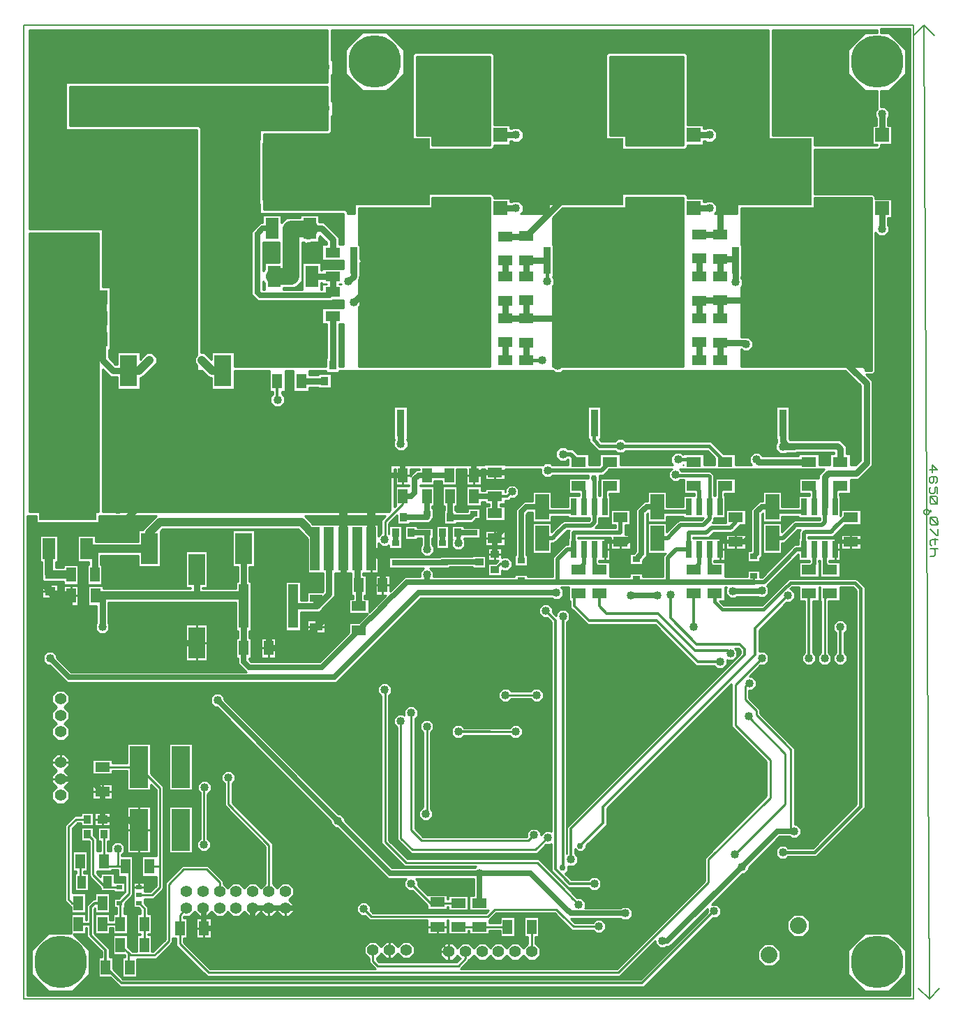
<source format=gbr>
G04 PROTEUS GERBER X2 FILE*
%TF.GenerationSoftware,Labcenter,Proteus,8.7-SP3-Build25561*%
%TF.CreationDate,2021-06-23T20:43:36+00:00*%
%TF.FileFunction,Copper,L1,Top*%
%TF.FilePolarity,Positive*%
%TF.Part,Single*%
%TF.SameCoordinates,{72a0a031-abb8-4097-8df3-996e39d3871e}*%
%FSLAX45Y45*%
%MOMM*%
G01*
%TA.AperFunction,Conductor*%
%ADD10C,0.762000*%
%ADD11C,2.032000*%
%ADD12C,5.080000*%
%ADD13C,0.508000*%
%ADD14C,0.254000*%
%ADD15C,0.635000*%
%ADD16C,1.016000*%
%ADD17C,0.381000*%
%ADD18C,0.304800*%
%ADD19C,0.203200*%
%TA.AperFunction,WasherPad*%
%ADD70C,1.016000*%
%TA.AperFunction,ViaPad*%
%ADD71C,1.016000*%
%ADD20C,1.778000*%
%ADD21C,0.762000*%
%TA.AperFunction,SMDPad,CuDef*%
%ADD22R,0.914400X3.200400*%
%ADD23R,10.795000X8.153400*%
%TA.AperFunction,SMDPad,CuDef*%
%ADD24R,4.572000X1.651000*%
%ADD25R,1.651000X1.651000*%
%TA.AperFunction,ComponentPad*%
%ADD26C,5.080000*%
%TA.AperFunction,SMDPad,CuDef*%
%ADD27R,6.985000X6.985000*%
%ADD28R,1.524000X2.540000*%
%TA.AperFunction,SMDPad,CuDef*%
%ADD29R,2.032000X3.810000*%
%ADD72R,1.270000X1.016000*%
%ADD73R,1.143000X1.803400*%
%TA.AperFunction,SMDPad,CuDef*%
%ADD30R,1.143000X5.207000*%
%ADD31R,10.744200X9.550400*%
%TA.AperFunction,SMDPad,CuDef*%
%ADD32R,1.193800X5.308600*%
%ADD33R,1.524000X0.889000*%
%ADD34R,1.803400X1.143000*%
%TA.AperFunction,SMDPad,CuDef*%
%ADD35R,0.889000X1.016000*%
%TA.AperFunction,SMDPad,CuDef*%
%ADD36R,0.635000X2.032000*%
%TA.AperFunction,SMDPad,CuDef*%
%ADD37R,1.651000X3.048000*%
%ADD38R,0.889000X0.635000*%
%TA.AperFunction,SMDPad,CuDef*%
%ADD39R,1.016000X0.889000*%
%TA.AperFunction,ComponentPad*%
%ADD40C,2.032000*%
%TA.AperFunction,WasherPad*%
%ADD41C,1.397000*%
%TA.AperFunction,ComponentPad*%
%ADD42C,3.048000*%
%TA.AperFunction,SMDPad,CuDef*%
%ADD43R,0.635000X0.508000*%
%TA.AperFunction,SMDPad,CuDef*%
%ADD44R,1.016000X1.524000*%
%TA.AperFunction,SMDPad,CuDef*%
%ADD45R,2.286000X5.080000*%
%TA.AperFunction,OtherPad,Unknown*%
%ADD46C,6.350000*%
%TA.AperFunction,Profile*%
%ADD47C,0.203200*%
%TA.AperFunction,NonMaterial*%
%ADD48C,0.203200*%
%TD.AperFunction*%
G36*
X+7950200Y+867958D02*
X+7979958Y+838200D01*
X+8001000Y+838200D01*
X+8001000Y+304800D01*
X+7598958Y+304800D01*
X+7569200Y+275042D01*
X+7569200Y+63500D01*
X+7301222Y+63500D01*
X+7327899Y+90177D01*
X+7327899Y+163823D01*
X+7275823Y+215899D01*
X+7202177Y+215899D01*
X+7189477Y+203199D01*
X+7169149Y+203199D01*
X+7169149Y+247649D01*
X+6972300Y+247649D01*
X+6972300Y+275042D01*
X+6942542Y+304800D01*
X+5312958Y+304800D01*
X+5283200Y+275042D01*
X+5283200Y+63500D01*
X+4951722Y+63500D01*
X+4978399Y+90177D01*
X+4978399Y+163823D01*
X+4926323Y+215899D01*
X+4852677Y+215899D01*
X+4839977Y+203199D01*
X+4819649Y+203199D01*
X+4819649Y+247649D01*
X+4622800Y+247649D01*
X+4622800Y+275042D01*
X+4593042Y+304800D01*
X+2963458Y+304800D01*
X+2933700Y+275042D01*
X+2933700Y+63500D01*
X+2844800Y+63500D01*
X+2844800Y+84542D01*
X+2815042Y+114300D01*
X+1828800Y+114300D01*
X+1828800Y+1028700D01*
X+2624542Y+1028700D01*
X+2654300Y+1058458D01*
X+2654300Y+1245894D01*
X+2666999Y+1258593D01*
X+2666999Y+1416407D01*
X+2654300Y+1429106D01*
X+2654300Y+1745894D01*
X+2666999Y+1758593D01*
X+2666999Y+1916407D01*
X+2654300Y+1929106D01*
X+2654300Y+2286000D01*
X+7950200Y+2286000D01*
X+7950200Y+867958D01*
G37*
%LPC*%
G36*
X+6974861Y+1989639D02*
X+6974812Y+1968560D01*
X+6972876Y+1136649D01*
X+7169149Y+1136649D01*
X+7169149Y+1092199D01*
X+7189477Y+1092199D01*
X+7202177Y+1104899D01*
X+7275823Y+1104899D01*
X+7327899Y+1052823D01*
X+7327899Y+979177D01*
X+7275823Y+927101D01*
X+7202177Y+927101D01*
X+7189477Y+939801D01*
X+7169149Y+939801D01*
X+7169149Y+895351D01*
X+6972314Y+895351D01*
X+6972250Y+867874D01*
X+6942506Y+838200D01*
X+6011458Y+838200D01*
X+5981700Y+867958D01*
X+5981700Y+1989538D01*
X+6011451Y+2019295D01*
X+6945083Y+2019481D01*
X+6974861Y+1989639D01*
G37*
G36*
X+4622800Y+1989542D02*
X+4622800Y+1136649D01*
X+4819649Y+1136649D01*
X+4819649Y+1092199D01*
X+4839977Y+1092199D01*
X+4852677Y+1104899D01*
X+4926323Y+1104899D01*
X+4978399Y+1052823D01*
X+4978399Y+979177D01*
X+4926323Y+927101D01*
X+4852677Y+927101D01*
X+4839977Y+939801D01*
X+4819649Y+939801D01*
X+4819649Y+895351D01*
X+4622800Y+895351D01*
X+4622800Y+867958D01*
X+4593042Y+838200D01*
X+3661958Y+838200D01*
X+3632200Y+867958D01*
X+3632200Y+1989542D01*
X+3661958Y+2019300D01*
X+4593042Y+2019300D01*
X+4622800Y+1989542D01*
G37*
G36*
X+5638800Y+566239D02*
X+5638800Y+576761D01*
X+5646239Y+584200D01*
X+5656761Y+584200D01*
X+5664200Y+576761D01*
X+5664200Y+566239D01*
X+5656761Y+558800D01*
X+5646239Y+558800D01*
X+5638800Y+566239D01*
G37*
G36*
X+7924800Y+566239D02*
X+7924800Y+576761D01*
X+7932239Y+584200D01*
X+7942761Y+584200D01*
X+7950200Y+576761D01*
X+7950200Y+566239D01*
X+7942761Y+558800D01*
X+7932239Y+558800D01*
X+7924800Y+566239D01*
G37*
G36*
X+3289300Y+566239D02*
X+3289300Y+576761D01*
X+3296739Y+584200D01*
X+3307261Y+584200D01*
X+3314700Y+576761D01*
X+3314700Y+566239D01*
X+3307261Y+558800D01*
X+3296739Y+558800D01*
X+3289300Y+566239D01*
G37*
G36*
X+2146300Y+566239D02*
X+2146300Y+576761D01*
X+2153739Y+584200D01*
X+2164261Y+584200D01*
X+2171700Y+576761D01*
X+2171700Y+566239D01*
X+2164261Y+558800D01*
X+2153739Y+558800D01*
X+2146300Y+566239D01*
G37*
G36*
X+2819401Y+1757706D02*
X+2819401Y+2052294D01*
X+3027706Y+2260599D01*
X+3322294Y+2260599D01*
X+3530599Y+2052294D01*
X+3530599Y+1757706D01*
X+3322294Y+1549401D01*
X+3027706Y+1549401D01*
X+2819401Y+1757706D01*
G37*
G36*
X+3194050Y+1161599D02*
X+3194050Y+1187901D01*
X+3212649Y+1206500D01*
X+3238951Y+1206500D01*
X+3257550Y+1187901D01*
X+3257550Y+1161599D01*
X+3238951Y+1143000D01*
X+3212649Y+1143000D01*
X+3194050Y+1161599D01*
G37*
G36*
X+3448050Y+1161599D02*
X+3448050Y+1187901D01*
X+3466649Y+1206500D01*
X+3492951Y+1206500D01*
X+3511550Y+1187901D01*
X+3511550Y+1161599D01*
X+3492951Y+1143000D01*
X+3466649Y+1143000D01*
X+3448050Y+1161599D01*
G37*
G36*
X+5226050Y+1161599D02*
X+5226050Y+1187901D01*
X+5244649Y+1206500D01*
X+5270951Y+1206500D01*
X+5289550Y+1187901D01*
X+5289550Y+1161599D01*
X+5270951Y+1143000D01*
X+5244649Y+1143000D01*
X+5226050Y+1161599D01*
G37*
G36*
X+5480050Y+1161599D02*
X+5480050Y+1187901D01*
X+5498649Y+1206500D01*
X+5524951Y+1206500D01*
X+5543550Y+1187901D01*
X+5543550Y+1161599D01*
X+5524951Y+1143000D01*
X+5498649Y+1143000D01*
X+5480050Y+1161599D01*
G37*
G36*
X+5734050Y+1161599D02*
X+5734050Y+1187901D01*
X+5752649Y+1206500D01*
X+5778951Y+1206500D01*
X+5797550Y+1187901D01*
X+5797550Y+1161599D01*
X+5778951Y+1143000D01*
X+5752649Y+1143000D01*
X+5734050Y+1161599D01*
G37*
G36*
X+7512050Y+1161599D02*
X+7512050Y+1187901D01*
X+7530649Y+1206500D01*
X+7556951Y+1206500D01*
X+7575550Y+1187901D01*
X+7575550Y+1161599D01*
X+7556951Y+1143000D01*
X+7530649Y+1143000D01*
X+7512050Y+1161599D01*
G37*
G36*
X+7766050Y+1161599D02*
X+7766050Y+1187901D01*
X+7784649Y+1206500D01*
X+7810951Y+1206500D01*
X+7829550Y+1187901D01*
X+7829550Y+1161599D01*
X+7810951Y+1143000D01*
X+7784649Y+1143000D01*
X+7766050Y+1161599D01*
G37*
G36*
X+3067050Y+1381569D02*
X+3067050Y+1407871D01*
X+3085649Y+1426470D01*
X+3111951Y+1426470D01*
X+3130550Y+1407871D01*
X+3130550Y+1381569D01*
X+3111951Y+1362970D01*
X+3085649Y+1362970D01*
X+3067050Y+1381569D01*
G37*
G36*
X+3321050Y+1381569D02*
X+3321050Y+1407871D01*
X+3339649Y+1426470D01*
X+3365951Y+1426470D01*
X+3384550Y+1407871D01*
X+3384550Y+1381569D01*
X+3365951Y+1362970D01*
X+3339649Y+1362970D01*
X+3321050Y+1381569D01*
G37*
G36*
X+4845050Y+1381569D02*
X+4845050Y+1407871D01*
X+4863649Y+1426470D01*
X+4889951Y+1426470D01*
X+4908550Y+1407871D01*
X+4908550Y+1381569D01*
X+4889951Y+1362970D01*
X+4863649Y+1362970D01*
X+4845050Y+1381569D01*
G37*
G36*
X+5099050Y+1381569D02*
X+5099050Y+1407871D01*
X+5117649Y+1426470D01*
X+5143951Y+1426470D01*
X+5162550Y+1407871D01*
X+5162550Y+1381569D01*
X+5143951Y+1362970D01*
X+5117649Y+1362970D01*
X+5099050Y+1381569D01*
G37*
G36*
X+5353050Y+1381569D02*
X+5353050Y+1407871D01*
X+5371649Y+1426470D01*
X+5397951Y+1426470D01*
X+5416550Y+1407871D01*
X+5416550Y+1381569D01*
X+5397951Y+1362970D01*
X+5371649Y+1362970D01*
X+5353050Y+1381569D01*
G37*
G36*
X+5607050Y+1381569D02*
X+5607050Y+1407871D01*
X+5625649Y+1426470D01*
X+5651951Y+1426470D01*
X+5670550Y+1407871D01*
X+5670550Y+1381569D01*
X+5651951Y+1362970D01*
X+5625649Y+1362970D01*
X+5607050Y+1381569D01*
G37*
G36*
X+7131050Y+1381569D02*
X+7131050Y+1407871D01*
X+7149649Y+1426470D01*
X+7175951Y+1426470D01*
X+7194550Y+1407871D01*
X+7194550Y+1381569D01*
X+7175951Y+1362970D01*
X+7149649Y+1362970D01*
X+7131050Y+1381569D01*
G37*
G36*
X+7385050Y+1381569D02*
X+7385050Y+1407871D01*
X+7403649Y+1426470D01*
X+7429951Y+1426470D01*
X+7448550Y+1407871D01*
X+7448550Y+1381569D01*
X+7429951Y+1362970D01*
X+7403649Y+1362970D01*
X+7385050Y+1381569D01*
G37*
G36*
X+7639050Y+1381569D02*
X+7639050Y+1407871D01*
X+7657649Y+1426470D01*
X+7683951Y+1426470D01*
X+7702550Y+1407871D01*
X+7702550Y+1381569D01*
X+7683951Y+1362970D01*
X+7657649Y+1362970D01*
X+7639050Y+1381569D01*
G37*
G36*
X+4718050Y+1601539D02*
X+4718050Y+1627841D01*
X+4736649Y+1646440D01*
X+4762951Y+1646440D01*
X+4781550Y+1627841D01*
X+4781550Y+1601539D01*
X+4762951Y+1582940D01*
X+4736649Y+1582940D01*
X+4718050Y+1601539D01*
G37*
G36*
X+4972050Y+1601539D02*
X+4972050Y+1627841D01*
X+4990649Y+1646440D01*
X+5016951Y+1646440D01*
X+5035550Y+1627841D01*
X+5035550Y+1601539D01*
X+5016951Y+1582940D01*
X+4990649Y+1582940D01*
X+4972050Y+1601539D01*
G37*
G36*
X+5226050Y+1601539D02*
X+5226050Y+1627841D01*
X+5244649Y+1646440D01*
X+5270951Y+1646440D01*
X+5289550Y+1627841D01*
X+5289550Y+1601539D01*
X+5270951Y+1582940D01*
X+5244649Y+1582940D01*
X+5226050Y+1601539D01*
G37*
G36*
X+5480050Y+1601539D02*
X+5480050Y+1627841D01*
X+5498649Y+1646440D01*
X+5524951Y+1646440D01*
X+5543550Y+1627841D01*
X+5543550Y+1601539D01*
X+5524951Y+1582940D01*
X+5498649Y+1582940D01*
X+5480050Y+1601539D01*
G37*
G36*
X+5734050Y+1601539D02*
X+5734050Y+1627841D01*
X+5752649Y+1646440D01*
X+5778951Y+1646440D01*
X+5797550Y+1627841D01*
X+5797550Y+1601539D01*
X+5778951Y+1582940D01*
X+5752649Y+1582940D01*
X+5734050Y+1601539D01*
G37*
G36*
X+7258050Y+1601539D02*
X+7258050Y+1627841D01*
X+7276649Y+1646440D01*
X+7302951Y+1646440D01*
X+7321550Y+1627841D01*
X+7321550Y+1601539D01*
X+7302951Y+1582940D01*
X+7276649Y+1582940D01*
X+7258050Y+1601539D01*
G37*
G36*
X+7512050Y+1601539D02*
X+7512050Y+1627841D01*
X+7530649Y+1646440D01*
X+7556951Y+1646440D01*
X+7575550Y+1627841D01*
X+7575550Y+1601539D01*
X+7556951Y+1582940D01*
X+7530649Y+1582940D01*
X+7512050Y+1601539D01*
G37*
G36*
X+7766050Y+1601539D02*
X+7766050Y+1627841D01*
X+7784649Y+1646440D01*
X+7810951Y+1646440D01*
X+7829550Y+1627841D01*
X+7829550Y+1601539D01*
X+7810951Y+1582940D01*
X+7784649Y+1582940D01*
X+7766050Y+1601539D01*
G37*
G36*
X+4845050Y+1821509D02*
X+4845050Y+1847811D01*
X+4863649Y+1866410D01*
X+4889951Y+1866410D01*
X+4908550Y+1847811D01*
X+4908550Y+1821509D01*
X+4889951Y+1802910D01*
X+4863649Y+1802910D01*
X+4845050Y+1821509D01*
G37*
G36*
X+5099050Y+1821509D02*
X+5099050Y+1847811D01*
X+5117649Y+1866410D01*
X+5143951Y+1866410D01*
X+5162550Y+1847811D01*
X+5162550Y+1821509D01*
X+5143951Y+1802910D01*
X+5117649Y+1802910D01*
X+5099050Y+1821509D01*
G37*
G36*
X+5353050Y+1821509D02*
X+5353050Y+1847811D01*
X+5371649Y+1866410D01*
X+5397951Y+1866410D01*
X+5416550Y+1847811D01*
X+5416550Y+1821509D01*
X+5397951Y+1802910D01*
X+5371649Y+1802910D01*
X+5353050Y+1821509D01*
G37*
G36*
X+5607050Y+1821509D02*
X+5607050Y+1847811D01*
X+5625649Y+1866410D01*
X+5651951Y+1866410D01*
X+5670550Y+1847811D01*
X+5670550Y+1821509D01*
X+5651951Y+1802910D01*
X+5625649Y+1802910D01*
X+5607050Y+1821509D01*
G37*
G36*
X+7131050Y+1821509D02*
X+7131050Y+1847811D01*
X+7149649Y+1866410D01*
X+7175951Y+1866410D01*
X+7194550Y+1847811D01*
X+7194550Y+1821509D01*
X+7175951Y+1802910D01*
X+7149649Y+1802910D01*
X+7131050Y+1821509D01*
G37*
G36*
X+7385050Y+1821509D02*
X+7385050Y+1847811D01*
X+7403649Y+1866410D01*
X+7429951Y+1866410D01*
X+7448550Y+1847811D01*
X+7448550Y+1821509D01*
X+7429951Y+1802910D01*
X+7403649Y+1802910D01*
X+7385050Y+1821509D01*
G37*
G36*
X+7639050Y+1821509D02*
X+7639050Y+1847811D01*
X+7657649Y+1866410D01*
X+7683951Y+1866410D01*
X+7702550Y+1847811D01*
X+7702550Y+1821509D01*
X+7683951Y+1802910D01*
X+7657649Y+1802910D01*
X+7639050Y+1821509D01*
G37*
G36*
X+4718050Y+2041479D02*
X+4718050Y+2067781D01*
X+4736649Y+2086380D01*
X+4762951Y+2086380D01*
X+4781550Y+2067781D01*
X+4781550Y+2041479D01*
X+4762951Y+2022880D01*
X+4736649Y+2022880D01*
X+4718050Y+2041479D01*
G37*
G36*
X+4972050Y+2041479D02*
X+4972050Y+2067781D01*
X+4990649Y+2086380D01*
X+5016951Y+2086380D01*
X+5035550Y+2067781D01*
X+5035550Y+2041479D01*
X+5016951Y+2022880D01*
X+4990649Y+2022880D01*
X+4972050Y+2041479D01*
G37*
G36*
X+5226050Y+2041479D02*
X+5226050Y+2067781D01*
X+5244649Y+2086380D01*
X+5270951Y+2086380D01*
X+5289550Y+2067781D01*
X+5289550Y+2041479D01*
X+5270951Y+2022880D01*
X+5244649Y+2022880D01*
X+5226050Y+2041479D01*
G37*
G36*
X+5480050Y+2041479D02*
X+5480050Y+2067781D01*
X+5498649Y+2086380D01*
X+5524951Y+2086380D01*
X+5543550Y+2067781D01*
X+5543550Y+2041479D01*
X+5524951Y+2022880D01*
X+5498649Y+2022880D01*
X+5480050Y+2041479D01*
G37*
G36*
X+5734050Y+2041479D02*
X+5734050Y+2067781D01*
X+5752649Y+2086380D01*
X+5778951Y+2086380D01*
X+5797550Y+2067781D01*
X+5797550Y+2041479D01*
X+5778951Y+2022880D01*
X+5752649Y+2022880D01*
X+5734050Y+2041479D01*
G37*
G36*
X+7258050Y+2041479D02*
X+7258050Y+2067781D01*
X+7276649Y+2086380D01*
X+7302951Y+2086380D01*
X+7321550Y+2067781D01*
X+7321550Y+2041479D01*
X+7302951Y+2022880D01*
X+7276649Y+2022880D01*
X+7258050Y+2041479D01*
G37*
G36*
X+7512050Y+2041479D02*
X+7512050Y+2067781D01*
X+7530649Y+2086380D01*
X+7556951Y+2086380D01*
X+7575550Y+2067781D01*
X+7575550Y+2041479D01*
X+7556951Y+2022880D01*
X+7530649Y+2022880D01*
X+7512050Y+2041479D01*
G37*
G36*
X+7766050Y+2041479D02*
X+7766050Y+2067781D01*
X+7784649Y+2086380D01*
X+7810951Y+2086380D01*
X+7829550Y+2067781D01*
X+7829550Y+2041479D01*
X+7810951Y+2022880D01*
X+7784649Y+2022880D01*
X+7766050Y+2041479D01*
G37*
G36*
X+4972050Y+1161599D02*
X+4972050Y+1187901D01*
X+4990649Y+1206500D01*
X+5016951Y+1206500D01*
X+5035550Y+1187901D01*
X+5035550Y+1161599D01*
X+5016951Y+1143000D01*
X+4990649Y+1143000D01*
X+4972050Y+1161599D01*
G37*
G36*
X+2813050Y+1381569D02*
X+2813050Y+1407871D01*
X+2831649Y+1426470D01*
X+2857951Y+1426470D01*
X+2876550Y+1407871D01*
X+2876550Y+1381569D01*
X+2857951Y+1362970D01*
X+2831649Y+1362970D01*
X+2813050Y+1381569D01*
G37*
G36*
X+2889250Y+1193349D02*
X+2889250Y+1219651D01*
X+2907849Y+1238250D01*
X+2934151Y+1238250D01*
X+2952750Y+1219651D01*
X+2952750Y+1193349D01*
X+2934151Y+1174750D01*
X+2907849Y+1174750D01*
X+2889250Y+1193349D01*
G37*
%LPD*%
G36*
X+6921500Y+889000D02*
X+6224269Y+889000D01*
X+6224269Y+1012189D01*
X+6032500Y+1012189D01*
X+6032500Y+1968500D01*
X+6924013Y+1968678D01*
X+6921500Y+889000D01*
G37*
%LPC*%
G36*
X+6662239Y+1028700D02*
X+6672761Y+1028700D01*
X+6680200Y+1021261D01*
X+6680200Y+1010739D01*
X+6672761Y+1003300D01*
X+6662239Y+1003300D01*
X+6654800Y+1010739D01*
X+6654800Y+1021261D01*
X+6662239Y+1028700D01*
G37*
G36*
X+6578600Y+1677676D02*
X+6578600Y+1751324D01*
X+6630676Y+1803400D01*
X+6704324Y+1803400D01*
X+6756400Y+1751324D01*
X+6756400Y+1677676D01*
X+6704324Y+1625600D01*
X+6630676Y+1625600D01*
X+6578600Y+1677676D01*
G37*
G36*
X+6332219Y+1039159D02*
X+6332219Y+1065461D01*
X+6350818Y+1084060D01*
X+6377120Y+1084060D01*
X+6395719Y+1065461D01*
X+6395719Y+1039159D01*
X+6377120Y+1020560D01*
X+6350818Y+1020560D01*
X+6332219Y+1039159D01*
G37*
G36*
X+6230619Y+1215135D02*
X+6230619Y+1241437D01*
X+6249218Y+1260036D01*
X+6275520Y+1260036D01*
X+6294119Y+1241437D01*
X+6294119Y+1215135D01*
X+6275520Y+1196536D01*
X+6249218Y+1196536D01*
X+6230619Y+1215135D01*
G37*
G36*
X+6433819Y+1215135D02*
X+6433819Y+1241437D01*
X+6452418Y+1260036D01*
X+6478720Y+1260036D01*
X+6497319Y+1241437D01*
X+6497319Y+1215135D01*
X+6478720Y+1196536D01*
X+6452418Y+1196536D01*
X+6433819Y+1215135D01*
G37*
G36*
X+6129019Y+1391111D02*
X+6129019Y+1417413D01*
X+6147618Y+1436012D01*
X+6173920Y+1436012D01*
X+6192519Y+1417413D01*
X+6192519Y+1391111D01*
X+6173920Y+1372512D01*
X+6147618Y+1372512D01*
X+6129019Y+1391111D01*
G37*
G36*
X+6332219Y+1391111D02*
X+6332219Y+1417413D01*
X+6350818Y+1436012D01*
X+6377120Y+1436012D01*
X+6395719Y+1417413D01*
X+6395719Y+1391111D01*
X+6377120Y+1372512D01*
X+6350818Y+1372512D01*
X+6332219Y+1391111D01*
G37*
G36*
X+6230619Y+1567087D02*
X+6230619Y+1593389D01*
X+6249218Y+1611988D01*
X+6275520Y+1611988D01*
X+6294119Y+1593389D01*
X+6294119Y+1567087D01*
X+6275520Y+1548488D01*
X+6249218Y+1548488D01*
X+6230619Y+1567087D01*
G37*
G36*
X+6129019Y+1743063D02*
X+6129019Y+1769365D01*
X+6147618Y+1787964D01*
X+6173920Y+1787964D01*
X+6192519Y+1769365D01*
X+6192519Y+1743063D01*
X+6173920Y+1724464D01*
X+6147618Y+1724464D01*
X+6129019Y+1743063D01*
G37*
G36*
X+6254750Y+1891849D02*
X+6254750Y+1918151D01*
X+6273349Y+1936750D01*
X+6299651Y+1936750D01*
X+6318250Y+1918151D01*
X+6318250Y+1891849D01*
X+6299651Y+1873250D01*
X+6273349Y+1873250D01*
X+6254750Y+1891849D01*
G37*
%LPD*%
G36*
X+4572000Y+889000D02*
X+3874769Y+889000D01*
X+3874769Y+1012189D01*
X+3683000Y+1012189D01*
X+3683000Y+1968500D01*
X+4572000Y+1968500D01*
X+4572000Y+889000D01*
G37*
%LPC*%
G36*
X+4312739Y+1028700D02*
X+4323261Y+1028700D01*
X+4330700Y+1021261D01*
X+4330700Y+1010739D01*
X+4323261Y+1003300D01*
X+4312739Y+1003300D01*
X+4305300Y+1010739D01*
X+4305300Y+1021261D01*
X+4312739Y+1028700D01*
G37*
G36*
X+4229100Y+1677676D02*
X+4229100Y+1751324D01*
X+4281176Y+1803400D01*
X+4354824Y+1803400D01*
X+4406900Y+1751324D01*
X+4406900Y+1677676D01*
X+4354824Y+1625600D01*
X+4281176Y+1625600D01*
X+4229100Y+1677676D01*
G37*
G36*
X+3981450Y+1039159D02*
X+3981450Y+1065461D01*
X+4000049Y+1084060D01*
X+4026351Y+1084060D01*
X+4044950Y+1065461D01*
X+4044950Y+1039159D01*
X+4026351Y+1020560D01*
X+4000049Y+1020560D01*
X+3981450Y+1039159D01*
G37*
G36*
X+3879850Y+1215135D02*
X+3879850Y+1241437D01*
X+3898449Y+1260036D01*
X+3924751Y+1260036D01*
X+3943350Y+1241437D01*
X+3943350Y+1215135D01*
X+3924751Y+1196536D01*
X+3898449Y+1196536D01*
X+3879850Y+1215135D01*
G37*
G36*
X+4083050Y+1215135D02*
X+4083050Y+1241437D01*
X+4101649Y+1260036D01*
X+4127951Y+1260036D01*
X+4146550Y+1241437D01*
X+4146550Y+1215135D01*
X+4127951Y+1196536D01*
X+4101649Y+1196536D01*
X+4083050Y+1215135D01*
G37*
G36*
X+3778250Y+1391111D02*
X+3778250Y+1417413D01*
X+3796849Y+1436012D01*
X+3823151Y+1436012D01*
X+3841750Y+1417413D01*
X+3841750Y+1391111D01*
X+3823151Y+1372512D01*
X+3796849Y+1372512D01*
X+3778250Y+1391111D01*
G37*
G36*
X+3981450Y+1391111D02*
X+3981450Y+1417413D01*
X+4000049Y+1436012D01*
X+4026351Y+1436012D01*
X+4044950Y+1417413D01*
X+4044950Y+1391111D01*
X+4026351Y+1372512D01*
X+4000049Y+1372512D01*
X+3981450Y+1391111D01*
G37*
G36*
X+3879850Y+1567087D02*
X+3879850Y+1593389D01*
X+3898449Y+1611988D01*
X+3924751Y+1611988D01*
X+3943350Y+1593389D01*
X+3943350Y+1567087D01*
X+3924751Y+1548488D01*
X+3898449Y+1548488D01*
X+3879850Y+1567087D01*
G37*
G36*
X+3778250Y+1743063D02*
X+3778250Y+1769365D01*
X+3796849Y+1787964D01*
X+3823151Y+1787964D01*
X+3841750Y+1769365D01*
X+3841750Y+1743063D01*
X+3823151Y+1724464D01*
X+3796849Y+1724464D01*
X+3778250Y+1743063D01*
G37*
G36*
X+3905250Y+1891849D02*
X+3905250Y+1918151D01*
X+3923849Y+1936750D01*
X+3950151Y+1936750D01*
X+3968750Y+1918151D01*
X+3968750Y+1891849D01*
X+3950151Y+1873250D01*
X+3923849Y+1873250D01*
X+3905250Y+1891849D01*
G37*
%LPD*%
G36*
X-177800Y-3556000D02*
X-1016000Y-3556000D01*
X-1016000Y-177800D01*
X-177800Y-177800D01*
X-177800Y-3556000D01*
G37*
%LPC*%
G36*
X-558800Y-3314881D02*
X-558800Y-3304359D01*
X-551361Y-3296920D01*
X-540839Y-3296920D01*
X-533400Y-3304359D01*
X-533400Y-3314881D01*
X-540839Y-3322320D01*
X-551361Y-3322320D01*
X-558800Y-3314881D01*
G37*
G36*
X-608324Y-1244600D02*
X-534676Y-1244600D01*
X-482600Y-1296676D01*
X-482600Y-1370324D01*
X-534676Y-1422400D01*
X-608324Y-1422400D01*
X-660400Y-1370324D01*
X-660400Y-1296676D01*
X-608324Y-1244600D01*
G37*
G36*
X-767261Y-223800D02*
X-756739Y-223800D01*
X-749300Y-231239D01*
X-749300Y-241761D01*
X-756739Y-249200D01*
X-767261Y-249200D01*
X-774700Y-241761D01*
X-774700Y-231239D01*
X-767261Y-223800D01*
G37*
G36*
X-641312Y-711341D02*
X-678136Y-647559D01*
X-659075Y-576422D01*
X-595293Y-539598D01*
X-524156Y-558659D01*
X-487332Y-622441D01*
X-506393Y-693578D01*
X-570175Y-730402D01*
X-641312Y-711341D01*
G37*
G36*
X-793750Y-2759931D02*
X-793750Y-2733629D01*
X-775151Y-2715030D01*
X-748849Y-2715030D01*
X-730250Y-2733629D01*
X-730250Y-2759931D01*
X-748849Y-2778530D01*
X-775151Y-2778530D01*
X-793750Y-2759931D01*
G37*
G36*
X-920750Y-2539961D02*
X-920750Y-2513659D01*
X-902151Y-2495060D01*
X-875849Y-2495060D01*
X-857250Y-2513659D01*
X-857250Y-2539961D01*
X-875849Y-2558560D01*
X-902151Y-2558560D01*
X-920750Y-2539961D01*
G37*
G36*
X-412750Y-2539961D02*
X-412750Y-2513659D01*
X-394151Y-2495060D01*
X-367849Y-2495060D01*
X-349250Y-2513659D01*
X-349250Y-2539961D01*
X-367849Y-2558560D01*
X-394151Y-2558560D01*
X-412750Y-2539961D01*
G37*
G36*
X-793750Y-2319991D02*
X-793750Y-2293689D01*
X-775151Y-2275090D01*
X-748849Y-2275090D01*
X-730250Y-2293689D01*
X-730250Y-2319991D01*
X-748849Y-2338590D01*
X-775151Y-2338590D01*
X-793750Y-2319991D01*
G37*
G36*
X-920750Y-2100021D02*
X-920750Y-2073719D01*
X-902151Y-2055120D01*
X-875849Y-2055120D01*
X-857250Y-2073719D01*
X-857250Y-2100021D01*
X-875849Y-2118620D01*
X-902151Y-2118620D01*
X-920750Y-2100021D01*
G37*
G36*
X-412750Y-2100021D02*
X-412750Y-2073719D01*
X-394151Y-2055120D01*
X-367849Y-2055120D01*
X-349250Y-2073719D01*
X-349250Y-2100021D01*
X-367849Y-2118620D01*
X-394151Y-2118620D01*
X-412750Y-2100021D01*
G37*
G36*
X-793750Y-1880051D02*
X-793750Y-1853749D01*
X-775151Y-1835150D01*
X-748849Y-1835150D01*
X-730250Y-1853749D01*
X-730250Y-1880051D01*
X-748849Y-1898650D01*
X-775151Y-1898650D01*
X-793750Y-1880051D01*
G37*
G36*
X-920750Y-1660081D02*
X-920750Y-1633779D01*
X-902151Y-1615180D01*
X-875849Y-1615180D01*
X-857250Y-1633779D01*
X-857250Y-1660081D01*
X-875849Y-1678680D01*
X-902151Y-1678680D01*
X-920750Y-1660081D01*
G37*
G36*
X-920750Y-1220141D02*
X-920750Y-1193839D01*
X-902151Y-1175240D01*
X-875849Y-1175240D01*
X-857250Y-1193839D01*
X-857250Y-1220141D01*
X-875849Y-1238740D01*
X-902151Y-1238740D01*
X-920750Y-1220141D01*
G37*
G36*
X-793750Y-1000171D02*
X-793750Y-973869D01*
X-775151Y-955270D01*
X-748849Y-955270D01*
X-730250Y-973869D01*
X-730250Y-1000171D01*
X-748849Y-1018770D01*
X-775151Y-1018770D01*
X-793750Y-1000171D01*
G37*
G36*
X-920750Y-780201D02*
X-920750Y-753899D01*
X-902151Y-735300D01*
X-875849Y-735300D01*
X-857250Y-753899D01*
X-857250Y-780201D01*
X-875849Y-798800D01*
X-902151Y-798800D01*
X-920750Y-780201D01*
G37*
G36*
X-412750Y-340261D02*
X-412750Y-313959D01*
X-394151Y-295360D01*
X-367849Y-295360D01*
X-349250Y-313959D01*
X-349250Y-340261D01*
X-367849Y-358860D01*
X-394151Y-358860D01*
X-412750Y-340261D01*
G37*
%LPD*%
G36*
X+9271000Y+2255519D02*
X+9125810Y+2255519D01*
X+8920481Y+2050190D01*
X+8920481Y+1759810D01*
X+9125810Y+1554481D01*
X+9271000Y+1554481D01*
X+9271000Y+1325038D01*
X+9250681Y+1304719D01*
X+9250681Y+1235281D01*
X+9263381Y+1222581D01*
X+9263381Y+1131569D01*
X+9218931Y+1131569D01*
X+9218931Y+900431D01*
X+9271000Y+900431D01*
X+9271000Y+889000D01*
X+8510269Y+889000D01*
X+8510269Y+1012189D01*
X+8001000Y+1012189D01*
X+8001000Y+2286000D01*
X+9271000Y+2286000D01*
X+9271000Y+2255519D01*
G37*
%LPC*%
G36*
X+8948239Y+1028700D02*
X+8958761Y+1028700D01*
X+8966200Y+1021261D01*
X+8966200Y+1010739D01*
X+8958761Y+1003300D01*
X+8948239Y+1003300D01*
X+8940800Y+1010739D01*
X+8940800Y+1021261D01*
X+8948239Y+1028700D01*
G37*
G36*
X+8166100Y+1614176D02*
X+8166100Y+1687824D01*
X+8218176Y+1739900D01*
X+8291824Y+1739900D01*
X+8343900Y+1687824D01*
X+8343900Y+1614176D01*
X+8291824Y+1562100D01*
X+8218176Y+1562100D01*
X+8166100Y+1614176D01*
G37*
G36*
X+8566150Y+1215135D02*
X+8566150Y+1241437D01*
X+8584749Y+1260036D01*
X+8611051Y+1260036D01*
X+8629650Y+1241437D01*
X+8629650Y+1215135D01*
X+8611051Y+1196536D01*
X+8584749Y+1196536D01*
X+8566150Y+1215135D01*
G37*
G36*
X+8769350Y+1215135D02*
X+8769350Y+1241437D01*
X+8787949Y+1260036D01*
X+8814251Y+1260036D01*
X+8832850Y+1241437D01*
X+8832850Y+1215135D01*
X+8814251Y+1196536D01*
X+8787949Y+1196536D01*
X+8769350Y+1215135D01*
G37*
G36*
X+8566150Y+1567087D02*
X+8566150Y+1593389D01*
X+8584749Y+1611988D01*
X+8611051Y+1611988D01*
X+8629650Y+1593389D01*
X+8629650Y+1567087D01*
X+8611051Y+1548488D01*
X+8584749Y+1548488D01*
X+8566150Y+1567087D01*
G37*
G36*
X+8604250Y+1891849D02*
X+8604250Y+1918151D01*
X+8622849Y+1936750D01*
X+8649151Y+1936750D01*
X+8667750Y+1918151D01*
X+8667750Y+1891849D01*
X+8649151Y+1873250D01*
X+8622849Y+1873250D01*
X+8604250Y+1891849D01*
G37*
G36*
X+8274050Y+1244394D02*
X+8274050Y+1270696D01*
X+8292649Y+1289295D01*
X+8318951Y+1289295D01*
X+8337550Y+1270696D01*
X+8337550Y+1244394D01*
X+8318951Y+1225795D01*
X+8292649Y+1225795D01*
X+8274050Y+1244394D01*
G37*
G36*
X+9036050Y+1244394D02*
X+9036050Y+1270696D01*
X+9054649Y+1289295D01*
X+9080951Y+1289295D01*
X+9099550Y+1270696D01*
X+9099550Y+1244394D01*
X+9080951Y+1225795D01*
X+9054649Y+1225795D01*
X+9036050Y+1244394D01*
G37*
G36*
X+8274050Y+2124274D02*
X+8274050Y+2150576D01*
X+8292649Y+2169175D01*
X+8318951Y+2169175D01*
X+8337550Y+2150576D01*
X+8337550Y+2124274D01*
X+8318951Y+2105675D01*
X+8292649Y+2105675D01*
X+8274050Y+2124274D01*
G37*
G36*
X+8528050Y+2124274D02*
X+8528050Y+2150576D01*
X+8546649Y+2169175D01*
X+8572951Y+2169175D01*
X+8591550Y+2150576D01*
X+8591550Y+2124274D01*
X+8572951Y+2105675D01*
X+8546649Y+2105675D01*
X+8528050Y+2124274D01*
G37*
G36*
X+8782050Y+2124274D02*
X+8782050Y+2150576D01*
X+8800649Y+2169175D01*
X+8826951Y+2169175D01*
X+8845550Y+2150576D01*
X+8845550Y+2124274D01*
X+8826951Y+2105675D01*
X+8800649Y+2105675D01*
X+8782050Y+2124274D01*
G37*
%LPD*%
G36*
X+4572000Y-1790700D02*
X+2984500Y-1790700D01*
X+2984500Y-1071038D01*
X+3004819Y-1050719D01*
X+3004819Y-981281D01*
X+2984500Y-960962D01*
X+2984500Y-735576D01*
X+2992119Y-727957D01*
X+2992119Y-701039D01*
X+2999739Y-701039D01*
X+2999739Y-533541D01*
X+3023428Y-509852D01*
X+2999739Y-486163D01*
X+2999739Y-314961D01*
X+2984500Y-314961D01*
X+2984500Y+130811D01*
X+3874769Y+130811D01*
X+3874769Y+254000D01*
X+4572000Y+254000D01*
X+4572000Y-1790700D01*
G37*
%LPC*%
G36*
X+3860800Y-1402261D02*
X+3860800Y-1391739D01*
X+3868239Y-1384300D01*
X+3878761Y-1384300D01*
X+3886200Y-1391739D01*
X+3886200Y-1402261D01*
X+3878761Y-1409700D01*
X+3868239Y-1409700D01*
X+3860800Y-1402261D01*
G37*
G36*
X+3035300Y-513261D02*
X+3035300Y-502739D01*
X+3042739Y-495300D01*
X+3053261Y-495300D01*
X+3060700Y-502739D01*
X+3060700Y-513261D01*
X+3053261Y-520700D01*
X+3042739Y-520700D01*
X+3035300Y-513261D01*
G37*
G36*
X+3162300Y-513261D02*
X+3162300Y-502739D01*
X+3169739Y-495300D01*
X+3180261Y-495300D01*
X+3187700Y-502739D01*
X+3187700Y-513261D01*
X+3180261Y-520700D01*
X+3169739Y-520700D01*
X+3162300Y-513261D01*
G37*
G36*
X+3416300Y-513261D02*
X+3416300Y-502739D01*
X+3423739Y-495300D01*
X+3434261Y-495300D01*
X+3441700Y-502739D01*
X+3441700Y-513261D01*
X+3434261Y-520700D01*
X+3423739Y-520700D01*
X+3416300Y-513261D01*
G37*
G36*
X+3543300Y-513261D02*
X+3543300Y-502739D01*
X+3550739Y-495300D01*
X+3561261Y-495300D01*
X+3568700Y-502739D01*
X+3568700Y-513261D01*
X+3561261Y-520700D01*
X+3550739Y-520700D01*
X+3543300Y-513261D01*
G37*
G36*
X+3670300Y-513261D02*
X+3670300Y-502739D01*
X+3677739Y-495300D01*
X+3688261Y-495300D01*
X+3695700Y-502739D01*
X+3695700Y-513261D01*
X+3688261Y-520700D01*
X+3677739Y-520700D01*
X+3670300Y-513261D01*
G37*
G36*
X+4312739Y+139700D02*
X+4323261Y+139700D01*
X+4330700Y+132261D01*
X+4330700Y+121739D01*
X+4323261Y+114300D01*
X+4312739Y+114300D01*
X+4305300Y+121739D01*
X+4305300Y+132261D01*
X+4312739Y+139700D01*
G37*
G36*
X+3181350Y-1510805D02*
X+3181350Y-1484503D01*
X+3199949Y-1465904D01*
X+3226251Y-1465904D01*
X+3244850Y-1484503D01*
X+3244850Y-1510805D01*
X+3226251Y-1529404D01*
X+3199949Y-1529404D01*
X+3181350Y-1510805D01*
G37*
G36*
X+3079750Y-1334829D02*
X+3079750Y-1308527D01*
X+3098349Y-1289928D01*
X+3124651Y-1289928D01*
X+3143250Y-1308527D01*
X+3143250Y-1334829D01*
X+3124651Y-1353428D01*
X+3098349Y-1353428D01*
X+3079750Y-1334829D01*
G37*
G36*
X+3181350Y-1158853D02*
X+3181350Y-1132551D01*
X+3199949Y-1113952D01*
X+3226251Y-1113952D01*
X+3244850Y-1132551D01*
X+3244850Y-1158853D01*
X+3226251Y-1177452D01*
X+3199949Y-1177452D01*
X+3181350Y-1158853D01*
G37*
G36*
X+4095750Y-630925D02*
X+4095750Y-604623D01*
X+4114349Y-586024D01*
X+4140651Y-586024D01*
X+4159250Y-604623D01*
X+4159250Y-630925D01*
X+4140651Y-649524D01*
X+4114349Y-649524D01*
X+4095750Y-630925D01*
G37*
G36*
X+4298950Y-630925D02*
X+4298950Y-604623D01*
X+4317549Y-586024D01*
X+4343851Y-586024D01*
X+4362450Y-604623D01*
X+4362450Y-630925D01*
X+4343851Y-649524D01*
X+4317549Y-649524D01*
X+4298950Y-630925D01*
G37*
G36*
X+3282950Y-278973D02*
X+3282950Y-252671D01*
X+3301549Y-234072D01*
X+3327851Y-234072D01*
X+3346450Y-252671D01*
X+3346450Y-278973D01*
X+3327851Y-297572D01*
X+3301549Y-297572D01*
X+3282950Y-278973D01*
G37*
G36*
X+3486150Y-278973D02*
X+3486150Y-252671D01*
X+3504749Y-234072D01*
X+3531051Y-234072D01*
X+3549650Y-252671D01*
X+3549650Y-278973D01*
X+3531051Y-297572D01*
X+3504749Y-297572D01*
X+3486150Y-278973D01*
G37*
G36*
X+3689350Y-278973D02*
X+3689350Y-252671D01*
X+3707949Y-234072D01*
X+3734251Y-234072D01*
X+3752850Y-252671D01*
X+3752850Y-278973D01*
X+3734251Y-297572D01*
X+3707949Y-297572D01*
X+3689350Y-278973D01*
G37*
G36*
X+3892550Y-278973D02*
X+3892550Y-252671D01*
X+3911149Y-234072D01*
X+3937451Y-234072D01*
X+3956050Y-252671D01*
X+3956050Y-278973D01*
X+3937451Y-297572D01*
X+3911149Y-297572D01*
X+3892550Y-278973D01*
G37*
G36*
X+4095750Y-278973D02*
X+4095750Y-252671D01*
X+4114349Y-234072D01*
X+4140651Y-234072D01*
X+4159250Y-252671D01*
X+4159250Y-278973D01*
X+4140651Y-297572D01*
X+4114349Y-297572D01*
X+4095750Y-278973D01*
G37*
G36*
X+3181350Y-102997D02*
X+3181350Y-76695D01*
X+3199949Y-58096D01*
X+3226251Y-58096D01*
X+3244850Y-76695D01*
X+3244850Y-102997D01*
X+3226251Y-121596D01*
X+3199949Y-121596D01*
X+3181350Y-102997D01*
G37*
G36*
X+3384550Y-102997D02*
X+3384550Y-76695D01*
X+3403149Y-58096D01*
X+3429451Y-58096D01*
X+3448050Y-76695D01*
X+3448050Y-102997D01*
X+3429451Y-121596D01*
X+3403149Y-121596D01*
X+3384550Y-102997D01*
G37*
G36*
X+3587750Y-102997D02*
X+3587750Y-76695D01*
X+3606349Y-58096D01*
X+3632651Y-58096D01*
X+3651250Y-76695D01*
X+3651250Y-102997D01*
X+3632651Y-121596D01*
X+3606349Y-121596D01*
X+3587750Y-102997D01*
G37*
G36*
X+3790950Y-102997D02*
X+3790950Y-76695D01*
X+3809549Y-58096D01*
X+3835851Y-58096D01*
X+3854450Y-76695D01*
X+3854450Y-102997D01*
X+3835851Y-121596D01*
X+3809549Y-121596D01*
X+3790950Y-102997D01*
G37*
G36*
X+3994150Y-102997D02*
X+3994150Y-76695D01*
X+4012749Y-58096D01*
X+4039051Y-58096D01*
X+4057650Y-76695D01*
X+4057650Y-102997D01*
X+4039051Y-121596D01*
X+4012749Y-121596D01*
X+3994150Y-102997D01*
G37*
G36*
X+4400550Y-102997D02*
X+4400550Y-76695D01*
X+4419149Y-58096D01*
X+4445451Y-58096D01*
X+4464050Y-76695D01*
X+4464050Y-102997D01*
X+4445451Y-121596D01*
X+4419149Y-121596D01*
X+4400550Y-102997D01*
G37*
G36*
X+3079750Y-1686781D02*
X+3079750Y-1660479D01*
X+3098349Y-1641880D01*
X+3124651Y-1641880D01*
X+3143250Y-1660479D01*
X+3143250Y-1686781D01*
X+3124651Y-1705380D01*
X+3098349Y-1705380D01*
X+3079750Y-1686781D01*
G37*
G36*
X+4095750Y-806901D02*
X+4095750Y-780599D01*
X+4114349Y-762000D01*
X+4140651Y-762000D01*
X+4159250Y-780599D01*
X+4159250Y-806901D01*
X+4140651Y-825500D01*
X+4114349Y-825500D01*
X+4095750Y-806901D01*
G37*
G36*
X+4349750Y-806901D02*
X+4349750Y-780599D01*
X+4368349Y-762000D01*
X+4394651Y-762000D01*
X+4413250Y-780599D01*
X+4413250Y-806901D01*
X+4394651Y-825500D01*
X+4368349Y-825500D01*
X+4349750Y-806901D01*
G37*
%LPD*%
G36*
X+6921500Y-1790700D02*
X+5432764Y-1790700D01*
X+5432764Y-1769902D01*
X+5414165Y-1751303D01*
X+5387863Y-1751303D01*
X+5369264Y-1769902D01*
X+5369264Y-1790700D01*
X+5334000Y-1790700D01*
X+5334000Y-817038D01*
X+5354319Y-796719D01*
X+5354319Y-727281D01*
X+5334000Y-706962D01*
X+5334000Y-701039D01*
X+5349239Y-701039D01*
X+5349239Y-314961D01*
X+5334000Y-314961D01*
X+5334000Y+8924D01*
X+5455887Y+130811D01*
X+6224269Y+130811D01*
X+6224269Y+254000D01*
X+6921500Y+254000D01*
X+6921500Y-1790700D01*
G37*
%LPC*%
G36*
X+5384800Y-513261D02*
X+5384800Y-502739D01*
X+5392239Y-495300D01*
X+5402761Y-495300D01*
X+5410200Y-502739D01*
X+5410200Y-513261D01*
X+5402761Y-520700D01*
X+5392239Y-520700D01*
X+5384800Y-513261D01*
G37*
G36*
X+5511800Y-513261D02*
X+5511800Y-502739D01*
X+5519239Y-495300D01*
X+5529761Y-495300D01*
X+5537200Y-502739D01*
X+5537200Y-513261D01*
X+5529761Y-520700D01*
X+5519239Y-520700D01*
X+5511800Y-513261D01*
G37*
G36*
X+5765800Y-513261D02*
X+5765800Y-502739D01*
X+5773239Y-495300D01*
X+5783761Y-495300D01*
X+5791200Y-502739D01*
X+5791200Y-513261D01*
X+5783761Y-520700D01*
X+5773239Y-520700D01*
X+5765800Y-513261D01*
G37*
G36*
X+5892800Y-513261D02*
X+5892800Y-502739D01*
X+5900239Y-495300D01*
X+5910761Y-495300D01*
X+5918200Y-502739D01*
X+5918200Y-513261D01*
X+5910761Y-520700D01*
X+5900239Y-520700D01*
X+5892800Y-513261D01*
G37*
G36*
X+6019800Y-513261D02*
X+6019800Y-502739D01*
X+6027239Y-495300D01*
X+6037761Y-495300D01*
X+6045200Y-502739D01*
X+6045200Y-513261D01*
X+6037761Y-520700D01*
X+6027239Y-520700D01*
X+6019800Y-513261D01*
G37*
G36*
X+6210300Y-1402261D02*
X+6210300Y-1391739D01*
X+6217739Y-1384300D01*
X+6228261Y-1384300D01*
X+6235700Y-1391739D01*
X+6235700Y-1402261D01*
X+6228261Y-1409700D01*
X+6217739Y-1409700D01*
X+6210300Y-1402261D01*
G37*
G36*
X+6662239Y+139700D02*
X+6672761Y+139700D01*
X+6680200Y+132261D01*
X+6680200Y+121739D01*
X+6672761Y+114300D01*
X+6662239Y+114300D01*
X+6654800Y+121739D01*
X+6654800Y+132261D01*
X+6662239Y+139700D01*
G37*
G36*
X+5530850Y-1510805D02*
X+5530850Y-1484503D01*
X+5549449Y-1465904D01*
X+5575751Y-1465904D01*
X+5594350Y-1484503D01*
X+5594350Y-1510805D01*
X+5575751Y-1529404D01*
X+5549449Y-1529404D01*
X+5530850Y-1510805D01*
G37*
G36*
X+5429250Y-1334829D02*
X+5429250Y-1308527D01*
X+5447849Y-1289928D01*
X+5474151Y-1289928D01*
X+5492750Y-1308527D01*
X+5492750Y-1334829D01*
X+5474151Y-1353428D01*
X+5447849Y-1353428D01*
X+5429250Y-1334829D01*
G37*
G36*
X+5530850Y-1158853D02*
X+5530850Y-1132551D01*
X+5549449Y-1113952D01*
X+5575751Y-1113952D01*
X+5594350Y-1132551D01*
X+5594350Y-1158853D01*
X+5575751Y-1177452D01*
X+5549449Y-1177452D01*
X+5530850Y-1158853D01*
G37*
G36*
X+5530850Y-806901D02*
X+5530850Y-780599D01*
X+5549449Y-762000D01*
X+5575751Y-762000D01*
X+5594350Y-780599D01*
X+5594350Y-806901D01*
X+5575751Y-825500D01*
X+5549449Y-825500D01*
X+5530850Y-806901D01*
G37*
G36*
X+5734050Y-806901D02*
X+5734050Y-780599D01*
X+5752649Y-762000D01*
X+5778951Y-762000D01*
X+5797550Y-780599D01*
X+5797550Y-806901D01*
X+5778951Y-825500D01*
X+5752649Y-825500D01*
X+5734050Y-806901D01*
G37*
G36*
X+5937250Y-806901D02*
X+5937250Y-780599D01*
X+5955849Y-762000D01*
X+5982151Y-762000D01*
X+6000750Y-780599D01*
X+6000750Y-806901D01*
X+5982151Y-825500D01*
X+5955849Y-825500D01*
X+5937250Y-806901D01*
G37*
G36*
X+6343650Y-806901D02*
X+6343650Y-780599D01*
X+6362249Y-762000D01*
X+6388551Y-762000D01*
X+6407150Y-780599D01*
X+6407150Y-806901D01*
X+6388551Y-825500D01*
X+6362249Y-825500D01*
X+6343650Y-806901D01*
G37*
G36*
X+6546850Y-806901D02*
X+6546850Y-780599D01*
X+6565449Y-762000D01*
X+6591751Y-762000D01*
X+6610350Y-780599D01*
X+6610350Y-806901D01*
X+6591751Y-825500D01*
X+6565449Y-825500D01*
X+6546850Y-806901D01*
G37*
G36*
X+6750050Y-806901D02*
X+6750050Y-780599D01*
X+6768649Y-762000D01*
X+6794951Y-762000D01*
X+6813550Y-780599D01*
X+6813550Y-806901D01*
X+6794951Y-825500D01*
X+6768649Y-825500D01*
X+6750050Y-806901D01*
G37*
G36*
X+6445250Y-630925D02*
X+6445250Y-604623D01*
X+6463849Y-586024D01*
X+6490151Y-586024D01*
X+6508750Y-604623D01*
X+6508750Y-630925D01*
X+6490151Y-649524D01*
X+6463849Y-649524D01*
X+6445250Y-630925D01*
G37*
G36*
X+6648450Y-630925D02*
X+6648450Y-604623D01*
X+6667049Y-586024D01*
X+6693351Y-586024D01*
X+6711950Y-604623D01*
X+6711950Y-630925D01*
X+6693351Y-649524D01*
X+6667049Y-649524D01*
X+6648450Y-630925D01*
G37*
G36*
X+6750050Y-454949D02*
X+6750050Y-428647D01*
X+6768649Y-410048D01*
X+6794951Y-410048D01*
X+6813550Y-428647D01*
X+6813550Y-454949D01*
X+6794951Y-473548D01*
X+6768649Y-473548D01*
X+6750050Y-454949D01*
G37*
G36*
X+5632450Y-278973D02*
X+5632450Y-252671D01*
X+5651049Y-234072D01*
X+5677351Y-234072D01*
X+5695950Y-252671D01*
X+5695950Y-278973D01*
X+5677351Y-297572D01*
X+5651049Y-297572D01*
X+5632450Y-278973D01*
G37*
G36*
X+5835650Y-278973D02*
X+5835650Y-252671D01*
X+5854249Y-234072D01*
X+5880551Y-234072D01*
X+5899150Y-252671D01*
X+5899150Y-278973D01*
X+5880551Y-297572D01*
X+5854249Y-297572D01*
X+5835650Y-278973D01*
G37*
G36*
X+6038850Y-278973D02*
X+6038850Y-252671D01*
X+6057449Y-234072D01*
X+6083751Y-234072D01*
X+6102350Y-252671D01*
X+6102350Y-278973D01*
X+6083751Y-297572D01*
X+6057449Y-297572D01*
X+6038850Y-278973D01*
G37*
G36*
X+6242050Y-278973D02*
X+6242050Y-252671D01*
X+6260649Y-234072D01*
X+6286951Y-234072D01*
X+6305550Y-252671D01*
X+6305550Y-278973D01*
X+6286951Y-297572D01*
X+6260649Y-297572D01*
X+6242050Y-278973D01*
G37*
G36*
X+6445250Y-278973D02*
X+6445250Y-252671D01*
X+6463849Y-234072D01*
X+6490151Y-234072D01*
X+6508750Y-252671D01*
X+6508750Y-278973D01*
X+6490151Y-297572D01*
X+6463849Y-297572D01*
X+6445250Y-278973D01*
G37*
G36*
X+5530850Y-102997D02*
X+5530850Y-76695D01*
X+5549449Y-58096D01*
X+5575751Y-58096D01*
X+5594350Y-76695D01*
X+5594350Y-102997D01*
X+5575751Y-121596D01*
X+5549449Y-121596D01*
X+5530850Y-102997D01*
G37*
G36*
X+5734050Y-102997D02*
X+5734050Y-76695D01*
X+5752649Y-58096D01*
X+5778951Y-58096D01*
X+5797550Y-76695D01*
X+5797550Y-102997D01*
X+5778951Y-121596D01*
X+5752649Y-121596D01*
X+5734050Y-102997D01*
G37*
G36*
X+5937250Y-102997D02*
X+5937250Y-76695D01*
X+5955849Y-58096D01*
X+5982151Y-58096D01*
X+6000750Y-76695D01*
X+6000750Y-102997D01*
X+5982151Y-121596D01*
X+5955849Y-121596D01*
X+5937250Y-102997D01*
G37*
G36*
X+6140450Y-102997D02*
X+6140450Y-76695D01*
X+6159049Y-58096D01*
X+6185351Y-58096D01*
X+6203950Y-76695D01*
X+6203950Y-102997D01*
X+6185351Y-121596D01*
X+6159049Y-121596D01*
X+6140450Y-102997D01*
G37*
G36*
X+6343650Y-102997D02*
X+6343650Y-76695D01*
X+6362249Y-58096D01*
X+6388551Y-58096D01*
X+6407150Y-76695D01*
X+6407150Y-102997D01*
X+6388551Y-121596D01*
X+6362249Y-121596D01*
X+6343650Y-102997D01*
G37*
G36*
X+6750050Y-102997D02*
X+6750050Y-76695D01*
X+6768649Y-58096D01*
X+6794951Y-58096D01*
X+6813550Y-76695D01*
X+6813550Y-102997D01*
X+6794951Y-121596D01*
X+6768649Y-121596D01*
X+6750050Y-102997D01*
G37*
%LPD*%
G36*
X+9207500Y-1841500D02*
X+9131300Y-1841500D01*
X+9131300Y-1820458D01*
X+9101542Y-1790700D01*
X+7620000Y-1790700D01*
X+7620000Y-1579038D01*
X+7648781Y-1607819D01*
X+7718219Y-1607819D01*
X+7767319Y-1558719D01*
X+7767319Y-1489281D01*
X+7718219Y-1440181D01*
X+7700257Y-1440181D01*
X+7695457Y-1435381D01*
X+7620000Y-1435381D01*
X+7620000Y-826157D01*
X+7640319Y-805838D01*
X+7640319Y-736400D01*
X+7627619Y-723700D01*
X+7627619Y-701039D01*
X+7635239Y-701039D01*
X+7635239Y-314961D01*
X+7620000Y-314961D01*
X+7620000Y+130811D01*
X+8510269Y+130811D01*
X+8510269Y+254000D01*
X+9207500Y+254000D01*
X+9207500Y-1841500D01*
G37*
%LPC*%
G36*
X+7670800Y-513261D02*
X+7670800Y-502739D01*
X+7678239Y-495300D01*
X+7688761Y-495300D01*
X+7696200Y-502739D01*
X+7696200Y-513261D01*
X+7688761Y-520700D01*
X+7678239Y-520700D01*
X+7670800Y-513261D01*
G37*
G36*
X+7797800Y-513261D02*
X+7797800Y-502739D01*
X+7805239Y-495300D01*
X+7815761Y-495300D01*
X+7823200Y-502739D01*
X+7823200Y-513261D01*
X+7815761Y-520700D01*
X+7805239Y-520700D01*
X+7797800Y-513261D01*
G37*
G36*
X+8051800Y-513261D02*
X+8051800Y-502739D01*
X+8059239Y-495300D01*
X+8069761Y-495300D01*
X+8077200Y-502739D01*
X+8077200Y-513261D01*
X+8069761Y-520700D01*
X+8059239Y-520700D01*
X+8051800Y-513261D01*
G37*
G36*
X+8178800Y-513261D02*
X+8178800Y-502739D01*
X+8186239Y-495300D01*
X+8196761Y-495300D01*
X+8204200Y-502739D01*
X+8204200Y-513261D01*
X+8196761Y-520700D01*
X+8186239Y-520700D01*
X+8178800Y-513261D01*
G37*
G36*
X+8305800Y-513261D02*
X+8305800Y-502739D01*
X+8313239Y-495300D01*
X+8323761Y-495300D01*
X+8331200Y-502739D01*
X+8331200Y-513261D01*
X+8323761Y-520700D01*
X+8313239Y-520700D01*
X+8305800Y-513261D01*
G37*
G36*
X+8496300Y-1402261D02*
X+8496300Y-1391739D01*
X+8503739Y-1384300D01*
X+8514261Y-1384300D01*
X+8521700Y-1391739D01*
X+8521700Y-1402261D01*
X+8514261Y-1409700D01*
X+8503739Y-1409700D01*
X+8496300Y-1402261D01*
G37*
G36*
X+8948239Y+139700D02*
X+8958761Y+139700D01*
X+8966200Y+132261D01*
X+8966200Y+121739D01*
X+8958761Y+114300D01*
X+8948239Y+114300D01*
X+8940800Y+121739D01*
X+8940800Y+132261D01*
X+8948239Y+139700D01*
G37*
G36*
X+7816850Y-1510805D02*
X+7816850Y-1484503D01*
X+7835449Y-1465904D01*
X+7861751Y-1465904D01*
X+7880350Y-1484503D01*
X+7880350Y-1510805D01*
X+7861751Y-1529404D01*
X+7835449Y-1529404D01*
X+7816850Y-1510805D01*
G37*
G36*
X+7715250Y-1334829D02*
X+7715250Y-1308527D01*
X+7733849Y-1289928D01*
X+7760151Y-1289928D01*
X+7778750Y-1308527D01*
X+7778750Y-1334829D01*
X+7760151Y-1353428D01*
X+7733849Y-1353428D01*
X+7715250Y-1334829D01*
G37*
G36*
X+7816850Y-1158853D02*
X+7816850Y-1132551D01*
X+7835449Y-1113952D01*
X+7861751Y-1113952D01*
X+7880350Y-1132551D01*
X+7880350Y-1158853D01*
X+7861751Y-1177452D01*
X+7835449Y-1177452D01*
X+7816850Y-1158853D01*
G37*
G36*
X+8020050Y-806901D02*
X+8020050Y-780599D01*
X+8038649Y-762000D01*
X+8064951Y-762000D01*
X+8083550Y-780599D01*
X+8083550Y-806901D01*
X+8064951Y-825500D01*
X+8038649Y-825500D01*
X+8020050Y-806901D01*
G37*
G36*
X+8223250Y-806901D02*
X+8223250Y-780599D01*
X+8241849Y-762000D01*
X+8268151Y-762000D01*
X+8286750Y-780599D01*
X+8286750Y-806901D01*
X+8268151Y-825500D01*
X+8241849Y-825500D01*
X+8223250Y-806901D01*
G37*
G36*
X+8629650Y-806901D02*
X+8629650Y-780599D01*
X+8648249Y-762000D01*
X+8674551Y-762000D01*
X+8693150Y-780599D01*
X+8693150Y-806901D01*
X+8674551Y-825500D01*
X+8648249Y-825500D01*
X+8629650Y-806901D01*
G37*
G36*
X+8731250Y-630925D02*
X+8731250Y-604623D01*
X+8749849Y-586024D01*
X+8776151Y-586024D01*
X+8794750Y-604623D01*
X+8794750Y-630925D01*
X+8776151Y-649524D01*
X+8749849Y-649524D01*
X+8731250Y-630925D01*
G37*
G36*
X+7918450Y-278973D02*
X+7918450Y-252671D01*
X+7937049Y-234072D01*
X+7963351Y-234072D01*
X+7981950Y-252671D01*
X+7981950Y-278973D01*
X+7963351Y-297572D01*
X+7937049Y-297572D01*
X+7918450Y-278973D01*
G37*
G36*
X+8121650Y-278973D02*
X+8121650Y-252671D01*
X+8140249Y-234072D01*
X+8166551Y-234072D01*
X+8185150Y-252671D01*
X+8185150Y-278973D01*
X+8166551Y-297572D01*
X+8140249Y-297572D01*
X+8121650Y-278973D01*
G37*
G36*
X+8324850Y-278973D02*
X+8324850Y-252671D01*
X+8343449Y-234072D01*
X+8369751Y-234072D01*
X+8388350Y-252671D01*
X+8388350Y-278973D01*
X+8369751Y-297572D01*
X+8343449Y-297572D01*
X+8324850Y-278973D01*
G37*
G36*
X+8528050Y-278973D02*
X+8528050Y-252671D01*
X+8546649Y-234072D01*
X+8572951Y-234072D01*
X+8591550Y-252671D01*
X+8591550Y-278973D01*
X+8572951Y-297572D01*
X+8546649Y-297572D01*
X+8528050Y-278973D01*
G37*
G36*
X+8731250Y-278973D02*
X+8731250Y-252671D01*
X+8749849Y-234072D01*
X+8776151Y-234072D01*
X+8794750Y-252671D01*
X+8794750Y-278973D01*
X+8776151Y-297572D01*
X+8749849Y-297572D01*
X+8731250Y-278973D01*
G37*
G36*
X+7816850Y-102997D02*
X+7816850Y-76695D01*
X+7835449Y-58096D01*
X+7861751Y-58096D01*
X+7880350Y-76695D01*
X+7880350Y-102997D01*
X+7861751Y-121596D01*
X+7835449Y-121596D01*
X+7816850Y-102997D01*
G37*
G36*
X+8020050Y-102997D02*
X+8020050Y-76695D01*
X+8038649Y-58096D01*
X+8064951Y-58096D01*
X+8083550Y-76695D01*
X+8083550Y-102997D01*
X+8064951Y-121596D01*
X+8038649Y-121596D01*
X+8020050Y-102997D01*
G37*
G36*
X+8223250Y-102997D02*
X+8223250Y-76695D01*
X+8241849Y-58096D01*
X+8268151Y-58096D01*
X+8286750Y-76695D01*
X+8286750Y-102997D01*
X+8268151Y-121596D01*
X+8241849Y-121596D01*
X+8223250Y-102997D01*
G37*
G36*
X+8426450Y-102997D02*
X+8426450Y-76695D01*
X+8445049Y-58096D01*
X+8471351Y-58096D01*
X+8489950Y-76695D01*
X+8489950Y-102997D01*
X+8471351Y-121596D01*
X+8445049Y-121596D01*
X+8426450Y-102997D01*
G37*
G36*
X+8629650Y-102997D02*
X+8629650Y-76695D01*
X+8648249Y-58096D01*
X+8674551Y-58096D01*
X+8693150Y-76695D01*
X+8693150Y-102997D01*
X+8674551Y-121596D01*
X+8648249Y-121596D01*
X+8629650Y-102997D01*
G37*
%LPD*%
G36*
X+2590801Y-285561D02*
X+2590801Y-313251D01*
X+2538731Y-313251D01*
X+2538731Y-503749D01*
X+2794000Y-503749D01*
X+2794000Y-603251D01*
X+2538731Y-603251D01*
X+2538731Y-622301D01*
X+2527299Y-622301D01*
X+2527299Y-533401D01*
X+2298701Y-533401D01*
X+2298701Y-856584D01*
X+2070099Y-856584D01*
X+2070099Y-838199D01*
X+2216865Y-838199D01*
X+2298699Y-756365D01*
X+2298699Y-284479D01*
X+2314483Y-284479D01*
X+2333926Y-303922D01*
X+2415664Y-284479D01*
X+2501899Y-284479D01*
X+2501899Y-232642D01*
X+2513211Y-207971D01*
X+2590801Y-285561D01*
G37*
G36*
X+2603500Y+1079500D02*
X+1778000Y+1079500D01*
X+1778000Y+958849D01*
X+1771651Y+958849D01*
X+1771651Y+184151D01*
X+1778000Y+184151D01*
X+1778000Y+63500D01*
X+2794000Y+63500D01*
X+2794000Y-313251D01*
X+2743199Y-313251D01*
X+2743199Y-222439D01*
X+2608579Y-87819D01*
X+2608579Y-87817D01*
X+2563943Y-43181D01*
X+2508965Y-43181D01*
X+2501899Y-36115D01*
X+2501899Y+45719D01*
X+2273301Y+45719D01*
X+2273301Y+12699D01*
X+2101135Y+12699D01*
X+2044699Y-43737D01*
X+2044699Y+45719D01*
X+1816101Y+45719D01*
X+1816101Y-49531D01*
X+1790739Y-49531D01*
X+1682984Y-157286D01*
X+1682984Y-921525D01*
X+1757741Y-996282D01*
X+2658498Y-996282D01*
X+2670531Y-984249D01*
X+2794000Y-984249D01*
X+2794000Y-1083751D01*
X+2538731Y-1083751D01*
X+2538731Y-1274249D01*
X+2590801Y-1274249D01*
X+2590801Y-1689101D01*
X+2584451Y-1689101D01*
X+2584451Y-1790700D01*
X+1473199Y-1790700D01*
X+1473199Y-1612901D01*
X+1193801Y-1612901D01*
X+1193801Y-1703079D01*
X+1116323Y-1625601D01*
X+1066800Y-1625601D01*
X+1066800Y+1100542D01*
X+1037042Y+1130300D01*
X-520700Y+1130300D01*
X-520700Y+1600200D01*
X+2603500Y+1600200D01*
X+2603500Y+1079500D01*
G37*
%LPC*%
G36*
X+2197100Y-1384119D02*
X+2197100Y-1394641D01*
X+2189661Y-1402080D01*
X+2179139Y-1402080D01*
X+2171700Y-1394641D01*
X+2171700Y-1384119D01*
X+2179139Y-1376680D01*
X+2189661Y-1376680D01*
X+2197100Y-1384119D01*
G37*
G36*
X+375739Y+1490700D02*
X+386261Y+1490700D01*
X+393700Y+1483261D01*
X+393700Y+1472739D01*
X+386261Y+1465300D01*
X+375739Y+1465300D01*
X+368300Y+1472739D01*
X+368300Y+1483261D01*
X+375739Y+1490700D01*
G37*
G36*
X+1709239Y+1473200D02*
X+1719761Y+1473200D01*
X+1727200Y+1465761D01*
X+1727200Y+1455239D01*
X+1719761Y+1447800D01*
X+1709239Y+1447800D01*
X+1701800Y+1455239D01*
X+1701800Y+1465761D01*
X+1709239Y+1473200D01*
G37*
G36*
X+1176300Y-1148261D02*
X+1176300Y-1137739D01*
X+1183739Y-1130300D01*
X+1194261Y-1130300D01*
X+1201700Y-1137739D01*
X+1201700Y-1148261D01*
X+1194261Y-1155700D01*
X+1183739Y-1155700D01*
X+1176300Y-1148261D01*
G37*
G36*
X+1338422Y+431659D02*
X+1301598Y+495441D01*
X+1320659Y+566578D01*
X+1384441Y+603402D01*
X+1455578Y+584341D01*
X+1492402Y+520559D01*
X+1473341Y+449422D01*
X+1409559Y+412598D01*
X+1338422Y+431659D01*
G37*
G36*
X+1009650Y+1304567D02*
X+1009650Y+1362433D01*
X+1050567Y+1403350D01*
X+1108433Y+1403350D01*
X+1149350Y+1362433D01*
X+1149350Y+1304567D01*
X+1108433Y+1263650D01*
X+1050567Y+1263650D01*
X+1009650Y+1304567D01*
G37*
G36*
X-387350Y+1304567D02*
X-387350Y+1362433D01*
X-346433Y+1403350D01*
X-288567Y+1403350D01*
X-247650Y+1362433D01*
X-247650Y+1304567D01*
X-288567Y+1263650D01*
X-346433Y+1263650D01*
X-387350Y+1304567D01*
G37*
G36*
X+2406650Y+1308567D02*
X+2406650Y+1366433D01*
X+2447567Y+1407350D01*
X+2505433Y+1407350D01*
X+2546350Y+1366433D01*
X+2546350Y+1308567D01*
X+2505433Y+1267650D01*
X+2447567Y+1267650D01*
X+2406650Y+1308567D01*
G37*
G36*
X+1567436Y-1208251D02*
X+1567436Y-1181949D01*
X+1586035Y-1163350D01*
X+1612337Y-1163350D01*
X+1630936Y-1181949D01*
X+1630936Y-1208251D01*
X+1612337Y-1226850D01*
X+1586035Y-1226850D01*
X+1567436Y-1208251D01*
G37*
G36*
X+1440436Y-988281D02*
X+1440436Y-961979D01*
X+1459035Y-943380D01*
X+1485337Y-943380D01*
X+1503936Y-961979D01*
X+1503936Y-988281D01*
X+1485337Y-1006880D01*
X+1459035Y-1006880D01*
X+1440436Y-988281D01*
G37*
G36*
X+1313436Y-768311D02*
X+1313436Y-742009D01*
X+1332035Y-723410D01*
X+1358337Y-723410D01*
X+1376936Y-742009D01*
X+1376936Y-768311D01*
X+1358337Y-786910D01*
X+1332035Y-786910D01*
X+1313436Y-768311D01*
G37*
G36*
X+1440436Y-548341D02*
X+1440436Y-522039D01*
X+1459035Y-503440D01*
X+1485337Y-503440D01*
X+1503936Y-522039D01*
X+1503936Y-548341D01*
X+1485337Y-566940D01*
X+1459035Y-566940D01*
X+1440436Y-548341D01*
G37*
G36*
X+1313436Y-328371D02*
X+1313436Y-302069D01*
X+1332035Y-283470D01*
X+1358337Y-283470D01*
X+1376936Y-302069D01*
X+1376936Y-328371D01*
X+1358337Y-346970D01*
X+1332035Y-346970D01*
X+1313436Y-328371D01*
G37*
G36*
X+1567436Y-328371D02*
X+1567436Y-302069D01*
X+1586035Y-283470D01*
X+1612337Y-283470D01*
X+1630936Y-302069D01*
X+1630936Y-328371D01*
X+1612337Y-346970D01*
X+1586035Y-346970D01*
X+1567436Y-328371D01*
G37*
G36*
X+1440436Y-108401D02*
X+1440436Y-82099D01*
X+1459035Y-63500D01*
X+1485337Y-63500D01*
X+1503936Y-82099D01*
X+1503936Y-108401D01*
X+1485337Y-127000D01*
X+1459035Y-127000D01*
X+1440436Y-108401D01*
G37*
G36*
X+1313436Y+111569D02*
X+1313436Y+137871D01*
X+1332035Y+156470D01*
X+1358337Y+156470D01*
X+1376936Y+137871D01*
X+1376936Y+111569D01*
X+1358337Y+92970D01*
X+1332035Y+92970D01*
X+1313436Y+111569D01*
G37*
G36*
X+1567436Y+111569D02*
X+1567436Y+137871D01*
X+1586035Y+156470D01*
X+1612337Y+156470D01*
X+1630936Y+137871D01*
X+1630936Y+111569D01*
X+1612337Y+92970D01*
X+1586035Y+92970D01*
X+1567436Y+111569D01*
G37*
G36*
X+1186436Y+771479D02*
X+1186436Y+797781D01*
X+1205035Y+816380D01*
X+1231337Y+816380D01*
X+1249936Y+797781D01*
X+1249936Y+771479D01*
X+1231337Y+752880D01*
X+1205035Y+752880D01*
X+1186436Y+771479D01*
G37*
G36*
X+1567436Y+991449D02*
X+1567436Y+1017751D01*
X+1586035Y+1036350D01*
X+1612337Y+1036350D01*
X+1630936Y+1017751D01*
X+1630936Y+991449D01*
X+1612337Y+972850D01*
X+1586035Y+972850D01*
X+1567436Y+991449D01*
G37*
%LPD*%
G36*
X+2794000Y-1790700D02*
X+2749549Y-1790700D01*
X+2749549Y-1689101D01*
X+2743199Y-1689101D01*
X+2743199Y-1274249D01*
X+2794000Y-1274249D01*
X+2794000Y-1790700D01*
G37*
G36*
X+2019301Y-533401D02*
X+1841501Y-533401D01*
X+1841501Y-615235D01*
X+1822682Y-634054D01*
X+1822682Y-284479D01*
X+2019301Y-284479D01*
X+2019301Y-533401D01*
G37*
G36*
X+2768601Y-793751D02*
X+2743199Y-793751D01*
X+2743199Y-793749D01*
X+2768601Y-793749D01*
X+2768601Y-793751D01*
G37*
G36*
X+2538731Y-793749D02*
X+2590801Y-793749D01*
X+2590801Y-793751D01*
X+2538731Y-793751D01*
X+2538731Y-856584D01*
X+2527299Y-856584D01*
X+2527299Y-774699D01*
X+2538731Y-774699D01*
X+2538731Y-793749D01*
G37*
G36*
X+1841501Y-781765D02*
X+1841501Y-856584D01*
X+1822682Y-856584D01*
X+1822682Y-762946D01*
X+1841501Y-781765D01*
G37*
G36*
X+2603500Y+1651000D02*
X-571500Y+1651000D01*
X-571500Y+1079500D01*
X+1016000Y+1079500D01*
X+1016000Y-1652278D01*
X+990601Y-1677677D01*
X+990601Y-1751323D01*
X+1016000Y-1776722D01*
X+1016000Y-1841500D01*
X+1080778Y-1841500D01*
X+1169677Y-1930399D01*
X+1193801Y-1930399D01*
X+1193801Y-2070099D01*
X+1473199Y-2070099D01*
X+1473199Y-1841500D01*
X+1900751Y-1841500D01*
X+1900751Y-2096769D01*
X+1942661Y-2096769D01*
X+1942661Y-2126519D01*
X+1909897Y-2159283D01*
X+1909897Y-2232929D01*
X+1961973Y-2285005D01*
X+2035619Y-2285005D01*
X+2087695Y-2232929D01*
X+2087695Y-2159283D01*
X+2049339Y-2120927D01*
X+2049339Y-2096769D01*
X+2091249Y-2096769D01*
X+2091249Y-1841500D01*
X+2190751Y-1841500D01*
X+2190751Y-2096769D01*
X+2381249Y-2096769D01*
X+2381249Y-2044699D01*
X+2490471Y-2044699D01*
X+2490471Y-2057399D01*
X+2655569Y-2057399D01*
X+2655569Y-1879601D01*
X+2490471Y-1879601D01*
X+2490471Y-1892301D01*
X+2381249Y-1892301D01*
X+2381249Y-1841500D01*
X+2584451Y-1841500D01*
X+2584451Y-1866899D01*
X+2749549Y-1866899D01*
X+2749549Y-1841500D01*
X+3295651Y-1841500D01*
X+3295651Y-1842769D01*
X+4451349Y-1842769D01*
X+4451349Y-1841500D01*
X+5333739Y-1841500D01*
X+5364191Y-1871952D01*
X+5437837Y-1871952D01*
X+5468289Y-1841500D01*
X+5645151Y-1841500D01*
X+5645151Y-1842769D01*
X+6800849Y-1842769D01*
X+6800849Y-1841500D01*
X+7931151Y-1841500D01*
X+7931151Y-1842769D01*
X+8884946Y-1842769D01*
X+8903804Y-1859871D01*
X+9067801Y-2023868D01*
X+9067801Y-2932645D01*
X+9015946Y-2984500D01*
X+8954769Y-2984500D01*
X+8954769Y-2853251D01*
X+8902699Y-2853251D01*
X+8902699Y-2756220D01*
X+8825351Y-2678872D01*
X+8212776Y-2678872D01*
X+8208523Y-2674619D01*
X+8211819Y-2674619D01*
X+8211819Y-2278381D01*
X+8044181Y-2278381D01*
X+8044181Y-2674619D01*
X+8051801Y-2674619D01*
X+8051801Y-2718038D01*
X+8041225Y-2728614D01*
X+8041225Y-2802260D01*
X+8093301Y-2854336D01*
X+8166947Y-2854336D01*
X+8179647Y-2841636D01*
X+8294131Y-2841636D01*
X+8304497Y-2831270D01*
X+8750301Y-2831270D01*
X+8750301Y-2853251D01*
X+8698231Y-2853251D01*
X+8698231Y-2984500D01*
X+8573769Y-2984500D01*
X+8573769Y-2853251D01*
X+8317231Y-2853251D01*
X+8317231Y-2872301D01*
X+7887523Y-2872301D01*
X+7847323Y-2832101D01*
X+7773677Y-2832101D01*
X+7721601Y-2884177D01*
X+7721601Y-2957823D01*
X+7748278Y-2984500D01*
X+7557769Y-2984500D01*
X+7557769Y-2853251D01*
X+7415071Y-2853251D01*
X+7260990Y-2699170D01*
X+6228073Y-2699170D01*
X+6196323Y-2667420D01*
X+6122677Y-2667420D01*
X+6090927Y-2699170D01*
X+5931915Y-2699171D01*
X+5907363Y-2674619D01*
X+5925819Y-2674619D01*
X+5925819Y-2278381D01*
X+5758181Y-2278381D01*
X+5758181Y-2674619D01*
X+5776864Y-2674619D01*
X+5776864Y-2705760D01*
X+5884571Y-2813467D01*
X+5908243Y-2813467D01*
X+6090927Y-2813468D01*
X+6122677Y-2845218D01*
X+6196323Y-2845218D01*
X+6228073Y-2813468D01*
X+7213648Y-2813468D01*
X+7301231Y-2901051D01*
X+7301231Y-2984500D01*
X+7176769Y-2984500D01*
X+7176769Y-2853251D01*
X+6920231Y-2853251D01*
X+6920231Y-2857509D01*
X+6894823Y-2832101D01*
X+6821177Y-2832101D01*
X+6769101Y-2884177D01*
X+6769101Y-2957823D01*
X+6795778Y-2984500D01*
X+6160769Y-2984500D01*
X+6160769Y-2853251D01*
X+5904231Y-2853251D01*
X+5904231Y-2984500D01*
X+5779769Y-2984500D01*
X+5779769Y-2853251D01*
X+5646051Y-2853251D01*
X+5586801Y-2794001D01*
X+5523223Y-2794001D01*
X+5497823Y-2768601D01*
X+5424177Y-2768601D01*
X+5372101Y-2820677D01*
X+5372101Y-2894323D01*
X+5424177Y-2946399D01*
X+5497823Y-2946399D01*
X+5523223Y-2920999D01*
X+5523231Y-2920999D01*
X+5523231Y-2984500D01*
X+5332722Y-2984500D01*
X+5311723Y-2963501D01*
X+5238077Y-2963501D01*
X+5217078Y-2984500D01*
X+4763769Y-2984500D01*
X+4763769Y-2980251D01*
X+4507231Y-2980251D01*
X+4507231Y-2984500D01*
X+4476749Y-2984500D01*
X+4476749Y-2983231D01*
X+4286251Y-2983231D01*
X+4286251Y-2984500D01*
X+4176749Y-2984500D01*
X+4176749Y-2983231D01*
X+3986251Y-2983231D01*
X+3986251Y-2984500D01*
X+3905249Y-2984500D01*
X+3905249Y-2983231D01*
X+3714751Y-2983231D01*
X+3714751Y-2984500D01*
X+3615249Y-2984500D01*
X+3615249Y-2983231D01*
X+3424751Y-2983231D01*
X+3424751Y-2984500D01*
X+3365500Y-2984500D01*
X+3365500Y-3539621D01*
X+3349121Y-3556000D01*
X-127000Y-3556000D01*
X-127000Y-1822260D01*
X-31561Y-1917699D01*
X+50801Y-1917699D01*
X+50801Y-2070099D01*
X+330199Y-2070099D01*
X+330199Y-1930399D01*
X+354323Y-1930399D01*
X+533399Y-1751323D01*
X+533399Y-1677677D01*
X+481323Y-1625601D01*
X+407677Y-1625601D01*
X+330199Y-1703079D01*
X+330199Y-1612901D01*
X+50801Y-1612901D01*
X+50801Y-1765301D01*
X+31561Y-1765301D01*
X-50801Y-1682939D01*
X-50801Y-1588769D01*
X-31751Y-1588769D01*
X-31751Y-824231D01*
X-127000Y-824231D01*
X-127000Y-127000D01*
X-1016000Y-127000D01*
X-1016000Y+2286000D01*
X+2603500Y+2286000D01*
X+2603500Y+1651000D01*
G37*
%LPC*%
G36*
X+3576319Y-2674619D02*
X+3568699Y-2674619D01*
X+3568699Y-2680977D01*
X+3581399Y-2693677D01*
X+3581399Y-2767323D01*
X+3529323Y-2819399D01*
X+3455677Y-2819399D01*
X+3403601Y-2767323D01*
X+3403601Y-2693677D01*
X+3416301Y-2680977D01*
X+3416301Y-2674619D01*
X+3408681Y-2674619D01*
X+3408681Y-2278381D01*
X+3576319Y-2278381D01*
X+3576319Y-2674619D01*
G37*
G36*
X+3606800Y-2481761D02*
X+3606800Y-2471239D01*
X+3614239Y-2463800D01*
X+3624761Y-2463800D01*
X+3632200Y-2471239D01*
X+3632200Y-2481761D01*
X+3624761Y-2489200D01*
X+3614239Y-2489200D01*
X+3606800Y-2481761D01*
G37*
G36*
X+3733800Y-2481761D02*
X+3733800Y-2471239D01*
X+3741239Y-2463800D01*
X+3751761Y-2463800D01*
X+3759200Y-2471239D01*
X+3759200Y-2481761D01*
X+3751761Y-2489200D01*
X+3741239Y-2489200D01*
X+3733800Y-2481761D01*
G37*
G36*
X+3987800Y-2481761D02*
X+3987800Y-2471239D01*
X+3995239Y-2463800D01*
X+4005761Y-2463800D01*
X+4013200Y-2471239D01*
X+4013200Y-2481761D01*
X+4005761Y-2489200D01*
X+3995239Y-2489200D01*
X+3987800Y-2481761D01*
G37*
G36*
X+4114800Y-2481761D02*
X+4114800Y-2471239D01*
X+4122239Y-2463800D01*
X+4132761Y-2463800D01*
X+4140200Y-2471239D01*
X+4140200Y-2481761D01*
X+4132761Y-2489200D01*
X+4122239Y-2489200D01*
X+4114800Y-2481761D01*
G37*
G36*
X+4241800Y-2481761D02*
X+4241800Y-2471239D01*
X+4249239Y-2463800D01*
X+4259761Y-2463800D01*
X+4267200Y-2471239D01*
X+4267200Y-2481761D01*
X+4259761Y-2489200D01*
X+4249239Y-2489200D01*
X+4241800Y-2481761D01*
G37*
G36*
X+5956300Y-2481761D02*
X+5956300Y-2471239D01*
X+5963739Y-2463800D01*
X+5974261Y-2463800D01*
X+5981700Y-2471239D01*
X+5981700Y-2481761D01*
X+5974261Y-2489200D01*
X+5963739Y-2489200D01*
X+5956300Y-2481761D01*
G37*
G36*
X+6083300Y-2481761D02*
X+6083300Y-2471239D01*
X+6090739Y-2463800D01*
X+6101261Y-2463800D01*
X+6108700Y-2471239D01*
X+6108700Y-2481761D01*
X+6101261Y-2489200D01*
X+6090739Y-2489200D01*
X+6083300Y-2481761D01*
G37*
G36*
X+6337300Y-2481761D02*
X+6337300Y-2471239D01*
X+6344739Y-2463800D01*
X+6355261Y-2463800D01*
X+6362700Y-2471239D01*
X+6362700Y-2481761D01*
X+6355261Y-2489200D01*
X+6344739Y-2489200D01*
X+6337300Y-2481761D01*
G37*
G36*
X+6464300Y-2481761D02*
X+6464300Y-2471239D01*
X+6471739Y-2463800D01*
X+6482261Y-2463800D01*
X+6489700Y-2471239D01*
X+6489700Y-2481761D01*
X+6482261Y-2489200D01*
X+6471739Y-2489200D01*
X+6464300Y-2481761D01*
G37*
G36*
X+6591300Y-2481761D02*
X+6591300Y-2471239D01*
X+6598739Y-2463800D01*
X+6609261Y-2463800D01*
X+6616700Y-2471239D01*
X+6616700Y-2481761D01*
X+6609261Y-2489200D01*
X+6598739Y-2489200D01*
X+6591300Y-2481761D01*
G37*
G36*
X+8242300Y-2481761D02*
X+8242300Y-2471239D01*
X+8249739Y-2463800D01*
X+8260261Y-2463800D01*
X+8267700Y-2471239D01*
X+8267700Y-2481761D01*
X+8260261Y-2489200D01*
X+8249739Y-2489200D01*
X+8242300Y-2481761D01*
G37*
G36*
X+8369300Y-2481761D02*
X+8369300Y-2471239D01*
X+8376739Y-2463800D01*
X+8387261Y-2463800D01*
X+8394700Y-2471239D01*
X+8394700Y-2481761D01*
X+8387261Y-2489200D01*
X+8376739Y-2489200D01*
X+8369300Y-2481761D01*
G37*
G36*
X+8623300Y-2481761D02*
X+8623300Y-2471239D01*
X+8630739Y-2463800D01*
X+8641261Y-2463800D01*
X+8648700Y-2471239D01*
X+8648700Y-2481761D01*
X+8641261Y-2489200D01*
X+8630739Y-2489200D01*
X+8623300Y-2481761D01*
G37*
G36*
X+8750300Y-2481761D02*
X+8750300Y-2471239D01*
X+8757739Y-2463800D01*
X+8768261Y-2463800D01*
X+8775700Y-2471239D01*
X+8775700Y-2481761D01*
X+8768261Y-2489200D01*
X+8757739Y-2489200D01*
X+8750300Y-2481761D01*
G37*
G36*
X+8877300Y-2481761D02*
X+8877300Y-2471239D01*
X+8884739Y-2463800D01*
X+8895261Y-2463800D01*
X+8902700Y-2471239D01*
X+8902700Y-2481761D01*
X+8895261Y-2489200D01*
X+8884739Y-2489200D01*
X+8877300Y-2481761D01*
G37*
G36*
X+1320800Y-2735761D02*
X+1320800Y-2725239D01*
X+1328239Y-2717800D01*
X+1338761Y-2717800D01*
X+1346200Y-2725239D01*
X+1346200Y-2735761D01*
X+1338761Y-2743200D01*
X+1328239Y-2743200D01*
X+1320800Y-2735761D01*
G37*
G36*
X+177800Y-2735761D02*
X+177800Y-2725239D01*
X+185239Y-2717800D01*
X+195761Y-2717800D01*
X+203200Y-2725239D01*
X+203200Y-2735761D01*
X+195761Y-2743200D01*
X+185239Y-2743200D01*
X+177800Y-2735761D01*
G37*
G36*
X+457200Y-3106239D02*
X+457200Y-3116761D01*
X+449761Y-3124200D01*
X+439239Y-3124200D01*
X+431800Y-3116761D01*
X+431800Y-3106239D01*
X+439239Y-3098800D01*
X+449761Y-3098800D01*
X+457200Y-3106239D01*
G37*
G36*
X+2799261Y-3060700D02*
X+2788739Y-3060700D01*
X+2781300Y-3053261D01*
X+2781300Y-3042739D01*
X+2788739Y-3035300D01*
X+2799261Y-3035300D01*
X+2806700Y-3042739D01*
X+2806700Y-3053261D01*
X+2799261Y-3060700D01*
G37*
G36*
X+1600200Y-3106239D02*
X+1600200Y-3116761D01*
X+1592761Y-3124200D01*
X+1582239Y-3124200D01*
X+1574800Y-3116761D01*
X+1574800Y-3106239D01*
X+1582239Y-3098800D01*
X+1592761Y-3098800D01*
X+1600200Y-3106239D01*
G37*
G36*
X+185700Y-1455239D02*
X+185700Y-1465761D01*
X+178261Y-1473200D01*
X+167739Y-1473200D01*
X+160300Y-1465761D01*
X+160300Y-1455239D01*
X+167739Y-1447800D01*
X+178261Y-1447800D01*
X+185700Y-1455239D01*
G37*
G36*
X+185700Y-947239D02*
X+185700Y-957761D01*
X+178261Y-965200D01*
X+167739Y-965200D01*
X+160300Y-957761D01*
X+160300Y-947239D01*
X+167739Y-939800D01*
X+178261Y-939800D01*
X+185700Y-947239D01*
G37*
G36*
X+185700Y-1201239D02*
X+185700Y-1211761D01*
X+178261Y-1219200D01*
X+167739Y-1219200D01*
X+160300Y-1211761D01*
X+160300Y-1201239D01*
X+167739Y-1193800D01*
X+178261Y-1193800D01*
X+185700Y-1201239D01*
G37*
G36*
X+375739Y+1790700D02*
X+386261Y+1790700D01*
X+393700Y+1783261D01*
X+393700Y+1772739D01*
X+386261Y+1765300D01*
X+375739Y+1765300D01*
X+368300Y+1772739D01*
X+368300Y+1783261D01*
X+375739Y+1790700D01*
G37*
G36*
X+1709239Y+1773200D02*
X+1719761Y+1773200D01*
X+1727200Y+1765761D01*
X+1727200Y+1755239D01*
X+1719761Y+1747800D01*
X+1709239Y+1747800D01*
X+1701800Y+1755239D01*
X+1701800Y+1765761D01*
X+1709239Y+1773200D01*
G37*
G36*
X+876300Y-1148261D02*
X+876300Y-1137739D01*
X+883739Y-1130300D01*
X+894261Y-1130300D01*
X+901700Y-1137739D01*
X+901700Y-1148261D01*
X+894261Y-1155700D01*
X+883739Y-1155700D01*
X+876300Y-1148261D01*
G37*
G36*
X-608324Y+787400D02*
X-534676Y+787400D01*
X-482600Y+735324D01*
X-482600Y+661676D01*
X-534676Y+609600D01*
X-608324Y+609600D01*
X-660400Y+661676D01*
X-660400Y+735324D01*
X-608324Y+787400D01*
G37*
G36*
X+2773680Y-1963239D02*
X+2773680Y-1973761D01*
X+2766241Y-1981200D01*
X+2755719Y-1981200D01*
X+2748280Y-1973761D01*
X+2748280Y-1963239D01*
X+2755719Y-1955800D01*
X+2766241Y-1955800D01*
X+2773680Y-1963239D01*
G37*
G36*
X+5011239Y-1991800D02*
X+5021761Y-1991800D01*
X+5029200Y-1999239D01*
X+5029200Y-2009761D01*
X+5021761Y-2017200D01*
X+5011239Y-2017200D01*
X+5003800Y-2009761D01*
X+5003800Y-1999239D01*
X+5011239Y-1991800D01*
G37*
G36*
X+4757239Y-2001800D02*
X+4767761Y-2001800D01*
X+4775200Y-2009239D01*
X+4775200Y-2019761D01*
X+4767761Y-2027200D01*
X+4757239Y-2027200D01*
X+4749800Y-2019761D01*
X+4749800Y-2009239D01*
X+4757239Y-2001800D01*
G37*
G36*
X+7117261Y-2027200D02*
X+7106739Y-2027200D01*
X+7099300Y-2019761D01*
X+7099300Y-2009239D01*
X+7106739Y-2001800D01*
X+7117261Y-2001800D01*
X+7124700Y-2009239D01*
X+7124700Y-2019761D01*
X+7117261Y-2027200D01*
G37*
G36*
X+7371261Y-2017200D02*
X+7360739Y-2017200D01*
X+7353300Y-2009761D01*
X+7353300Y-1999239D01*
X+7360739Y-1991800D01*
X+7371261Y-1991800D01*
X+7378700Y-1999239D01*
X+7378700Y-2009761D01*
X+7371261Y-2017200D01*
G37*
G36*
X-767261Y+76200D02*
X-756739Y+76200D01*
X-749300Y+68761D01*
X-749300Y+58239D01*
X-756739Y+50800D01*
X-767261Y+50800D01*
X-774700Y+58239D01*
X-774700Y+68761D01*
X-767261Y+76200D01*
G37*
G36*
X+1009650Y+1804567D02*
X+1009650Y+1862433D01*
X+1050567Y+1903350D01*
X+1108433Y+1903350D01*
X+1149350Y+1862433D01*
X+1149350Y+1804567D01*
X+1108433Y+1763650D01*
X+1050567Y+1763650D01*
X+1009650Y+1804567D01*
G37*
G36*
X-387350Y+1804567D02*
X-387350Y+1862433D01*
X-346433Y+1903350D01*
X-288567Y+1903350D01*
X-247650Y+1862433D01*
X-247650Y+1804567D01*
X-288567Y+1763650D01*
X-346433Y+1763650D01*
X-387350Y+1804567D01*
G37*
G36*
X+2406650Y+1808567D02*
X+2406650Y+1866433D01*
X+2447567Y+1907350D01*
X+2505433Y+1907350D01*
X+2546350Y+1866433D01*
X+2546350Y+1808567D01*
X+2505433Y+1767650D01*
X+2447567Y+1767650D01*
X+2406650Y+1808567D01*
G37*
G36*
X+25400Y-3508282D02*
X+25400Y-3476718D01*
X+47718Y-3454400D01*
X+79282Y-3454400D01*
X+101600Y-3476718D01*
X+101600Y-3508282D01*
X+79282Y-3530600D01*
X+47718Y-3530600D01*
X+25400Y-3508282D01*
G37*
G36*
X+2635250Y-2172151D02*
X+2635250Y-2145849D01*
X+2653849Y-2127250D01*
X+2680151Y-2127250D01*
X+2698750Y-2145849D01*
X+2698750Y-2172151D01*
X+2680151Y-2190750D01*
X+2653849Y-2190750D01*
X+2635250Y-2172151D01*
G37*
G36*
X+8984842Y-2725805D02*
X+8984842Y-2699503D01*
X+9003441Y-2680904D01*
X+9029743Y-2680904D01*
X+9048342Y-2699503D01*
X+9048342Y-2725805D01*
X+9029743Y-2744404D01*
X+9003441Y-2744404D01*
X+8984842Y-2725805D01*
G37*
G36*
X+603250Y-3391426D02*
X+603250Y-3365124D01*
X+621849Y-3346525D01*
X+648151Y-3346525D01*
X+666750Y-3365124D01*
X+666750Y-3391426D01*
X+648151Y-3410025D01*
X+621849Y-3410025D01*
X+603250Y-3391426D01*
G37*
G36*
X+857250Y-3391426D02*
X+857250Y-3365124D01*
X+875849Y-3346525D01*
X+902151Y-3346525D01*
X+920750Y-3365124D01*
X+920750Y-3391426D01*
X+902151Y-3410025D01*
X+875849Y-3410025D01*
X+857250Y-3391426D01*
G37*
G36*
X+1111250Y-3391426D02*
X+1111250Y-3365124D01*
X+1129849Y-3346525D01*
X+1156151Y-3346525D01*
X+1174750Y-3365124D01*
X+1174750Y-3391426D01*
X+1156151Y-3410025D01*
X+1129849Y-3410025D01*
X+1111250Y-3391426D01*
G37*
G36*
X+1365250Y-3391426D02*
X+1365250Y-3365124D01*
X+1383849Y-3346525D01*
X+1410151Y-3346525D01*
X+1428750Y-3365124D01*
X+1428750Y-3391426D01*
X+1410151Y-3410025D01*
X+1383849Y-3410025D01*
X+1365250Y-3391426D01*
G37*
G36*
X+1619250Y-3391426D02*
X+1619250Y-3365124D01*
X+1637849Y-3346525D01*
X+1664151Y-3346525D01*
X+1682750Y-3365124D01*
X+1682750Y-3391426D01*
X+1664151Y-3410025D01*
X+1637849Y-3410025D01*
X+1619250Y-3391426D01*
G37*
G36*
X+1873250Y-3391426D02*
X+1873250Y-3365124D01*
X+1891849Y-3346525D01*
X+1918151Y-3346525D01*
X+1936750Y-3365124D01*
X+1936750Y-3391426D01*
X+1918151Y-3410025D01*
X+1891849Y-3410025D01*
X+1873250Y-3391426D01*
G37*
G36*
X+2127250Y-3391426D02*
X+2127250Y-3365124D01*
X+2145849Y-3346525D01*
X+2172151Y-3346525D01*
X+2190750Y-3365124D01*
X+2190750Y-3391426D01*
X+2172151Y-3410025D01*
X+2145849Y-3410025D01*
X+2127250Y-3391426D01*
G37*
G36*
X-31750Y-3171456D02*
X-31750Y-3145154D01*
X-13151Y-3126555D01*
X+13151Y-3126555D01*
X+31750Y-3145154D01*
X+31750Y-3171456D01*
X+13151Y-3190055D01*
X-13151Y-3190055D01*
X-31750Y-3171456D01*
G37*
G36*
X+222250Y-3171456D02*
X+222250Y-3145154D01*
X+240849Y-3126555D01*
X+267151Y-3126555D01*
X+285750Y-3145154D01*
X+285750Y-3171456D01*
X+267151Y-3190055D01*
X+240849Y-3190055D01*
X+222250Y-3171456D01*
G37*
G36*
X+857250Y-2951486D02*
X+857250Y-2925184D01*
X+875849Y-2906585D01*
X+902151Y-2906585D01*
X+920750Y-2925184D01*
X+920750Y-2951486D01*
X+902151Y-2970085D01*
X+875849Y-2970085D01*
X+857250Y-2951486D01*
G37*
G36*
X+1111250Y-2951486D02*
X+1111250Y-2925184D01*
X+1129849Y-2906585D01*
X+1156151Y-2906585D01*
X+1174750Y-2925184D01*
X+1174750Y-2951486D01*
X+1156151Y-2970085D01*
X+1129849Y-2970085D01*
X+1111250Y-2951486D01*
G37*
G36*
X+1873250Y-2951486D02*
X+1873250Y-2925184D01*
X+1891849Y-2906585D01*
X+1918151Y-2906585D01*
X+1936750Y-2925184D01*
X+1936750Y-2951486D01*
X+1918151Y-2970085D01*
X+1891849Y-2970085D01*
X+1873250Y-2951486D01*
G37*
G36*
X-31750Y-2731516D02*
X-31750Y-2705214D01*
X-13151Y-2686615D01*
X+13151Y-2686615D01*
X+31750Y-2705214D01*
X+31750Y-2731516D01*
X+13151Y-2750115D01*
X-13151Y-2750115D01*
X-31750Y-2731516D01*
G37*
G36*
X+476250Y-2731516D02*
X+476250Y-2705214D01*
X+494849Y-2686615D01*
X+521151Y-2686615D01*
X+539750Y-2705214D01*
X+539750Y-2731516D01*
X+521151Y-2750115D01*
X+494849Y-2750115D01*
X+476250Y-2731516D01*
G37*
G36*
X+984250Y-2731516D02*
X+984250Y-2705214D01*
X+1002849Y-2686615D01*
X+1029151Y-2686615D01*
X+1047750Y-2705214D01*
X+1047750Y-2731516D01*
X+1029151Y-2750115D01*
X+1002849Y-2750115D01*
X+984250Y-2731516D01*
G37*
G36*
X+1492250Y-2731516D02*
X+1492250Y-2705214D01*
X+1510849Y-2686615D01*
X+1537151Y-2686615D01*
X+1555750Y-2705214D01*
X+1555750Y-2731516D01*
X+1537151Y-2750115D01*
X+1510849Y-2750115D01*
X+1492250Y-2731516D01*
G37*
G36*
X+1746250Y-2731516D02*
X+1746250Y-2705214D01*
X+1764849Y-2686615D01*
X+1791151Y-2686615D01*
X+1809750Y-2705214D01*
X+1809750Y-2731516D01*
X+1791151Y-2750115D01*
X+1764849Y-2750115D01*
X+1746250Y-2731516D01*
G37*
G36*
X+349250Y-2511546D02*
X+349250Y-2485244D01*
X+367849Y-2466645D01*
X+394151Y-2466645D01*
X+412750Y-2485244D01*
X+412750Y-2511546D01*
X+394151Y-2530145D01*
X+367849Y-2530145D01*
X+349250Y-2511546D01*
G37*
G36*
X+857250Y-2511546D02*
X+857250Y-2485244D01*
X+875849Y-2466645D01*
X+902151Y-2466645D01*
X+920750Y-2485244D01*
X+920750Y-2511546D01*
X+902151Y-2530145D01*
X+875849Y-2530145D01*
X+857250Y-2511546D01*
G37*
G36*
X+1111250Y-2511546D02*
X+1111250Y-2485244D01*
X+1129849Y-2466645D01*
X+1156151Y-2466645D01*
X+1174750Y-2485244D01*
X+1174750Y-2511546D01*
X+1156151Y-2530145D01*
X+1129849Y-2530145D01*
X+1111250Y-2511546D01*
G37*
G36*
X+1619250Y-2511546D02*
X+1619250Y-2485244D01*
X+1637849Y-2466645D01*
X+1664151Y-2466645D01*
X+1682750Y-2485244D01*
X+1682750Y-2511546D01*
X+1664151Y-2530145D01*
X+1637849Y-2530145D01*
X+1619250Y-2511546D01*
G37*
G36*
X+2889250Y-2511546D02*
X+2889250Y-2485244D01*
X+2907849Y-2466645D01*
X+2934151Y-2466645D01*
X+2952750Y-2485244D01*
X+2952750Y-2511546D01*
X+2934151Y-2530145D01*
X+2907849Y-2530145D01*
X+2889250Y-2511546D01*
G37*
G36*
X+4413250Y-2511546D02*
X+4413250Y-2485244D01*
X+4431849Y-2466645D01*
X+4458151Y-2466645D01*
X+4476750Y-2485244D01*
X+4476750Y-2511546D01*
X+4458151Y-2530145D01*
X+4431849Y-2530145D01*
X+4413250Y-2511546D01*
G37*
G36*
X+6953250Y-2511546D02*
X+6953250Y-2485244D01*
X+6971849Y-2466645D01*
X+6998151Y-2466645D01*
X+7016750Y-2485244D01*
X+7016750Y-2511546D01*
X+6998151Y-2530145D01*
X+6971849Y-2530145D01*
X+6953250Y-2511546D01*
G37*
G36*
X-31750Y-2291576D02*
X-31750Y-2265274D01*
X-13151Y-2246675D01*
X+13151Y-2246675D01*
X+31750Y-2265274D01*
X+31750Y-2291576D01*
X+13151Y-2310175D01*
X-13151Y-2310175D01*
X-31750Y-2291576D01*
G37*
G36*
X+222250Y-2291576D02*
X+222250Y-2265274D01*
X+240849Y-2246675D01*
X+267151Y-2246675D01*
X+285750Y-2265274D01*
X+285750Y-2291576D01*
X+267151Y-2310175D01*
X+240849Y-2310175D01*
X+222250Y-2291576D01*
G37*
G36*
X+476250Y-2291576D02*
X+476250Y-2265274D01*
X+494849Y-2246675D01*
X+521151Y-2246675D01*
X+539750Y-2265274D01*
X+539750Y-2291576D01*
X+521151Y-2310175D01*
X+494849Y-2310175D01*
X+476250Y-2291576D01*
G37*
G36*
X+984250Y-2291576D02*
X+984250Y-2265274D01*
X+1002849Y-2246675D01*
X+1029151Y-2246675D01*
X+1047750Y-2265274D01*
X+1047750Y-2291576D01*
X+1029151Y-2310175D01*
X+1002849Y-2310175D01*
X+984250Y-2291576D01*
G37*
G36*
X+1238250Y-2291576D02*
X+1238250Y-2265274D01*
X+1256849Y-2246675D01*
X+1283151Y-2246675D01*
X+1301750Y-2265274D01*
X+1301750Y-2291576D01*
X+1283151Y-2310175D01*
X+1256849Y-2310175D01*
X+1238250Y-2291576D01*
G37*
G36*
X+1492250Y-2291576D02*
X+1492250Y-2265274D01*
X+1510849Y-2246675D01*
X+1537151Y-2246675D01*
X+1555750Y-2265274D01*
X+1555750Y-2291576D01*
X+1537151Y-2310175D01*
X+1510849Y-2310175D01*
X+1492250Y-2291576D01*
G37*
G36*
X+1746250Y-2291576D02*
X+1746250Y-2265274D01*
X+1764849Y-2246675D01*
X+1791151Y-2246675D01*
X+1809750Y-2265274D01*
X+1809750Y-2291576D01*
X+1791151Y-2310175D01*
X+1764849Y-2310175D01*
X+1746250Y-2291576D01*
G37*
G36*
X+2508250Y-2291576D02*
X+2508250Y-2265274D01*
X+2526849Y-2246675D01*
X+2553151Y-2246675D01*
X+2571750Y-2265274D01*
X+2571750Y-2291576D01*
X+2553151Y-2310175D01*
X+2526849Y-2310175D01*
X+2508250Y-2291576D01*
G37*
G36*
X+2762250Y-2291576D02*
X+2762250Y-2265274D01*
X+2780849Y-2246675D01*
X+2807151Y-2246675D01*
X+2825750Y-2265274D01*
X+2825750Y-2291576D01*
X+2807151Y-2310175D01*
X+2780849Y-2310175D01*
X+2762250Y-2291576D01*
G37*
G36*
X+6826250Y-2291576D02*
X+6826250Y-2265274D01*
X+6844849Y-2246675D01*
X+6871151Y-2246675D01*
X+6889750Y-2265274D01*
X+6889750Y-2291576D01*
X+6871151Y-2310175D01*
X+6844849Y-2310175D01*
X+6826250Y-2291576D01*
G37*
G36*
X+857250Y-2071606D02*
X+857250Y-2045304D01*
X+875849Y-2026705D01*
X+902151Y-2026705D01*
X+920750Y-2045304D01*
X+920750Y-2071606D01*
X+902151Y-2090205D01*
X+875849Y-2090205D01*
X+857250Y-2071606D01*
G37*
G36*
X+1619250Y-2071606D02*
X+1619250Y-2045304D01*
X+1637849Y-2026705D01*
X+1664151Y-2026705D01*
X+1682750Y-2045304D01*
X+1682750Y-2071606D01*
X+1664151Y-2090205D01*
X+1637849Y-2090205D01*
X+1619250Y-2071606D01*
G37*
G36*
X+476250Y-1411696D02*
X+476250Y-1385394D01*
X+494849Y-1366795D01*
X+521151Y-1366795D01*
X+539750Y-1385394D01*
X+539750Y-1411696D01*
X+521151Y-1430295D01*
X+494849Y-1430295D01*
X+476250Y-1411696D01*
G37*
G36*
X+476250Y-971756D02*
X+476250Y-945454D01*
X+494849Y-926855D01*
X+521151Y-926855D01*
X+539750Y-945454D01*
X+539750Y-971756D01*
X+521151Y-990355D01*
X+494849Y-990355D01*
X+476250Y-971756D01*
G37*
G36*
X+730250Y-971756D02*
X+730250Y-945454D01*
X+748849Y-926855D01*
X+775151Y-926855D01*
X+793750Y-945454D01*
X+793750Y-971756D01*
X+775151Y-990355D01*
X+748849Y-990355D01*
X+730250Y-971756D01*
G37*
G36*
X+349250Y-751786D02*
X+349250Y-725484D01*
X+367849Y-706885D01*
X+394151Y-706885D01*
X+412750Y-725484D01*
X+412750Y-751786D01*
X+394151Y-770385D01*
X+367849Y-770385D01*
X+349250Y-751786D01*
G37*
G36*
X+603250Y-751786D02*
X+603250Y-725484D01*
X+621849Y-706885D01*
X+648151Y-706885D01*
X+666750Y-725484D01*
X+666750Y-751786D01*
X+648151Y-770385D01*
X+621849Y-770385D01*
X+603250Y-751786D01*
G37*
G36*
X-31750Y-531816D02*
X-31750Y-505514D01*
X-13151Y-486915D01*
X+13151Y-486915D01*
X+31750Y-505514D01*
X+31750Y-531816D01*
X+13151Y-550415D01*
X-13151Y-550415D01*
X-31750Y-531816D01*
G37*
G36*
X+476250Y-531816D02*
X+476250Y-505514D01*
X+494849Y-486915D01*
X+521151Y-486915D01*
X+539750Y-505514D01*
X+539750Y-531816D01*
X+521151Y-550415D01*
X+494849Y-550415D01*
X+476250Y-531816D01*
G37*
G36*
X+730250Y-531816D02*
X+730250Y-505514D01*
X+748849Y-486915D01*
X+775151Y-486915D01*
X+793750Y-505514D01*
X+793750Y-531816D01*
X+775151Y-550415D01*
X+748849Y-550415D01*
X+730250Y-531816D01*
G37*
G36*
X+349250Y-311846D02*
X+349250Y-285544D01*
X+367849Y-266945D01*
X+394151Y-266945D01*
X+412750Y-285544D01*
X+412750Y-311846D01*
X+394151Y-330445D01*
X+367849Y-330445D01*
X+349250Y-311846D01*
G37*
G36*
X+603250Y-311846D02*
X+603250Y-285544D01*
X+621849Y-266945D01*
X+648151Y-266945D01*
X+666750Y-285544D01*
X+666750Y-311846D01*
X+648151Y-330445D01*
X+621849Y-330445D01*
X+603250Y-311846D01*
G37*
G36*
X-31750Y-91876D02*
X-31750Y-65574D01*
X-13151Y-46975D01*
X+13151Y-46975D01*
X+31750Y-65574D01*
X+31750Y-91876D01*
X+13151Y-110475D01*
X-13151Y-110475D01*
X-31750Y-91876D01*
G37*
G36*
X+476250Y-91876D02*
X+476250Y-65574D01*
X+494849Y-46975D01*
X+521151Y-46975D01*
X+539750Y-65574D01*
X+539750Y-91876D01*
X+521151Y-110475D01*
X+494849Y-110475D01*
X+476250Y-91876D01*
G37*
G36*
X+730250Y-91876D02*
X+730250Y-65574D01*
X+748849Y-46975D01*
X+775151Y-46975D01*
X+793750Y-65574D01*
X+793750Y-91876D01*
X+775151Y-110475D01*
X+748849Y-110475D01*
X+730250Y-91876D01*
G37*
G36*
X-412750Y+128094D02*
X-412750Y+154396D01*
X-394151Y+172995D01*
X-367849Y+172995D01*
X-349250Y+154396D01*
X-349250Y+128094D01*
X-367849Y+109495D01*
X-394151Y+109495D01*
X-412750Y+128094D01*
G37*
G36*
X-158750Y+128094D02*
X-158750Y+154396D01*
X-140151Y+172995D01*
X-113849Y+172995D01*
X-95250Y+154396D01*
X-95250Y+128094D01*
X-113849Y+109495D01*
X-140151Y+109495D01*
X-158750Y+128094D01*
G37*
G36*
X+349250Y+128094D02*
X+349250Y+154396D01*
X+367849Y+172995D01*
X+394151Y+172995D01*
X+412750Y+154396D01*
X+412750Y+128094D01*
X+394151Y+109495D01*
X+367849Y+109495D01*
X+349250Y+128094D01*
G37*
G36*
X+603250Y+128094D02*
X+603250Y+154396D01*
X+621849Y+172995D01*
X+648151Y+172995D01*
X+666750Y+154396D01*
X+666750Y+128094D01*
X+648151Y+109495D01*
X+621849Y+109495D01*
X+603250Y+128094D01*
G37*
G36*
X-539750Y+348064D02*
X-539750Y+374366D01*
X-521151Y+392965D01*
X-494849Y+392965D01*
X-476250Y+374366D01*
X-476250Y+348064D01*
X-494849Y+329465D01*
X-521151Y+329465D01*
X-539750Y+348064D01*
G37*
G36*
X-285750Y+348064D02*
X-285750Y+374366D01*
X-267151Y+392965D01*
X-240849Y+392965D01*
X-222250Y+374366D01*
X-222250Y+348064D01*
X-240849Y+329465D01*
X-267151Y+329465D01*
X-285750Y+348064D01*
G37*
G36*
X-31750Y+348064D02*
X-31750Y+374366D01*
X-13151Y+392965D01*
X+13151Y+392965D01*
X+31750Y+374366D01*
X+31750Y+348064D01*
X+13151Y+329465D01*
X-13151Y+329465D01*
X-31750Y+348064D01*
G37*
G36*
X+476250Y+348064D02*
X+476250Y+374366D01*
X+494849Y+392965D01*
X+521151Y+392965D01*
X+539750Y+374366D01*
X+539750Y+348064D01*
X+521151Y+329465D01*
X+494849Y+329465D01*
X+476250Y+348064D01*
G37*
G36*
X+730250Y+348064D02*
X+730250Y+374366D01*
X+748849Y+392965D01*
X+775151Y+392965D01*
X+793750Y+374366D01*
X+793750Y+348064D01*
X+775151Y+329465D01*
X+748849Y+329465D01*
X+730250Y+348064D01*
G37*
G36*
X-920750Y+568034D02*
X-920750Y+594336D01*
X-902151Y+612935D01*
X-875849Y+612935D01*
X-857250Y+594336D01*
X-857250Y+568034D01*
X-875849Y+549435D01*
X-902151Y+549435D01*
X-920750Y+568034D01*
G37*
G36*
X+349250Y+568034D02*
X+349250Y+594336D01*
X+367849Y+612935D01*
X+394151Y+612935D01*
X+412750Y+594336D01*
X+412750Y+568034D01*
X+394151Y+549435D01*
X+367849Y+549435D01*
X+349250Y+568034D01*
G37*
G36*
X+603250Y+568034D02*
X+603250Y+594336D01*
X+621849Y+612935D01*
X+648151Y+612935D01*
X+666750Y+594336D01*
X+666750Y+568034D01*
X+648151Y+549435D01*
X+621849Y+549435D01*
X+603250Y+568034D01*
G37*
G36*
X+222250Y+788004D02*
X+222250Y+814306D01*
X+240849Y+832905D01*
X+267151Y+832905D01*
X+285750Y+814306D01*
X+285750Y+788004D01*
X+267151Y+769405D01*
X+240849Y+769405D01*
X+222250Y+788004D01*
G37*
G36*
X+476250Y+788004D02*
X+476250Y+814306D01*
X+494849Y+832905D01*
X+521151Y+832905D01*
X+539750Y+814306D01*
X+539750Y+788004D01*
X+521151Y+769405D01*
X+494849Y+769405D01*
X+476250Y+788004D01*
G37*
G36*
X+730250Y+788004D02*
X+730250Y+814306D01*
X+748849Y+832905D01*
X+775151Y+832905D01*
X+793750Y+814306D01*
X+793750Y+788004D01*
X+775151Y+769405D01*
X+748849Y+769405D01*
X+730250Y+788004D01*
G37*
G36*
X-920750Y+1887854D02*
X-920750Y+1914156D01*
X-902151Y+1932755D01*
X-875849Y+1932755D01*
X-857250Y+1914156D01*
X-857250Y+1887854D01*
X-875849Y+1869255D01*
X-902151Y+1869255D01*
X-920750Y+1887854D01*
G37*
G36*
X-793750Y+2107824D02*
X-793750Y+2134126D01*
X-775151Y+2152725D01*
X-748849Y+2152725D01*
X-730250Y+2134126D01*
X-730250Y+2107824D01*
X-748849Y+2089225D01*
X-775151Y+2089225D01*
X-793750Y+2107824D01*
G37*
G36*
X-539750Y+2107824D02*
X-539750Y+2134126D01*
X-521151Y+2152725D01*
X-494849Y+2152725D01*
X-476250Y+2134126D01*
X-476250Y+2107824D01*
X-494849Y+2089225D01*
X-521151Y+2089225D01*
X-539750Y+2107824D01*
G37*
G36*
X-285750Y+2107824D02*
X-285750Y+2134126D01*
X-267151Y+2152725D01*
X-240849Y+2152725D01*
X-222250Y+2134126D01*
X-222250Y+2107824D01*
X-240849Y+2089225D01*
X-267151Y+2089225D01*
X-285750Y+2107824D01*
G37*
G36*
X-31750Y+2107824D02*
X-31750Y+2134126D01*
X-13151Y+2152725D01*
X+13151Y+2152725D01*
X+31750Y+2134126D01*
X+31750Y+2107824D01*
X+13151Y+2089225D01*
X-13151Y+2089225D01*
X-31750Y+2107824D01*
G37*
G36*
X+222250Y+2107824D02*
X+222250Y+2134126D01*
X+240849Y+2152725D01*
X+267151Y+2152725D01*
X+285750Y+2134126D01*
X+285750Y+2107824D01*
X+267151Y+2089225D01*
X+240849Y+2089225D01*
X+222250Y+2107824D01*
G37*
G36*
X+476250Y+2107824D02*
X+476250Y+2134126D01*
X+494849Y+2152725D01*
X+521151Y+2152725D01*
X+539750Y+2134126D01*
X+539750Y+2107824D01*
X+521151Y+2089225D01*
X+494849Y+2089225D01*
X+476250Y+2107824D01*
G37*
G36*
X+730250Y+2107824D02*
X+730250Y+2134126D01*
X+748849Y+2152725D01*
X+775151Y+2152725D01*
X+793750Y+2134126D01*
X+793750Y+2107824D01*
X+775151Y+2089225D01*
X+748849Y+2089225D01*
X+730250Y+2107824D01*
G37*
G36*
X+984250Y+2107824D02*
X+984250Y+2134126D01*
X+1002849Y+2152725D01*
X+1029151Y+2152725D01*
X+1047750Y+2134126D01*
X+1047750Y+2107824D01*
X+1029151Y+2089225D01*
X+1002849Y+2089225D01*
X+984250Y+2107824D01*
G37*
G36*
X+1238250Y+2107824D02*
X+1238250Y+2134126D01*
X+1256849Y+2152725D01*
X+1283151Y+2152725D01*
X+1301750Y+2134126D01*
X+1301750Y+2107824D01*
X+1283151Y+2089225D01*
X+1256849Y+2089225D01*
X+1238250Y+2107824D01*
G37*
G36*
X+1492250Y+2107824D02*
X+1492250Y+2134126D01*
X+1510849Y+2152725D01*
X+1537151Y+2152725D01*
X+1555750Y+2134126D01*
X+1555750Y+2107824D01*
X+1537151Y+2089225D01*
X+1510849Y+2089225D01*
X+1492250Y+2107824D01*
G37*
G36*
X+1746250Y+2107824D02*
X+1746250Y+2134126D01*
X+1764849Y+2152725D01*
X+1791151Y+2152725D01*
X+1809750Y+2134126D01*
X+1809750Y+2107824D01*
X+1791151Y+2089225D01*
X+1764849Y+2089225D01*
X+1746250Y+2107824D01*
G37*
G36*
X+2000250Y+2107824D02*
X+2000250Y+2134126D01*
X+2018849Y+2152725D01*
X+2045151Y+2152725D01*
X+2063750Y+2134126D01*
X+2063750Y+2107824D01*
X+2045151Y+2089225D01*
X+2018849Y+2089225D01*
X+2000250Y+2107824D01*
G37*
G36*
X+2254250Y+2107824D02*
X+2254250Y+2134126D01*
X+2272849Y+2152725D01*
X+2299151Y+2152725D01*
X+2317750Y+2134126D01*
X+2317750Y+2107824D01*
X+2299151Y+2089225D01*
X+2272849Y+2089225D01*
X+2254250Y+2107824D01*
G37*
%LPD*%
G36*
X+6920231Y-2984500D02*
X+6920222Y-2984500D01*
X+6920231Y-2984491D01*
X+6920231Y-2984500D01*
G37*
G36*
X+9672320Y-9418320D02*
X-1036320Y-9418320D01*
X-1036320Y-3606800D01*
X-928369Y-3606800D01*
X-928369Y-3691889D01*
X-163831Y-3691889D01*
X-163831Y-3606800D01*
X+529164Y-3606800D01*
X+360681Y-3775283D01*
X+360681Y-3776981D01*
X+309881Y-3776981D01*
X+309881Y-3916681D01*
X-208281Y-3916681D01*
X-208281Y-3840481D01*
X-426719Y-3840481D01*
X-426719Y-4160519D01*
X-289119Y-4160519D01*
X-289119Y-4194811D01*
X-308169Y-4194811D01*
X-308169Y-4441189D01*
X-127831Y-4441189D01*
X-127831Y-4194811D01*
X-146881Y-4194811D01*
X-146881Y-4084319D01*
X+309881Y-4084319D01*
X+309881Y-4224019D01*
X+579119Y-4224019D01*
X+579119Y-3793917D01*
X+606217Y-3766819D01*
X+2251283Y-3766819D01*
X+2363471Y-3879007D01*
X+2363471Y-4293869D01*
X+2552701Y-4293869D01*
X+2552701Y-4522223D01*
X+2546056Y-4528868D01*
X+2360618Y-4528868D01*
X+2360618Y-4627881D01*
X+2280209Y-4627881D01*
X+2280209Y-4400551D01*
X+2094791Y-4400551D01*
X+2094791Y-4997449D01*
X+2280209Y-4997449D01*
X+2280209Y-4770119D01*
X+2505958Y-4770119D01*
X+2547619Y-4728457D01*
X+2694939Y-4581137D01*
X+2694939Y-4293869D01*
X+2893061Y-4293869D01*
X+2893061Y-4454137D01*
X+2894331Y-4455407D01*
X+2894331Y-4568189D01*
X+2913381Y-4568189D01*
X+2913381Y-4608831D01*
X+2861311Y-4608831D01*
X+2861311Y-4789169D01*
X+3092735Y-4789169D01*
X+2983073Y-4898831D01*
X+2861311Y-4898831D01*
X+2861311Y-5020593D01*
X+2509628Y-5372276D01*
X+1678611Y-5372276D01*
X+1652269Y-5345934D01*
X+1652269Y-5330189D01*
X+1677669Y-5330189D01*
X+1677669Y-5083811D01*
X+1658619Y-5083811D01*
X+1658619Y-4997449D01*
X+1680209Y-4997449D01*
X+1680209Y-4400551D01*
X+1658619Y-4400551D01*
X+1658619Y-4224019D01*
X+1722119Y-4224019D01*
X+1722119Y-3776981D01*
X+1452881Y-3776981D01*
X+1452881Y-4224019D01*
X+1516381Y-4224019D01*
X+1516381Y-4400551D01*
X+1494791Y-4400551D01*
X+1494791Y-4488181D01*
X+1087119Y-4488181D01*
X+1087119Y-4478019D01*
X+1150619Y-4478019D01*
X+1150619Y-4030981D01*
X+881381Y-4030981D01*
X+881381Y-4478019D01*
X+944881Y-4478019D01*
X+944881Y-4488181D01*
X-117831Y-4488181D01*
X-117831Y-4448811D01*
X-298169Y-4448811D01*
X-298169Y-4695189D01*
X-198119Y-4695189D01*
X-198119Y-4905581D01*
X-210819Y-4918281D01*
X-210819Y-4987719D01*
X-161719Y-5036819D01*
X-92281Y-5036819D01*
X-43181Y-4987719D01*
X-43181Y-4918281D01*
X-55881Y-4905581D01*
X-55881Y-4655819D01*
X+1494791Y-4655819D01*
X+1494791Y-4997449D01*
X+1516381Y-4997449D01*
X+1516381Y-5083811D01*
X+1497331Y-5083811D01*
X+1497331Y-5330189D01*
X+1522731Y-5330189D01*
X+1522731Y-5399588D01*
X+1621900Y-5498757D01*
X-505647Y-5498757D01*
X-678181Y-5326223D01*
X-678181Y-5299281D01*
X-727281Y-5250181D01*
X-796719Y-5250181D01*
X-845819Y-5299281D01*
X-845819Y-5368719D01*
X-796719Y-5417819D01*
X-769777Y-5417819D01*
X-559302Y-5628295D01*
X+2711270Y-5628295D01*
X+2749211Y-5590353D01*
X+3739220Y-4600344D01*
X+5330252Y-4600344D01*
X+5349302Y-4619394D01*
X+5418740Y-4619394D01*
X+5467840Y-4570294D01*
X+5467840Y-4500856D01*
X+5437875Y-4470891D01*
X+5528311Y-4470891D01*
X+5528311Y-4634669D01*
X+5552891Y-4634669D01*
X+5552891Y-4718990D01*
X+5581161Y-4747259D01*
X+5758954Y-4925053D01*
X+5842249Y-4925053D01*
X+6219484Y-4925052D01*
X+6219488Y-4925053D01*
X+6582428Y-4925053D01*
X+7077453Y-5420078D01*
X+7296557Y-5420078D01*
X+7332117Y-5455638D01*
X+7401555Y-5455638D01*
X+7450655Y-5406538D01*
X+7450655Y-5346693D01*
X+7458281Y-5354319D01*
X+7527719Y-5354319D01*
X+7576819Y-5305219D01*
X+7576819Y-5235781D01*
X+7551528Y-5210490D01*
X+7590110Y-5210490D01*
X+7617095Y-5237475D01*
X+7617095Y-5268657D01*
X+5509430Y-7376322D01*
X+5509430Y-7702839D01*
X+5509259Y-7703010D01*
X+5509259Y-4896279D01*
X+5544819Y-4860719D01*
X+5544819Y-4791281D01*
X+5495719Y-4742181D01*
X+5426281Y-4742181D01*
X+5377181Y-4791281D01*
X+5377181Y-4811861D01*
X+5336853Y-4771533D01*
X+5336853Y-4721243D01*
X+5287753Y-4672143D01*
X+5218315Y-4672143D01*
X+5169215Y-4721243D01*
X+5169215Y-4790681D01*
X+5218315Y-4839781D01*
X+5268605Y-4839781D01*
X+5320453Y-4891629D01*
X+5320453Y-7378963D01*
X+5320454Y-7378963D01*
X+5320454Y-7434100D01*
X+5309922Y-7423568D01*
X+5240484Y-7423568D01*
X+5192070Y-7471982D01*
X+5192070Y-7442331D01*
X+5142970Y-7393231D01*
X+5073532Y-7393231D01*
X+5024432Y-7442331D01*
X+5024432Y-7494437D01*
X+3764047Y-7494437D01*
X+3667066Y-7397456D01*
X+3667066Y-6064950D01*
X+3705166Y-6026850D01*
X+3705166Y-5957412D01*
X+3656066Y-5908312D01*
X+3586628Y-5908312D01*
X+3537528Y-5957412D01*
X+3537528Y-6022490D01*
X+3527219Y-6012181D01*
X+3457781Y-6012181D01*
X+3408681Y-6061281D01*
X+3408681Y-6130719D01*
X+3446781Y-6168819D01*
X+3446781Y-7530821D01*
X+3615917Y-7699957D01*
X+5147289Y-7699957D01*
X+5256040Y-7591206D01*
X+5309922Y-7591206D01*
X+5320454Y-7580674D01*
X+5320454Y-7910888D01*
X+5522324Y-8112759D01*
X+5771721Y-8112759D01*
X+5807281Y-8148319D01*
X+5876719Y-8148319D01*
X+5925819Y-8099219D01*
X+5925819Y-8029781D01*
X+5876719Y-7980681D01*
X+5807281Y-7980681D01*
X+5771721Y-8016241D01*
X+5562303Y-8016241D01*
X+5489036Y-7942974D01*
X+5527819Y-7904192D01*
X+5527819Y-7856937D01*
X+5592408Y-7856937D01*
X+5641508Y-7807837D01*
X+5641508Y-7738399D01*
X+5605948Y-7702839D01*
X+5605948Y-7642824D01*
X+5641061Y-7677937D01*
X+5699977Y-7677937D01*
X+5741638Y-7636276D01*
X+5741638Y-7603947D01*
X+5994059Y-7351526D01*
X+5994059Y-7155188D01*
X+7508824Y-5640423D01*
X+7508824Y-6161003D01*
X+7932157Y-6584336D01*
X+7932157Y-7001812D01*
X+7183511Y-7750458D01*
X+7183511Y-8029577D01*
X+6114807Y-9098281D01*
X+4218074Y-9098281D01*
X+4325719Y-8990636D01*
X+4325719Y-8989760D01*
X+4380000Y-8935479D01*
X+4437390Y-8992869D01*
X+4522610Y-8992869D01*
X+4580000Y-8935479D01*
X+4637390Y-8992869D01*
X+4722610Y-8992869D01*
X+4780000Y-8935479D01*
X+4837390Y-8992869D01*
X+4922610Y-8992869D01*
X+4980000Y-8935479D01*
X+5037390Y-8992869D01*
X+5122610Y-8992869D01*
X+5182869Y-8932610D01*
X+5182869Y-8847390D01*
X+5125719Y-8790240D01*
X+5125719Y-8711888D01*
X+5170169Y-8711888D01*
X+5170169Y-8465510D01*
X+4989831Y-8465510D01*
X+4989831Y-8711888D01*
X+5034281Y-8711888D01*
X+5034281Y-8790240D01*
X+4980000Y-8844521D01*
X+4922610Y-8787131D01*
X+4837390Y-8787131D01*
X+4780000Y-8844521D01*
X+4722610Y-8787131D01*
X+4637390Y-8787131D01*
X+4580000Y-8844521D01*
X+4522610Y-8787131D01*
X+4437390Y-8787131D01*
X+4380000Y-8844521D01*
X+4322610Y-8787131D01*
X+4237390Y-8787131D01*
X+4180000Y-8844521D01*
X+4122610Y-8787131D01*
X+4037390Y-8787131D01*
X+3977131Y-8847390D01*
X+3977131Y-8932610D01*
X+4037390Y-8992869D01*
X+4122610Y-8992869D01*
X+4180000Y-8935479D01*
X+4215782Y-8971261D01*
X+4172063Y-9014980D01*
X+3230975Y-9014980D01*
X+3201719Y-8985724D01*
X+3201719Y-8969959D01*
X+3256000Y-8915678D01*
X+3313390Y-8973068D01*
X+3398610Y-8973068D01*
X+3456000Y-8915678D01*
X+3513390Y-8973068D01*
X+3598610Y-8973068D01*
X+3658869Y-8912809D01*
X+3658869Y-8827589D01*
X+3598610Y-8767330D01*
X+3513390Y-8767330D01*
X+3456000Y-8824720D01*
X+3398610Y-8767330D01*
X+3313390Y-8767330D01*
X+3256000Y-8824720D01*
X+3198610Y-8767330D01*
X+3113390Y-8767330D01*
X+3053131Y-8827589D01*
X+3053131Y-8912809D01*
X+3110281Y-8969959D01*
X+3110281Y-9023598D01*
X+3184964Y-9098281D01*
X+1180815Y-9098281D01*
X+860719Y-8778185D01*
X+860719Y-8729888D01*
X+905169Y-8729888D01*
X+905169Y-8483510D01*
X+860719Y-8483510D01*
X+860719Y-8465068D01*
X+938110Y-8465068D01*
X+995500Y-8407678D01*
X+1052890Y-8465068D01*
X+1138110Y-8465068D01*
X+1195500Y-8407678D01*
X+1252890Y-8465068D01*
X+1338110Y-8465068D01*
X+1395500Y-8407678D01*
X+1452890Y-8465068D01*
X+1538110Y-8465068D01*
X+1595500Y-8407678D01*
X+1652890Y-8465068D01*
X+1738110Y-8465068D01*
X+1795500Y-8407678D01*
X+1852890Y-8465068D01*
X+1938110Y-8465068D01*
X+1995500Y-8407678D01*
X+2052890Y-8465068D01*
X+2138110Y-8465068D01*
X+2198369Y-8404809D01*
X+2198369Y-8319589D01*
X+2140979Y-8262199D01*
X+2198369Y-8204809D01*
X+2198369Y-8119589D01*
X+2138110Y-8059330D01*
X+2052890Y-8059330D01*
X+1995500Y-8116720D01*
X+1941219Y-8062439D01*
X+1941219Y-7576895D01*
X+1447727Y-7083403D01*
X+1447727Y-6848428D01*
X+1485827Y-6810328D01*
X+1485827Y-6740890D01*
X+1436727Y-6691790D01*
X+1367289Y-6691790D01*
X+1318189Y-6740890D01*
X+1318189Y-6810328D01*
X+1356289Y-6848428D01*
X+1356289Y-7121277D01*
X+1849781Y-7614769D01*
X+1849781Y-8062439D01*
X+1795500Y-8116720D01*
X+1738110Y-8059330D01*
X+1652890Y-8059330D01*
X+1595500Y-8116720D01*
X+1538110Y-8059330D01*
X+1452890Y-8059330D01*
X+1395500Y-8116720D01*
X+1341219Y-8062439D01*
X+1341219Y-8028999D01*
X+1157492Y-7845272D01*
X+842550Y-7845272D01*
X+635352Y-8052470D01*
X+635352Y-8739016D01*
X+486551Y-8887817D01*
X+471169Y-8887817D01*
X+471169Y-8683510D01*
X+426719Y-8683510D01*
X+426719Y-8675888D01*
X+471169Y-8675888D01*
X+471169Y-8429510D01*
X+426718Y-8429510D01*
X+426718Y-8343261D01*
X+382269Y-8298812D01*
X+382269Y-8250438D01*
X+493917Y-8250438D01*
X+617219Y-8127136D01*
X+617219Y-6882762D01*
X+464819Y-6730362D01*
X+464819Y-6360680D01*
X+170181Y-6360680D01*
X+170181Y-6601980D01*
X-3811Y-6601980D01*
X-3811Y-6557530D01*
X-250189Y-6557530D01*
X-250189Y-6737868D01*
X-3811Y-6737868D01*
X-3811Y-6693418D01*
X+170181Y-6693418D01*
X+170181Y-6934718D01*
X+464819Y-6934718D01*
X+464819Y-6859674D01*
X+525781Y-6920636D01*
X+525781Y-7731010D01*
X+354331Y-7731010D01*
X+354331Y-7977388D01*
X+525781Y-7977388D01*
X+525781Y-8089262D01*
X+456043Y-8159000D01*
X+382269Y-8159000D01*
X+382269Y-8049780D01*
X+252731Y-8049780D01*
X+252731Y-8357118D01*
X+311263Y-8357118D01*
X+335282Y-8381137D01*
X+335282Y-8429510D01*
X+290831Y-8429510D01*
X+290831Y-8675888D01*
X+335281Y-8675888D01*
X+335281Y-8683510D01*
X+290831Y-8683510D01*
X+290831Y-8887817D01*
X+236774Y-8887817D01*
X+181169Y-8832212D01*
X+181169Y-8683510D01*
X+831Y-8683510D01*
X+831Y-8929888D01*
X+144781Y-8929888D01*
X+144781Y-8957311D01*
X+113484Y-8957311D01*
X+113484Y-9203689D01*
X+293822Y-9203689D01*
X+293822Y-8979255D01*
X+524425Y-8979255D01*
X+726790Y-8776890D01*
X+726790Y-8729888D01*
X+769281Y-8729888D01*
X+769281Y-8816059D01*
X+1142941Y-9189719D01*
X+6152681Y-9189719D01*
X+6583681Y-8758719D01*
X+6583681Y-8797719D01*
X+6632781Y-8846819D01*
X+6702219Y-8846819D01*
X+6721269Y-8827769D01*
X+6753875Y-8827769D01*
X+6770385Y-8811259D01*
X+6775307Y-8811259D01*
X+6775307Y-8806337D01*
X+6791816Y-8789827D01*
X+7212951Y-8368692D01*
X+7212951Y-8415024D01*
X+6405234Y-9222741D01*
X+124142Y-9222741D01*
X+3822Y-9102421D01*
X+3822Y-8957311D01*
X-38088Y-8957311D01*
X-38088Y-8850884D01*
X-213084Y-8675888D01*
X-36831Y-8675888D01*
X-36831Y-8598418D01*
X+831Y-8598418D01*
X+831Y-8675888D01*
X+181169Y-8675888D01*
X+181169Y-8429510D01*
X+136718Y-8429510D01*
X+136718Y-8357118D01*
X+143509Y-8357118D01*
X+143509Y-8298586D01*
X+242528Y-8199567D01*
X+242528Y-7977388D01*
X+244669Y-7977388D01*
X+244669Y-7731010D01*
X+104980Y-7731010D01*
X+104980Y-7715384D01*
X+143080Y-7677284D01*
X+143080Y-7607846D01*
X+93980Y-7558746D01*
X+24542Y-7558746D01*
X-24558Y-7607846D01*
X-24558Y-7667510D01*
X-60961Y-7667510D01*
X-60961Y-7549398D01*
X-29211Y-7549398D01*
X-29211Y-7381760D01*
X-184149Y-7381760D01*
X-184149Y-7549398D01*
X-152399Y-7549398D01*
X-152399Y-7667510D01*
X-193877Y-7667510D01*
X-193877Y-7514386D01*
X-229871Y-7478392D01*
X-229871Y-7381760D01*
X-384809Y-7381760D01*
X-384809Y-7549398D01*
X-288177Y-7549398D01*
X-285315Y-7552260D01*
X-285315Y-7975148D01*
X-147319Y-8113144D01*
X-147319Y-8153918D01*
X+13971Y-8153918D01*
X+13971Y-8166618D01*
X+143509Y-8166618D01*
X+143509Y-8049780D01*
X+20319Y-8049780D01*
X+20319Y-7935480D01*
X-147319Y-7935480D01*
X-147319Y-7983832D01*
X-193877Y-7937274D01*
X-193877Y-7913888D01*
X-16511Y-7913888D01*
X-16511Y-7899918D01*
X+64331Y-7899918D01*
X+64331Y-7977388D01*
X+151090Y-7977388D01*
X+151090Y-8161693D01*
X+72503Y-8240280D01*
X+13971Y-8240280D01*
X+13971Y-8357118D01*
X+45282Y-8357118D01*
X+45282Y-8429510D01*
X+831Y-8429510D01*
X+831Y-8506980D01*
X-36831Y-8506980D01*
X-36831Y-8429510D01*
X-217169Y-8429510D01*
X-217169Y-8671803D01*
X-221407Y-8667565D01*
X-221407Y-8368385D01*
X-217169Y-8364147D01*
X-217169Y-8421888D01*
X-36831Y-8421888D01*
X-36831Y-8175510D01*
X-217169Y-8175510D01*
X-217169Y-8250440D01*
X-239958Y-8250440D01*
X-317925Y-8328407D01*
X-317925Y-8504440D01*
X-326831Y-8504440D01*
X-326831Y-8429510D01*
X-507169Y-8429510D01*
X-507169Y-8666481D01*
X-780190Y-8666481D01*
X-985519Y-8871810D01*
X-985519Y-9162190D01*
X-780190Y-9367519D01*
X-489810Y-9367519D01*
X-284481Y-9162190D01*
X-284481Y-8871810D01*
X-480403Y-8675888D01*
X-326831Y-8675888D01*
X-326831Y-8600958D01*
X-317925Y-8600958D01*
X-317925Y-8707544D01*
X-275849Y-8749619D01*
X-134606Y-8890862D01*
X-134606Y-8957311D01*
X-176516Y-8957311D01*
X-176516Y-9203689D01*
X-31406Y-9203689D01*
X+84164Y-9319259D01*
X+6445212Y-9319259D01*
X+7281199Y-8483272D01*
X+7331489Y-8483272D01*
X+7380589Y-8434172D01*
X+7380589Y-8364734D01*
X+7331489Y-8315634D01*
X+7266009Y-8315634D01*
X+7638604Y-7943039D01*
X+7665546Y-7943039D01*
X+7714646Y-7893939D01*
X+7714646Y-7866997D01*
X+8087807Y-7493836D01*
X+8211049Y-7493836D01*
X+8230099Y-7512886D01*
X+8299537Y-7512886D01*
X+8348637Y-7463786D01*
X+8348637Y-7394348D01*
X+8299537Y-7345248D01*
X+8273854Y-7345248D01*
X+8273854Y-6418952D01*
X+7856219Y-6001317D01*
X+7856219Y-5950063D01*
X+7719829Y-5813673D01*
X+7719829Y-5718185D01*
X+7761560Y-5718185D01*
X+7810660Y-5669085D01*
X+7810660Y-5599647D01*
X+7761560Y-5550547D01*
X+7722109Y-5550547D01*
X+7854837Y-5417819D01*
X+7908719Y-5417819D01*
X+7957819Y-5368719D01*
X+7957819Y-5299281D01*
X+7908719Y-5250181D01*
X+7841904Y-5250181D01*
X+7841904Y-4989844D01*
X+8175929Y-4655819D01*
X+8226219Y-4655819D01*
X+8275319Y-4606719D01*
X+8275319Y-4537281D01*
X+8226219Y-4488181D01*
X+8220439Y-4488181D01*
X+8242603Y-4466017D01*
X+8322311Y-4466017D01*
X+8322311Y-4634669D01*
X+8397241Y-4634669D01*
X+8397241Y-5263721D01*
X+8361681Y-5299281D01*
X+8361681Y-5368719D01*
X+8410781Y-5417819D01*
X+8480219Y-5417819D01*
X+8529319Y-5368719D01*
X+8529319Y-5299281D01*
X+8493759Y-5263721D01*
X+8493759Y-4634669D01*
X+8568689Y-4634669D01*
X+8568689Y-4466017D01*
X+8576311Y-4466017D01*
X+8576311Y-4634669D01*
X+8590281Y-4634669D01*
X+8590281Y-5261181D01*
X+8552181Y-5299281D01*
X+8552181Y-5368719D01*
X+8601281Y-5417819D01*
X+8670719Y-5417819D01*
X+8719819Y-5368719D01*
X+8719819Y-5299281D01*
X+8681719Y-5261181D01*
X+8681719Y-4634669D01*
X+8822689Y-4634669D01*
X+8822689Y-4466017D01*
X+8979252Y-4466017D01*
X+9022285Y-4509050D01*
X+9022285Y-7100788D01*
X+8491642Y-7631431D01*
X+8194469Y-7631431D01*
X+8162719Y-7599681D01*
X+8093281Y-7599681D01*
X+8044181Y-7648781D01*
X+8044181Y-7718219D01*
X+8093281Y-7767319D01*
X+8162719Y-7767319D01*
X+8194469Y-7735569D01*
X+8534776Y-7735569D01*
X+9126423Y-7143922D01*
X+9126423Y-4465916D01*
X+9022386Y-4361879D01*
X+8199469Y-4361879D01*
X+7875448Y-4685900D01*
X+7413411Y-4685900D01*
X+7362180Y-4634669D01*
X+7425689Y-4634669D01*
X+7425689Y-4470891D01*
X+7449519Y-4470891D01*
X+7435233Y-4485177D01*
X+7435233Y-4554615D01*
X+7484333Y-4603715D01*
X+7553771Y-4603715D01*
X+7572821Y-4584665D01*
X+7831627Y-4584665D01*
X+7839281Y-4592319D01*
X+7908719Y-4592319D01*
X+7957819Y-4543219D01*
X+7957819Y-4473781D01*
X+7936845Y-4452807D01*
X+8317231Y-4072421D01*
X+8317231Y-4147819D01*
X+8450581Y-4147819D01*
X+8450581Y-4164331D01*
X+8322311Y-4164331D01*
X+8322311Y-4344669D01*
X+8568689Y-4344669D01*
X+8568689Y-4164331D01*
X+8567419Y-4164331D01*
X+8567419Y-4147819D01*
X+8577581Y-4147819D01*
X+8577581Y-4164331D01*
X+8576311Y-4164331D01*
X+8576311Y-4344669D01*
X+8822689Y-4344669D01*
X+8822689Y-4164331D01*
X+8694419Y-4164331D01*
X+8694419Y-4147819D01*
X+8827769Y-4147819D01*
X+8827769Y-3878581D01*
X+8440419Y-3878581D01*
X+8440419Y-3855719D01*
X+8737808Y-3855719D01*
X+8883858Y-3709669D01*
X+9076689Y-3709669D01*
X+9076689Y-3529331D01*
X+8830311Y-3529331D01*
X+8830311Y-3597984D01*
X+8827769Y-3600526D01*
X+8827769Y-3357881D01*
X+8821419Y-3357881D01*
X+8821419Y-3328669D01*
X+8949689Y-3328669D01*
X+8949689Y-3159343D01*
X+9049439Y-3159343D01*
X+9215119Y-2993663D01*
X+9215119Y-1962850D01*
X+9139489Y-1887220D01*
X+9226436Y-1887220D01*
X+9253220Y-1860436D01*
X+9253220Y-164258D01*
X+9299781Y-210819D01*
X+9369219Y-210819D01*
X+9418319Y-161719D01*
X+9418319Y-92281D01*
X+9405619Y-79581D01*
X+9405619Y+11431D01*
X+9450069Y+11431D01*
X+9450069Y+242569D01*
X+9253220Y+242569D01*
X+9253220Y+272936D01*
X+9226436Y+299720D01*
X+8510269Y+299720D01*
X+8510269Y+843280D01*
X+9289936Y+843280D01*
X+9316720Y+870064D01*
X+9316720Y+900431D01*
X+9450069Y+900431D01*
X+9450069Y+1131569D01*
X+9405619Y+1131569D01*
X+9405619Y+1222581D01*
X+9418319Y+1235281D01*
X+9418319Y+1304719D01*
X+9369219Y+1353819D01*
X+9316720Y+1353819D01*
X+9316720Y+1554481D01*
X+9416190Y+1554481D01*
X+9621519Y+1759810D01*
X+9621519Y+2050190D01*
X+9416190Y+2255519D01*
X+9316720Y+2255519D01*
X+9316720Y+2304936D01*
X+9315336Y+2306320D01*
X+9672320Y+2306320D01*
X+9672320Y-9418320D01*
G37*
%LPC*%
G36*
X-665481Y-4160519D02*
X-690881Y-4160519D01*
X-690881Y-4234181D01*
X-598169Y-4234181D01*
X-598169Y-4194811D01*
X-417831Y-4194811D01*
X-417831Y-4441189D01*
X-598169Y-4441189D01*
X-598169Y-4401819D01*
X-858519Y-4401819D01*
X-858519Y-4160519D01*
X-883919Y-4160519D01*
X-883919Y-3840481D01*
X-665481Y-3840481D01*
X-665481Y-4160519D01*
G37*
G36*
X-858519Y-4601819D02*
X-858519Y-4434181D01*
X-665481Y-4434181D01*
X-665481Y-4601819D01*
X-858519Y-4601819D01*
G37*
G36*
X+2360618Y-5023806D02*
X+2360618Y-4868868D01*
X+2579056Y-4868868D01*
X+2579056Y-5023806D01*
X+2360618Y-5023806D01*
G37*
G36*
X-598169Y-4448811D02*
X-417831Y-4448811D01*
X-417831Y-4695189D01*
X-598169Y-4695189D01*
X-598169Y-4448811D01*
G37*
G36*
X+1977669Y-5330189D02*
X+1797331Y-5330189D01*
X+1797331Y-5083811D01*
X+1977669Y-5083811D01*
X+1977669Y-5330189D01*
G37*
G36*
X+9076689Y-3829331D02*
X+9076689Y-4009669D01*
X+8830311Y-4009669D01*
X+8830311Y-3829331D01*
X+9076689Y-3829331D01*
G37*
G36*
X+8015051Y-8797091D02*
X+8093909Y-8875949D01*
X+8093909Y-8987471D01*
X+8015051Y-9066329D01*
X+7903529Y-9066329D01*
X+7824671Y-8987471D01*
X+7824671Y-8875949D01*
X+7903529Y-8797091D01*
X+8015051Y-8797091D01*
G37*
G36*
X+8374261Y-8437881D02*
X+8453119Y-8516739D01*
X+8453119Y-8628261D01*
X+8374261Y-8707119D01*
X+8262739Y-8707119D01*
X+8183881Y-8628261D01*
X+8183881Y-8516739D01*
X+8262739Y-8437881D01*
X+8374261Y-8437881D01*
G37*
G36*
X+1014831Y-8483510D02*
X+1195169Y-8483510D01*
X+1195169Y-8729888D01*
X+1014831Y-8729888D01*
X+1014831Y-8483510D01*
G37*
G36*
X+881381Y-4919981D02*
X+1150619Y-4919981D01*
X+1150619Y-5367019D01*
X+881381Y-5367019D01*
X+881381Y-4919981D01*
G37*
G36*
X+3384077Y-5678539D02*
X+3384077Y-5747977D01*
X+3347719Y-5784335D01*
X+3347719Y-7537563D01*
X+3574937Y-7764781D01*
X+5167141Y-7764781D01*
X+5637041Y-8234681D01*
X+5686219Y-8234681D01*
X+5735319Y-8283781D01*
X+5735319Y-8353219D01*
X+5728125Y-8360413D01*
X+5929589Y-8360414D01*
X+6161028Y-8360413D01*
X+6180078Y-8341363D01*
X+6249516Y-8341363D01*
X+6298616Y-8390463D01*
X+6298616Y-8459901D01*
X+6249516Y-8509001D01*
X+6180078Y-8509001D01*
X+6161028Y-8489951D01*
X+5929589Y-8489950D01*
X+5558430Y-8489951D01*
X+5607565Y-8539086D01*
X+5825013Y-8539086D01*
X+5863113Y-8500986D01*
X+5932551Y-8500986D01*
X+5981651Y-8550086D01*
X+5981651Y-8619524D01*
X+5932551Y-8668624D01*
X+5863113Y-8668624D01*
X+5825013Y-8630524D01*
X+5569691Y-8630524D01*
X+5362820Y-8423653D01*
X+4650371Y-8423653D01*
X+4568189Y-8505834D01*
X+4568189Y-8542980D01*
X+4699831Y-8542980D01*
X+4699831Y-8465510D01*
X+4880169Y-8465510D01*
X+4880169Y-8711888D01*
X+4699831Y-8711888D01*
X+4699831Y-8634418D01*
X+4568189Y-8634418D01*
X+4568189Y-8678868D01*
X+4321811Y-8678868D01*
X+4321811Y-8634418D01*
X+4314189Y-8634418D01*
X+4314189Y-8678868D01*
X+4067811Y-8678868D01*
X+4067811Y-8508935D01*
X+4060189Y-8508935D01*
X+4060189Y-8678868D01*
X+3813811Y-8678868D01*
X+3813811Y-8508935D01*
X+3117792Y-8508935D01*
X+3060993Y-8452136D01*
X+3007111Y-8452136D01*
X+2958011Y-8403036D01*
X+2958011Y-8333598D01*
X+3007111Y-8284498D01*
X+3076549Y-8284498D01*
X+3125649Y-8333598D01*
X+3125649Y-8387480D01*
X+3155666Y-8417497D01*
X+4527214Y-8417497D01*
X+4555843Y-8388868D01*
X+4321811Y-8388868D01*
X+4321811Y-8208530D01*
X+4380231Y-8208530D01*
X+4380231Y-8002269D01*
X+3675807Y-8002269D01*
X+3703319Y-8029781D01*
X+3703319Y-8080071D01*
X+3821778Y-8198530D01*
X+4060189Y-8198530D01*
X+4060189Y-8252980D01*
X+4067811Y-8252980D01*
X+4067811Y-8208530D01*
X+4314189Y-8208530D01*
X+4314189Y-8388868D01*
X+4067811Y-8388868D01*
X+4067811Y-8344418D01*
X+4060189Y-8344418D01*
X+4060189Y-8378868D01*
X+3813811Y-8378868D01*
X+3813811Y-8327059D01*
X+3635071Y-8148319D01*
X+3584781Y-8148319D01*
X+3535681Y-8099219D01*
X+3535681Y-8029781D01*
X+3563193Y-8002269D01*
X+3338673Y-8002269D01*
X+2722723Y-7386319D01*
X+2695781Y-7386319D01*
X+2646681Y-7337219D01*
X+2646681Y-7310277D01*
X+1262223Y-5925819D01*
X+1235281Y-5925819D01*
X+1186181Y-5876719D01*
X+1186181Y-5807281D01*
X+1235281Y-5758181D01*
X+1304719Y-5758181D01*
X+1353819Y-5807281D01*
X+1353819Y-5834223D01*
X+2738277Y-7218681D01*
X+2765219Y-7218681D01*
X+2814319Y-7267781D01*
X+2814319Y-7294723D01*
X+3392327Y-7872731D01*
X+4391231Y-7872731D01*
X+4407743Y-7856219D01*
X+3537063Y-7856219D01*
X+3256281Y-7575437D01*
X+3256281Y-5787819D01*
X+3216439Y-5747977D01*
X+3216439Y-5678539D01*
X+3265539Y-5629439D01*
X+3334977Y-5629439D01*
X+3384077Y-5678539D01*
G37*
G36*
X-30481Y-7198880D02*
X-30481Y-7366518D01*
X-223519Y-7366518D01*
X-223519Y-7198880D01*
X-30481Y-7198880D01*
G37*
G36*
X-229871Y-7366518D02*
X-384809Y-7366518D01*
X-384809Y-7328418D01*
X-425563Y-7328418D01*
X-490797Y-7393652D01*
X-490797Y-8175510D01*
X-326831Y-8175510D01*
X-326831Y-8421888D01*
X-507169Y-8421888D01*
X-507169Y-8344418D01*
X-511356Y-8344418D01*
X-582235Y-8273539D01*
X-582235Y-7355778D01*
X-463437Y-7236980D01*
X-384809Y-7236980D01*
X-384809Y-7198880D01*
X-229871Y-7198880D01*
X-229871Y-7366518D01*
G37*
G36*
X-250189Y-7037868D02*
X-250189Y-6857530D01*
X-3811Y-6857530D01*
X-3811Y-7037868D01*
X-250189Y-7037868D01*
G37*
G36*
X-306511Y-7913888D02*
X-350961Y-7913888D01*
X-350961Y-7935480D01*
X-294641Y-7935480D01*
X-294641Y-8153918D01*
X-462279Y-8153918D01*
X-462279Y-7935480D01*
X-442399Y-7935480D01*
X-442399Y-7913888D01*
X-486849Y-7913888D01*
X-486849Y-7667510D01*
X-306511Y-7667510D01*
X-306511Y-7913888D01*
G37*
G36*
X-532131Y-5780390D02*
X-532131Y-5865610D01*
X-589521Y-5923000D01*
X-532131Y-5980390D01*
X-532131Y-6065610D01*
X-589521Y-6123000D01*
X-532131Y-6180390D01*
X-532131Y-6265610D01*
X-592390Y-6325869D01*
X-677610Y-6325869D01*
X-737869Y-6265610D01*
X-737869Y-6180390D01*
X-680479Y-6123000D01*
X-737869Y-6065610D01*
X-737869Y-5980390D01*
X-680479Y-5923000D01*
X-737869Y-5865610D01*
X-737869Y-5780390D01*
X-677610Y-5720131D01*
X-592390Y-5720131D01*
X-532131Y-5780390D01*
G37*
G36*
X-532131Y-6551890D02*
X-532131Y-6637110D01*
X-589521Y-6694500D01*
X-532131Y-6751890D01*
X-532131Y-6837110D01*
X-589521Y-6894500D01*
X-532131Y-6951890D01*
X-532131Y-7037110D01*
X-592390Y-7097369D01*
X-677610Y-7097369D01*
X-737869Y-7037110D01*
X-737869Y-6951890D01*
X-680479Y-6894500D01*
X-737869Y-6837110D01*
X-737869Y-6751890D01*
X-680479Y-6694500D01*
X-737869Y-6637110D01*
X-737869Y-6551890D01*
X-677610Y-6491631D01*
X-592390Y-6491631D01*
X-532131Y-6551890D01*
G37*
G36*
X+170181Y-7122680D02*
X+464819Y-7122680D01*
X+464819Y-7696718D01*
X+170181Y-7696718D01*
X+170181Y-7122680D01*
G37*
G36*
X+678181Y-7122680D02*
X+972819Y-7122680D01*
X+972819Y-7696718D01*
X+678181Y-7696718D01*
X+678181Y-7122680D01*
G37*
G36*
X+678181Y-6360680D02*
X+972819Y-6360680D01*
X+972819Y-6934718D01*
X+678181Y-6934718D01*
X+678181Y-6360680D01*
G37*
G36*
X+8920481Y-9162190D02*
X+8920481Y-8871810D01*
X+9125810Y-8666481D01*
X+9416190Y-8666481D01*
X+9621519Y-8871810D01*
X+9621519Y-9162190D01*
X+9416190Y-9367519D01*
X+9125810Y-9367519D01*
X+8920481Y-9162190D01*
G37*
G36*
X+9112250Y-3886651D02*
X+9112250Y-3860349D01*
X+9130849Y-3841750D01*
X+9157151Y-3841750D01*
X+9175750Y-3860349D01*
X+9175750Y-3886651D01*
X+9157151Y-3905250D01*
X+9130849Y-3905250D01*
X+9112250Y-3886651D01*
G37*
G36*
X+1839171Y-3996797D02*
X+1839171Y-3970495D01*
X+1857770Y-3951896D01*
X+1884072Y-3951896D01*
X+1902671Y-3970495D01*
X+1902671Y-3996797D01*
X+1884072Y-4015396D01*
X+1857770Y-4015396D01*
X+1839171Y-3996797D01*
G37*
G36*
X+5537411Y-5694708D02*
X+5537411Y-5668406D01*
X+5556010Y-5649807D01*
X+5582312Y-5649807D01*
X+5600911Y-5668406D01*
X+5600911Y-5694708D01*
X+5582312Y-5713307D01*
X+5556010Y-5713307D01*
X+5537411Y-5694708D01*
G37*
G36*
X+226074Y-6069044D02*
X+226074Y-6042742D01*
X+244673Y-6024143D01*
X+270975Y-6024143D01*
X+289574Y-6042742D01*
X+289574Y-6069044D01*
X+270975Y-6087643D01*
X+244673Y-6087643D01*
X+226074Y-6069044D01*
G37*
G36*
X+1198683Y-6861228D02*
X+1198683Y-6930666D01*
X+1149811Y-6979538D01*
X+1149811Y-7520907D01*
X+1187911Y-7559007D01*
X+1187911Y-7628445D01*
X+1138811Y-7677545D01*
X+1069373Y-7677545D01*
X+1020273Y-7628445D01*
X+1020273Y-7559007D01*
X+1058373Y-7520907D01*
X+1058373Y-6957994D01*
X+1031045Y-6930666D01*
X+1031045Y-6861228D01*
X+1080145Y-6812128D01*
X+1149583Y-6812128D01*
X+1198683Y-6861228D01*
G37*
G36*
X+3893819Y-6124781D02*
X+3893819Y-6194219D01*
X+3855719Y-6232319D01*
X+3855719Y-7162226D01*
X+3880561Y-7187068D01*
X+3880561Y-7256506D01*
X+3831461Y-7305606D01*
X+3762023Y-7305606D01*
X+3712923Y-7256506D01*
X+3712923Y-7187068D01*
X+3762023Y-7137968D01*
X+3764281Y-7137968D01*
X+3764281Y-6232319D01*
X+3726181Y-6194219D01*
X+3726181Y-6124781D01*
X+3775281Y-6075681D01*
X+3844719Y-6075681D01*
X+3893819Y-6124781D01*
G37*
G36*
X+5816181Y-5509412D02*
X+5816181Y-5483110D01*
X+5834780Y-5464511D01*
X+5861082Y-5464511D01*
X+5879681Y-5483110D01*
X+5879681Y-5509412D01*
X+5861082Y-5528011D01*
X+5834780Y-5528011D01*
X+5816181Y-5509412D01*
G37*
G36*
X+7898993Y-7787067D02*
X+7898993Y-7760765D01*
X+7917592Y-7742166D01*
X+7943894Y-7742166D01*
X+7962493Y-7760765D01*
X+7962493Y-7787067D01*
X+7943894Y-7805666D01*
X+7917592Y-7805666D01*
X+7898993Y-7787067D01*
G37*
G36*
X+7713085Y-7970735D02*
X+7713085Y-7944433D01*
X+7731684Y-7925834D01*
X+7757986Y-7925834D01*
X+7776585Y-7944433D01*
X+7776585Y-7970735D01*
X+7757986Y-7989334D01*
X+7731684Y-7989334D01*
X+7713085Y-7970735D01*
G37*
G36*
X+2116666Y-7724554D02*
X+2116666Y-7698252D01*
X+2135265Y-7679653D01*
X+2161567Y-7679653D01*
X+2180166Y-7698252D01*
X+2180166Y-7724554D01*
X+2161567Y-7743153D01*
X+2135265Y-7743153D01*
X+2116666Y-7724554D01*
G37*
G36*
X+1187662Y-7674075D02*
X+1187662Y-7647773D01*
X+1206261Y-7629174D01*
X+1232563Y-7629174D01*
X+1251162Y-7647773D01*
X+1251162Y-7674075D01*
X+1232563Y-7692674D01*
X+1206261Y-7692674D01*
X+1187662Y-7674075D01*
G37*
G36*
X+6970116Y-8151741D02*
X+6970116Y-8125439D01*
X+6988715Y-8106840D01*
X+7015017Y-8106840D01*
X+7033616Y-8125439D01*
X+7033616Y-8151741D01*
X+7015017Y-8170340D01*
X+6988715Y-8170340D01*
X+6970116Y-8151741D01*
G37*
G36*
X+6503597Y-8561643D02*
X+6503597Y-8535341D01*
X+6522196Y-8516742D01*
X+6548498Y-8516742D01*
X+6567097Y-8535341D01*
X+6567097Y-8561643D01*
X+6548498Y-8580242D01*
X+6522196Y-8580242D01*
X+6503597Y-8561643D01*
G37*
G36*
X+8910319Y-4918281D02*
X+8910319Y-4987719D01*
X+8874759Y-5023279D01*
X+8874759Y-5263721D01*
X+8910319Y-5299281D01*
X+8910319Y-5368719D01*
X+8861219Y-5417819D01*
X+8791781Y-5417819D01*
X+8742681Y-5368719D01*
X+8742681Y-5299281D01*
X+8778241Y-5263721D01*
X+8778241Y-5023279D01*
X+8742681Y-4987719D01*
X+8742681Y-4918281D01*
X+8791781Y-4869181D01*
X+8861219Y-4869181D01*
X+8910319Y-4918281D01*
G37*
G36*
X+5227319Y-5743781D02*
X+5227319Y-5813219D01*
X+5178219Y-5862319D01*
X+5108781Y-5862319D01*
X+5070681Y-5824219D01*
X+4953000Y-5824218D01*
X+4835319Y-5824219D01*
X+4797219Y-5862319D01*
X+4727781Y-5862319D01*
X+4678681Y-5813219D01*
X+4678681Y-5743781D01*
X+4727781Y-5694681D01*
X+4797219Y-5694681D01*
X+4835319Y-5732781D01*
X+4953000Y-5732782D01*
X+5070681Y-5732781D01*
X+5108781Y-5694681D01*
X+5178219Y-5694681D01*
X+5227319Y-5743781D01*
G37*
G36*
X+4973319Y-6188281D02*
X+4973319Y-6257719D01*
X+4924219Y-6306819D01*
X+4854781Y-6306819D01*
X+4816681Y-6268719D01*
X+4594530Y-6268719D01*
X+4591990Y-6271259D01*
X+4261279Y-6271259D01*
X+4225719Y-6306819D01*
X+4156281Y-6306819D01*
X+4107181Y-6257719D01*
X+4107181Y-6188281D01*
X+4156281Y-6139181D01*
X+4225719Y-6139181D01*
X+4261279Y-6174741D01*
X+4591990Y-6174741D01*
X+4594530Y-6177281D01*
X+4816681Y-6177281D01*
X+4854781Y-6139181D01*
X+4924219Y-6139181D01*
X+4973319Y-6188281D01*
G37*
%LPD*%
G36*
X+8606543Y-3062130D02*
X+8606542Y-3062130D01*
X+8564881Y-3103791D01*
X+8564881Y-3148331D01*
X+8322311Y-3148331D01*
X+8322311Y-3328669D01*
X+8450581Y-3328669D01*
X+8450581Y-3357881D01*
X+8317231Y-3357881D01*
X+8317231Y-3497581D01*
X+8116569Y-3497581D01*
X+8116569Y-3307081D01*
X+7885431Y-3307081D01*
X+7885431Y-3427731D01*
X+7847172Y-3427731D01*
X+7745731Y-3529173D01*
X+7745731Y-4030981D01*
X+7701281Y-4030981D01*
X+7701281Y-4160519D01*
X+7856219Y-4160519D01*
X+7856219Y-4109877D01*
X+7875269Y-4090827D01*
X+7875269Y-3582827D01*
X+7885431Y-3572665D01*
X+7885431Y-3677919D01*
X+8116569Y-3677919D01*
X+8116569Y-3614419D01*
X+8317231Y-3614419D01*
X+8317231Y-3627119D01*
X+8577581Y-3627119D01*
X+8577581Y-3654920D01*
X+8542867Y-3654920D01*
X+8542866Y-3654919D01*
X+8263965Y-3654919D01*
X+8116569Y-3802315D01*
X+8116569Y-3688081D01*
X+7885431Y-3688081D01*
X+7885431Y-4058919D01*
X+8116569Y-4058919D01*
X+8116569Y-3931919D01*
X+8152197Y-3931919D01*
X+8312359Y-3771757D01*
X+8346094Y-3771757D01*
X+8323581Y-3794270D01*
X+8323581Y-3878581D01*
X+8317231Y-3878581D01*
X+8317231Y-3954781D01*
X+8269639Y-3954781D01*
X+7876717Y-4347703D01*
X+7856219Y-4347703D01*
X+7856219Y-4265931D01*
X+7701281Y-4265931D01*
X+7701281Y-4341353D01*
X+7425689Y-4341353D01*
X+7425689Y-4164331D01*
X+7297419Y-4164331D01*
X+7297419Y-4147819D01*
X+7430769Y-4147819D01*
X+7430769Y-3878581D01*
X+7043419Y-3878581D01*
X+7043419Y-3868419D01*
X+7227919Y-3868419D01*
X+7291419Y-3804919D01*
X+7517197Y-3804919D01*
X+7612447Y-3709669D01*
X+7679689Y-3709669D01*
X+7679689Y-3529331D01*
X+7433311Y-3529331D01*
X+7433311Y-3688081D01*
X+7273260Y-3688081D01*
X+7297419Y-3663922D01*
X+7297419Y-3627119D01*
X+7430769Y-3627119D01*
X+7430769Y-3357881D01*
X+7424419Y-3357881D01*
X+7424419Y-3328669D01*
X+7552689Y-3328669D01*
X+7552689Y-3148331D01*
X+7306311Y-3148331D01*
X+7306311Y-3328669D01*
X+7307581Y-3328669D01*
X+7307581Y-3357881D01*
X+7291069Y-3357881D01*
X+7291069Y-3101253D01*
X+7250662Y-3060846D01*
X+6902182Y-3060846D01*
X+6876636Y-3035300D01*
X+6925311Y-3035300D01*
X+6925311Y-3038669D01*
X+7171689Y-3038669D01*
X+7171689Y-3035300D01*
X+7306311Y-3035300D01*
X+7306311Y-3038669D01*
X+7552689Y-3038669D01*
X+7552689Y-3035300D01*
X+8322311Y-3035300D01*
X+8322311Y-3038669D01*
X+8568689Y-3038669D01*
X+8568689Y-3035300D01*
X+8633373Y-3035300D01*
X+8606543Y-3062130D01*
G37*
%LPC*%
G36*
X+7679689Y-3829331D02*
X+7679689Y-4009669D01*
X+7433311Y-4009669D01*
X+7433311Y-3829331D01*
X+7679689Y-3829331D01*
G37*
G36*
X+7715250Y-3442151D02*
X+7715250Y-3415849D01*
X+7733849Y-3397250D01*
X+7760151Y-3397250D01*
X+7778750Y-3415849D01*
X+7778750Y-3442151D01*
X+7760151Y-3460750D01*
X+7733849Y-3460750D01*
X+7715250Y-3442151D01*
G37*
%LPD*%
G36*
X+3719831Y-3046731D02*
X+3681253Y-3046731D01*
X+3610169Y-3117815D01*
X+3610169Y-3035300D01*
X+3719831Y-3035300D01*
X+3719831Y-3046731D01*
G37*
G36*
X+5191081Y-3087119D02*
X+5240181Y-3136219D01*
X+5309619Y-3136219D01*
X+5335019Y-3110819D01*
X+5770071Y-3110819D01*
X+5765991Y-3114899D01*
X+5765991Y-3148331D01*
X+5528311Y-3148331D01*
X+5528311Y-3328669D01*
X+5656581Y-3328669D01*
X+5656581Y-3357881D01*
X+5523231Y-3357881D01*
X+5523231Y-3497581D01*
X+5322569Y-3497581D01*
X+5322569Y-3307081D01*
X+5091431Y-3307081D01*
X+5091431Y-3427731D01*
X+4989673Y-3427731D01*
X+4888231Y-3529173D01*
X+4888231Y-4081781D01*
X+4875531Y-4081781D01*
X+4875531Y-4211319D01*
X+5030469Y-4211319D01*
X+5030469Y-4081781D01*
X+5017769Y-4081781D01*
X+5017769Y-3582827D01*
X+5043327Y-3557269D01*
X+5091431Y-3557269D01*
X+5091431Y-3677919D01*
X+5322569Y-3677919D01*
X+5322569Y-3614419D01*
X+5523231Y-3614419D01*
X+5523231Y-3627119D01*
X+5783581Y-3627119D01*
X+5783581Y-3658803D01*
X+5781401Y-3660983D01*
X+5463901Y-3660983D01*
X+5322569Y-3802315D01*
X+5322569Y-3688081D01*
X+5091431Y-3688081D01*
X+5091431Y-4058919D01*
X+5322569Y-4058919D01*
X+5322569Y-3931919D01*
X+5358197Y-3931919D01*
X+5512295Y-3777821D01*
X+5537563Y-3777821D01*
X+5529581Y-3785803D01*
X+5529581Y-3878581D01*
X+5523231Y-3878581D01*
X+5523231Y-3954781D01*
X+5487603Y-3954781D01*
X+5339081Y-4103303D01*
X+5339081Y-4341353D01*
X+5030469Y-4341353D01*
X+5030469Y-4316731D01*
X+4875531Y-4316731D01*
X+4875531Y-4341353D01*
X+3893819Y-4341353D01*
X+3893819Y-4283281D01*
X+3847257Y-4236719D01*
X+4079397Y-4236719D01*
X+4090827Y-4225289D01*
X+4361181Y-4225289D01*
X+4361181Y-4237989D01*
X+4528819Y-4237989D01*
X+4528819Y-4083051D01*
X+4361181Y-4083051D01*
X+4361181Y-4095751D01*
X+3973672Y-4095751D01*
X+3962242Y-4107181D01*
X+3923031Y-4107181D01*
X+3714750Y-4107182D01*
X+3351531Y-4107181D01*
X+3351531Y-4236719D01*
X+3506469Y-4236719D01*
X+3714750Y-4236718D01*
X+3772743Y-4236719D01*
X+3726181Y-4283281D01*
X+3726181Y-4341353D01*
X+3719672Y-4341353D01*
X+3719671Y-4341354D01*
X+3700509Y-4341354D01*
X+3700508Y-4341353D01*
X+3540550Y-4341353D01*
X+3502609Y-4379295D01*
X+3364669Y-4517235D01*
X+3364669Y-4321811D01*
X+3184331Y-4321811D01*
X+3184331Y-4568189D01*
X+3313715Y-4568189D01*
X+3107689Y-4774215D01*
X+3107689Y-4608831D01*
X+3055619Y-4608831D01*
X+3055619Y-4568189D01*
X+3074669Y-4568189D01*
X+3074669Y-4321811D01*
X+3035299Y-4321811D01*
X+3035299Y-4293869D01*
X+3224529Y-4293869D01*
X+3224529Y-3931988D01*
X+3265539Y-3972998D01*
X+3334977Y-3972998D01*
X+3351531Y-3956444D01*
X+3351531Y-4001769D01*
X+3506469Y-4001769D01*
X+3506469Y-3726181D01*
X+3351531Y-3726181D01*
X+3351531Y-3821914D01*
X+3347719Y-3818102D01*
X+3347719Y-3693898D01*
X+3445511Y-3596106D01*
X+3445511Y-3703319D01*
X+3600449Y-3703319D01*
X+3600449Y-3684269D01*
X+3666490Y-3684268D01*
X+3836828Y-3684269D01*
X+3874769Y-3646328D01*
X+3874769Y-3639819D01*
X+3887469Y-3639819D01*
X+3887469Y-3510281D01*
X+3874769Y-3510281D01*
X+3874769Y-3488689D01*
X+3900169Y-3488689D01*
X+3900169Y-3242311D01*
X+3725136Y-3242311D01*
X+3725136Y-3234689D01*
X+3900169Y-3234689D01*
X+3900169Y-3176269D01*
X+3991331Y-3176269D01*
X+3991331Y-3234689D01*
X+4171669Y-3234689D01*
X+4171669Y-3035300D01*
X+4291331Y-3035300D01*
X+4291331Y-3234689D01*
X+4471669Y-3234689D01*
X+4471669Y-3035300D01*
X+4512311Y-3035300D01*
X+4512311Y-3165669D01*
X+4758689Y-3165669D01*
X+4758689Y-3035300D01*
X+5191081Y-3035300D01*
X+5191081Y-3087119D01*
G37*
%LPC*%
G36*
X+3694429Y-3745231D02*
X+3887469Y-3745231D01*
X+3887469Y-3874769D01*
X+3874769Y-3874769D01*
X+3874769Y-3954396D01*
X+3895562Y-3975189D01*
X+3895562Y-4044627D01*
X+3846462Y-4093727D01*
X+3777024Y-4093727D01*
X+3727924Y-4044627D01*
X+3727924Y-3975189D01*
X+3745231Y-3957882D01*
X+3745231Y-3874769D01*
X+3694429Y-3874769D01*
X+3694429Y-3893819D01*
X+3539491Y-3893819D01*
X+3539491Y-3726181D01*
X+3694429Y-3726181D01*
X+3694429Y-3745231D01*
G37*
G36*
X+4181669Y-3488689D02*
X+4156269Y-3488689D01*
X+4156269Y-3535681D01*
X+4171949Y-3535681D01*
X+4171949Y-3554731D01*
X+4304031Y-3554731D01*
X+4304031Y-3510281D01*
X+4458969Y-3510281D01*
X+4458969Y-3639819D01*
X+4408327Y-3639819D01*
X+4363877Y-3684269D01*
X+4171949Y-3684269D01*
X+4171949Y-3703319D01*
X+4017011Y-3703319D01*
X+4017011Y-3535681D01*
X+4026731Y-3535681D01*
X+4026731Y-3488689D01*
X+4001331Y-3488689D01*
X+4001331Y-3242311D01*
X+4181669Y-3242311D01*
X+4181669Y-3488689D01*
G37*
G36*
X+4077969Y-3893819D02*
X+4077969Y-4001769D01*
X+3923031Y-4001769D01*
X+3923031Y-3726181D01*
X+4077969Y-3726181D01*
X+4077969Y-3893819D01*
G37*
G36*
X+4265929Y-3745231D02*
X+4458969Y-3745231D01*
X+4458969Y-3874769D01*
X+4265929Y-3874769D01*
X+4265929Y-3893391D01*
X+4274819Y-3902281D01*
X+4274819Y-3971719D01*
X+4225719Y-4020819D01*
X+4156281Y-4020819D01*
X+4107181Y-3971719D01*
X+4107181Y-3902281D01*
X+4115643Y-3893819D01*
X+4110991Y-3893819D01*
X+4110991Y-3726181D01*
X+4265929Y-3726181D01*
X+4265929Y-3745231D01*
G37*
G36*
X+4719319Y-4115643D02*
X+4727781Y-4107181D01*
X+4797219Y-4107181D01*
X+4846319Y-4156281D01*
X+4846319Y-4225719D01*
X+4797219Y-4274819D01*
X+4727781Y-4274819D01*
X+4719319Y-4266357D01*
X+4719319Y-4331969D01*
X+4551681Y-4331969D01*
X+4551681Y-4177031D01*
X+4644721Y-4177031D01*
X+4677743Y-4144009D01*
X+4551681Y-4144009D01*
X+4551681Y-3989071D01*
X+4719319Y-3989071D01*
X+4719319Y-4115643D01*
G37*
G36*
X+4926445Y-3276696D02*
X+4926445Y-3346134D01*
X+4877345Y-3395234D01*
X+4827055Y-3395234D01*
X+4808530Y-3413759D01*
X+4758689Y-3413759D01*
X+4758689Y-3455669D01*
X+4700269Y-3455669D01*
X+4700269Y-3483331D01*
X+4758689Y-3483331D01*
X+4758689Y-3663669D01*
X+4512311Y-3663669D01*
X+4512311Y-3483331D01*
X+4570731Y-3483331D01*
X+4570731Y-3455669D01*
X+4512311Y-3455669D01*
X+4512311Y-3430269D01*
X+4471669Y-3430269D01*
X+4471669Y-3488689D01*
X+4291331Y-3488689D01*
X+4291331Y-3242311D01*
X+4471669Y-3242311D01*
X+4471669Y-3300731D01*
X+4512311Y-3300731D01*
X+4512311Y-3275331D01*
X+4758689Y-3275331D01*
X+4758689Y-3317241D01*
X+4758807Y-3317241D01*
X+4758807Y-3276696D01*
X+4807907Y-3227596D01*
X+4877345Y-3227596D01*
X+4926445Y-3276696D01*
G37*
G36*
X+4758689Y-3783331D02*
X+4758689Y-3963669D01*
X+4512311Y-3963669D01*
X+4512311Y-3783331D01*
X+4758689Y-3783331D01*
G37*
%LPD*%
G36*
X+3429831Y-3234689D02*
X+3595598Y-3234689D01*
X+3595598Y-3242311D01*
X+3429831Y-3242311D01*
X+3429831Y-3482474D01*
X+3416300Y-3496005D01*
X+3416300Y-3035300D01*
X+3429831Y-3035300D01*
X+3429831Y-3234689D01*
G37*
G36*
X+6746234Y-3072536D02*
X+6746234Y-3141974D01*
X+6795334Y-3191074D01*
X+6864772Y-3191074D01*
X+6890862Y-3164984D01*
X+6925311Y-3164984D01*
X+6925311Y-3328669D01*
X+7053581Y-3328669D01*
X+7053581Y-3357881D01*
X+6920231Y-3357881D01*
X+6920231Y-3497581D01*
X+6719569Y-3497581D01*
X+6719569Y-3307081D01*
X+6488431Y-3307081D01*
X+6488431Y-3427731D01*
X+6450172Y-3427731D01*
X+6348731Y-3529173D01*
X+6348731Y-4037173D01*
X+6323173Y-4062731D01*
X+6272531Y-4062731D01*
X+6272531Y-4192269D01*
X+6427469Y-4192269D01*
X+6427469Y-4141627D01*
X+6478269Y-4090827D01*
X+6478269Y-3582827D01*
X+6488431Y-3572665D01*
X+6488431Y-3677919D01*
X+6719569Y-3677919D01*
X+6719569Y-3614419D01*
X+6920231Y-3614419D01*
X+6920231Y-3627119D01*
X+7168990Y-3627119D01*
X+7140719Y-3655390D01*
X+6866494Y-3655390D01*
X+6719569Y-3802315D01*
X+6719569Y-3688081D01*
X+6488431Y-3688081D01*
X+6488431Y-4058919D01*
X+6708461Y-4058919D01*
X+6676832Y-4090548D01*
X+6676832Y-4341353D01*
X+6427469Y-4341353D01*
X+6427469Y-4297681D01*
X+6272531Y-4297681D01*
X+6272531Y-4341353D01*
X+6028689Y-4341353D01*
X+6028689Y-4164331D01*
X+5900419Y-4164331D01*
X+5900419Y-4147819D01*
X+6033769Y-4147819D01*
X+6033769Y-3878581D01*
X+5646419Y-3878581D01*
X+5646419Y-3868419D01*
X+6036311Y-3868419D01*
X+6036311Y-4009669D01*
X+6282689Y-4009669D01*
X+6282689Y-3829331D01*
X+6217919Y-3829331D01*
X+6217919Y-3709669D01*
X+6282689Y-3709669D01*
X+6282689Y-3529331D01*
X+6036311Y-3529331D01*
X+6036311Y-3709669D01*
X+6101081Y-3709669D01*
X+6101081Y-3751581D01*
X+5856035Y-3751581D01*
X+5900419Y-3707197D01*
X+5900419Y-3627119D01*
X+6033769Y-3627119D01*
X+6033769Y-3357881D01*
X+6027419Y-3357881D01*
X+6027419Y-3328669D01*
X+6155689Y-3328669D01*
X+6155689Y-3148331D01*
X+5909311Y-3148331D01*
X+5909311Y-3328669D01*
X+5910581Y-3328669D01*
X+5910581Y-3357881D01*
X+5900419Y-3357881D01*
X+5900419Y-3181625D01*
X+5908229Y-3173815D01*
X+5908229Y-3114899D01*
X+5904149Y-3110819D01*
X+5952797Y-3110819D01*
X+6024947Y-3038669D01*
X+6155689Y-3038669D01*
X+6155689Y-3035300D01*
X+6783470Y-3035300D01*
X+6746234Y-3072536D01*
G37*
%LPC*%
G36*
X+6396899Y-3376661D02*
X+6396899Y-3350359D01*
X+6415498Y-3331760D01*
X+6441800Y-3331760D01*
X+6460399Y-3350359D01*
X+6460399Y-3376661D01*
X+6441800Y-3395260D01*
X+6415498Y-3395260D01*
X+6396899Y-3376661D01*
G37*
%LPD*%
G36*
X+3256281Y-3656024D02*
X+3256281Y-3814618D01*
X+3224529Y-3846370D01*
X+3224529Y-3707131D01*
X+2428667Y-3707131D01*
X+2328336Y-3606800D01*
X+3305505Y-3606800D01*
X+3256281Y-3656024D01*
G37*
D10*
X+3429000Y-508000D02*
X+3556000Y-508000D01*
X+3683000Y-508000D01*
X+3873500Y-508000D01*
X+5397500Y-508000D02*
X+5524500Y-508000D01*
X+5778500Y-508000D01*
X+5905500Y-508000D01*
X+6032500Y-508000D01*
X+6223000Y-508000D01*
X+6667500Y-508000D01*
X+6667500Y+127000D01*
X+7683500Y-508000D02*
X+7810500Y-508000D01*
X+8064500Y-508000D01*
X+8191500Y-508000D01*
X+8318500Y-508000D01*
X+3746500Y-2476500D02*
X+4000500Y-2476500D01*
X+4127500Y-2476500D01*
X+4254500Y-2476500D01*
X+5969000Y-2476500D02*
X+6096000Y-2476500D01*
X+6350000Y-2476500D01*
X+6477000Y-2476500D01*
X+6604000Y-2476500D01*
X+8255000Y-2476500D02*
X+8382000Y-2476500D01*
X+8636000Y-2476500D01*
X+8763000Y-2476500D01*
X+8890000Y-2476500D01*
X+4318000Y+1016000D02*
X+4318000Y+1714500D01*
X+6667500Y+1016000D02*
X+6667500Y+1714500D01*
D11*
X+1955800Y-698500D02*
X+2159000Y-698500D01*
X+2159000Y-127000D01*
X+2354568Y-127000D01*
X+2377524Y-149956D01*
X+2387600Y-119380D01*
D10*
X+2413000Y-698500D02*
X+2667000Y-698500D01*
X+2667000Y-889000D01*
X+2667000Y-1179000D02*
X+2667000Y-1778000D01*
X+2573020Y-1968500D02*
X+2286000Y-1968500D01*
X+3048000Y-508000D02*
X+3175000Y-508000D01*
X+3429000Y-508000D01*
X+2540000Y-127000D02*
X+2532380Y-119380D01*
X+2667000Y-408500D02*
X+2667000Y-254000D01*
X+2540000Y-127000D01*
X+2532380Y-119380D02*
X+2387600Y-119380D01*
X+3619500Y-2476500D02*
X+3683000Y-2476500D01*
X+3746500Y-2476500D01*
X+2636791Y+571500D02*
X+2571581Y+571500D01*
D12*
X+2159000Y+571500D02*
X+2571581Y+571500D01*
X+2636791Y+571500D02*
X+2667000Y+571500D01*
D10*
X+3873500Y-508000D02*
X+4318000Y-508000D01*
X+4318000Y-79762D01*
X+4318000Y+127000D01*
X+3873500Y-799677D02*
X+3873500Y-508000D01*
D13*
X+5969000Y-3492500D02*
X+5969000Y-3302000D01*
X+6032500Y-3238500D01*
X+5715000Y-3492500D02*
X+5715000Y-3302000D01*
X+5651500Y-3238500D01*
X+6159500Y-3619500D02*
X+6159500Y-3810000D01*
X+5588000Y-3810000D01*
X+5588000Y-4013200D01*
X+6159500Y-3919500D02*
X+5986500Y-3919500D01*
X+5969000Y-3937000D01*
X+5969000Y-4013200D01*
X+6604000Y-3873500D02*
X+6731000Y-3873500D01*
X+6794500Y-3810000D01*
X+6890691Y-3713809D01*
X+7164916Y-3713809D01*
X+7239000Y-3639725D01*
X+7239000Y-3492500D01*
X+7112000Y-3492500D02*
X+7112000Y-3302000D01*
X+7048500Y-3238500D01*
X+7366000Y-3492500D02*
X+7366000Y-3302000D01*
X+7429500Y-3238500D01*
X+8509000Y-3492500D02*
X+8509000Y-3302000D01*
X+8445500Y-3238500D01*
X+8763000Y-3492500D02*
X+8763000Y-3302000D01*
X+8826500Y-3238500D01*
X+8001000Y-3873500D02*
X+8128000Y-3873500D01*
X+8255000Y-3746500D01*
X+8288162Y-3713338D01*
X+8542866Y-3713338D01*
X+8605662Y-3713338D01*
X+8636000Y-3683000D01*
X+8636000Y-3492500D01*
X+8382000Y-4013200D02*
X+8382000Y-3818467D01*
X+8403167Y-3797300D01*
X+8713611Y-3797300D01*
X+8770055Y-3740856D01*
X+8891411Y-3619500D01*
X+8953500Y-3619500D01*
D10*
X+6223000Y-825500D02*
X+6223000Y-508000D01*
D13*
X+5715000Y-4013200D02*
X+5715000Y-4191000D01*
X+5651500Y-4254500D01*
X+5842000Y-4013200D02*
X+5842000Y-4191000D01*
X+5905500Y-4254500D01*
D14*
X+7778750Y-4330700D02*
X+7778750Y-4399220D01*
X+7771848Y-4406122D01*
D13*
X+8382000Y-4013200D02*
X+8293836Y-4013200D01*
X+8190119Y-4116917D01*
X+7900914Y-4406122D01*
X+7771848Y-4406122D01*
D15*
X+7708348Y-4406122D01*
D13*
X+6985000Y-4013200D02*
X+6836796Y-4013200D01*
X+6735251Y-4114745D01*
X+6735251Y-4401871D01*
X+6731000Y-4406122D01*
D15*
X+7708348Y-4406122D01*
D14*
X+6350000Y-4362450D02*
X+6350000Y-4406122D01*
D15*
X+6731000Y-4406122D01*
X+4953000Y-4146550D02*
X+4953000Y-3556000D01*
X+5016500Y-3492500D01*
X+5207000Y-3492500D01*
X+5462683Y-4406122D02*
X+6350000Y-4406122D01*
D13*
X+5588000Y-4013200D02*
X+5511800Y-4013200D01*
X+5397500Y-4127500D01*
X+5397500Y-4406122D01*
X+7112000Y-4013200D02*
X+7112000Y-4191000D01*
X+7048500Y-4254500D01*
X+7239000Y-4013200D02*
X+7239000Y-4191000D01*
X+7302500Y-4254500D01*
X+8509000Y-4013200D02*
X+8509000Y-4191000D01*
X+8445500Y-4254500D01*
X+8636000Y-4013200D02*
X+8636000Y-4191000D01*
X+8699500Y-4254500D01*
D10*
X+3873500Y-952500D02*
X+3873500Y-799677D01*
X+2921000Y-508000D02*
X+2922852Y-509852D01*
X+2921000Y-508000D01*
X+5016500Y+478413D02*
X+5016500Y+483496D01*
X+4928496Y+571500D01*
D12*
X+3841750Y+571500D01*
X+3302000Y+571500D01*
D10*
X+5016500Y+478413D02*
X+5009938Y+484975D01*
D12*
X+7937500Y+571500D02*
X+7223577Y+571500D01*
X+6191250Y+571500D01*
X+5651500Y+571500D01*
D10*
X+8509000Y-1397000D02*
X+8509000Y-889000D01*
X+8509000Y-835890D01*
X+6223000Y-1177179D02*
X+6223000Y-825500D01*
D13*
X+7556500Y-3619500D02*
X+7556500Y-3683000D01*
X+7493000Y-3746500D01*
X+7267222Y-3746500D01*
X+7203722Y-3810000D01*
X+6985000Y-3810000D01*
X+6985000Y-4013200D01*
X+7366000Y-4013200D02*
X+7366000Y-3937293D01*
X+7387948Y-3915345D01*
X+7552345Y-3915345D01*
X+7556500Y-3919500D01*
D15*
X+7937500Y-3492500D02*
X+7874000Y-3492500D01*
X+7810500Y-3556000D01*
X+7810500Y-4064000D01*
X+7778750Y-4095750D01*
X+7937500Y-3492500D02*
X+8001000Y-3492500D01*
X+7747000Y-3429000D02*
X+7721031Y-3454969D01*
X+7556500Y-3919500D02*
X+7668331Y-3919500D01*
X+7721031Y-3866800D01*
X+7721031Y-3454969D01*
X+6477000Y-3492500D02*
X+6413500Y-3556000D01*
X+6413500Y-3873500D01*
X+6413500Y-4064000D01*
X+6350000Y-4127500D01*
X+6604000Y-3492500D02*
X+6477000Y-3492500D01*
X+6428649Y-3363510D02*
X+6357882Y-3434277D01*
X+6355277Y-3434277D01*
X+6159500Y-3919500D02*
X+6238544Y-3919500D01*
X+6304436Y-3853608D01*
X+6304436Y-3485118D01*
X+6355277Y-3434277D01*
X+6428649Y-3360905D01*
X+8908869Y-3919500D02*
X+8953500Y-3919500D01*
D13*
X+8908869Y-3919500D02*
X+8780500Y-3919500D01*
X+8763000Y-3937000D01*
X+8763000Y-4013200D01*
D15*
X+9144000Y-3873500D02*
X+9098485Y-3919015D01*
X+9098485Y-3919500D01*
X+8953500Y-3919500D02*
X+9098485Y-3919500D01*
X+9137272Y-3880713D01*
D13*
X+5207000Y-3492500D02*
X+5207000Y-3556000D01*
X+5588000Y-3556000D01*
X+5588000Y-3492500D01*
X+6985000Y-3492500D02*
X+6985000Y-3556000D01*
X+6604000Y-3556000D01*
X+6604000Y-3492500D01*
X+8001000Y-3492500D02*
X+8001000Y-3556000D01*
X+8382000Y-3556000D01*
X+8382000Y-3492500D01*
D15*
X+4091500Y-3365500D02*
X+4091500Y-3616520D01*
X+4094480Y-3619500D01*
X+3810000Y-3575050D02*
X+3810000Y-3365500D01*
X+3522980Y-3619500D02*
X+3810000Y-3619500D01*
X+3810000Y-3575050D01*
X+4094480Y-3619500D02*
X+4337050Y-3619500D01*
X+4381500Y-3575050D01*
X+4635500Y-3365500D02*
X+4635500Y-3573500D01*
X+4635500Y-3075500D02*
X+4417500Y-3075500D01*
X+4381500Y-3111500D01*
X+3520000Y-3365500D02*
X+3620339Y-3365500D01*
X+3635218Y-3350621D01*
X+3660367Y-3325472D01*
X+3660367Y-3159213D01*
X+3708080Y-3111500D01*
X+3810000Y-3111500D01*
X+3429000Y-3810000D02*
X+3429000Y-3937000D01*
X+4000500Y-3810000D02*
X+4000500Y-3937000D01*
X+4381500Y-3365500D02*
X+4635500Y-3365500D01*
D16*
X+1554766Y-3106063D02*
X+1587500Y-3111500D01*
X+1778000Y-3106063D02*
X+2016732Y-3106063D01*
X+2794000Y-3106063D02*
X+2794000Y-3048000D01*
X+2808574Y-3106063D02*
X+2794000Y-3048000D01*
X+2794000Y-3106063D02*
X+2808574Y-3106063D01*
X+2827080Y-3087557D01*
X+2794000Y-3048000D01*
X+444500Y-4000500D02*
X-271373Y-4000500D01*
X-305866Y-3966007D01*
X-317500Y-4000500D01*
D10*
X+2984500Y-4445000D02*
X+2984500Y-4699000D01*
X+2964180Y-4000500D02*
X+2964180Y-4424680D01*
X+2984500Y-4445000D01*
X+3134360Y-4000500D02*
X+3274500Y-4140640D01*
X+3274500Y-4445000D01*
X+2469837Y-4606337D02*
X+2469837Y-4692337D01*
X+2476500Y-4699000D01*
X+2623820Y-4000500D02*
X+2623820Y-4551680D01*
X+2476500Y-4699000D01*
X+2187500Y-4699000D01*
X+1587500Y-5207000D02*
X+1587500Y-4699000D01*
X+1887500Y-5207000D02*
X+2209174Y-5207000D01*
X+2469837Y-4946337D01*
X+2796352Y-4619822D01*
X+2796352Y-4487595D01*
X+2796352Y-4042312D01*
X+2808896Y-4029768D01*
X+2794000Y-4000500D01*
X-218000Y-4318000D02*
X-218000Y-4053873D01*
X-241300Y-4030573D01*
X-317500Y-4000500D01*
D16*
X-774700Y-4000500D02*
X-774700Y-4305300D01*
X-762000Y-4318000D01*
X-508000Y-4318000D02*
X-762000Y-4318000D01*
X-762000Y-4518000D02*
X-708000Y-4572000D01*
X-508000Y-4572000D01*
X+1587500Y-4558672D02*
X+1587500Y-4699000D01*
D10*
X+1587500Y-4000500D02*
X+1587500Y-4558672D01*
X-127000Y-4953000D02*
X-127000Y-4572000D01*
D16*
X-208000Y-4572000D02*
X-127000Y-4572000D01*
D10*
X+310231Y-3492500D02*
X+313866Y-3488866D01*
X+444500Y-3358231D01*
X+444500Y-3111500D01*
D16*
X+2453640Y-4000500D02*
X+2453640Y-3850640D01*
X+2286000Y-3683000D01*
X+571500Y-3683000D01*
X+444500Y-3810000D01*
X+444500Y-4000500D01*
D10*
X-762000Y-4518000D02*
X-952500Y-4327500D01*
X-952500Y-3810000D01*
X-889000Y-3746500D01*
X+56231Y-3746500D01*
X+310232Y-3492500D01*
X+310231Y-3492500D01*
X+310232Y-3492500D02*
X+313866Y-3488866D01*
X+63500Y-3492500D02*
X+310231Y-3492500D01*
X+4000500Y-2893547D02*
X+4000500Y-2476500D01*
D15*
X+3520000Y-3111500D02*
X+3520000Y-2979321D01*
X+3605774Y-2893547D01*
X+4000500Y-2893547D01*
X+4354047Y-2893547D01*
X+4381500Y-2921000D01*
X+4381500Y-3111500D01*
X+3746500Y-3810000D02*
X+3810000Y-3810000D01*
X+4000500Y-4160520D02*
X+4000500Y-4171950D01*
X+4188460Y-3810000D02*
X+4318000Y-3810000D01*
X+4381500Y-3810000D01*
X+4081500Y-3111500D02*
X+3937000Y-3111500D01*
X+3810000Y-3111500D01*
D10*
X+1016000Y-4254500D02*
X+1016000Y-4572000D01*
D16*
X-127000Y-4572000D02*
X+1016000Y-4572000D01*
X+1574172Y-4572000D01*
X+1587500Y-4558672D01*
D10*
X+1870921Y-3983646D02*
X+1887500Y-4000225D01*
X+1887500Y-4002734D01*
X+1887500Y-4057245D01*
X+1887500Y-5207000D02*
X+1887500Y-4057245D01*
D14*
X+1887500Y-4002734D02*
X+1878448Y-3993682D01*
D16*
X-127000Y-1460500D02*
X-127000Y-1206500D01*
X-127000Y-952500D01*
X-571500Y-1333500D02*
X-444500Y-1206500D01*
X-127000Y-1206500D01*
X-571500Y-1968500D02*
X-571500Y-2032000D01*
X-571500Y-2921000D01*
X-571500Y-3284220D01*
X-546100Y-3309620D01*
X-571500Y-2921000D02*
X-698500Y-2921000D01*
X-698500Y-3157220D01*
X-571500Y-3284220D01*
X-571500Y-1968500D02*
X-571500Y-1333500D01*
X+173000Y-952500D02*
X+173000Y-1206500D01*
X+173000Y-1460500D01*
X+1189000Y-1143000D02*
X+1435380Y-1389380D01*
X+2184400Y-1389380D01*
X+1189000Y-1143000D02*
X+1189000Y+300000D01*
X+1397000Y+508000D01*
X-317500Y+1833500D02*
X-678639Y+1833500D01*
X-806504Y+1705635D01*
X-806504Y+933504D01*
X-571500Y+698500D01*
X+77611Y+698500D01*
X+181274Y+594837D01*
X+181274Y-944226D01*
X+173000Y-952500D01*
X+381000Y+1837500D02*
X-313500Y+1837500D01*
X-317500Y+1833500D01*
X+381000Y+1478000D02*
X+381000Y+1333500D01*
X-317500Y+1333500D02*
X+381000Y+1333500D01*
X+1079500Y+1333500D01*
X+381000Y+1778000D02*
X+381000Y+1837500D01*
X+927100Y+1837500D01*
X+1079500Y+1833500D01*
X+1714500Y+1760500D02*
X+1714500Y+1837500D01*
X+1231900Y+1837500D01*
X+1079500Y+1833500D01*
X+2476500Y+1837500D02*
X+1714500Y+1837500D01*
X+1231900Y+1837500D02*
X+927100Y+1837500D01*
X+1714500Y+1460500D02*
X+1714500Y+1333500D01*
X+2472500Y+1333500D01*
X+2476500Y+1337500D01*
X+1397000Y+508000D02*
X+1397000Y+1333500D01*
X+1079500Y+1333500D02*
X+1397000Y+1333500D01*
X+1714500Y+1333500D01*
X+444500Y-3111500D02*
X+444500Y-2984500D01*
X+190500Y-2730500D01*
X+1587500Y-3111500D02*
X+1587500Y-3106063D01*
X+1587500Y-3023070D01*
X+1435100Y-2870670D01*
X+1333500Y-2730500D01*
X+1554766Y-3106063D02*
X+1587500Y-3106063D01*
X+1778000Y-3106063D01*
X+698500Y-1143000D02*
X+698500Y-3111500D01*
X+444500Y-3111500D02*
X+698500Y-3111500D01*
X+1549329Y-3111500D01*
X+1554766Y-3106063D01*
X+889000Y-1143000D02*
X+698500Y-1143000D01*
X+236500Y-1143000D01*
X+173000Y-1206500D01*
X-762000Y+63500D02*
X-762000Y+508000D01*
X-571500Y+698500D01*
X-762000Y-236500D02*
X-762000Y-455734D01*
X-571500Y-646234D01*
X-582734Y-635000D01*
X-571500Y-1333500D02*
X-571500Y-646234D01*
D15*
X+4826000Y-4406122D02*
X+4928378Y-4406122D01*
X+5397500Y-4406122D01*
X+5462683Y-4406122D01*
X+4928378Y-4406122D02*
X+4953000Y-4381500D01*
D10*
X+8953500Y+1016000D02*
X+8953500Y+1460500D01*
X+8255000Y+1460500D01*
X+8255000Y+1651000D01*
D15*
X+1930400Y-119380D02*
X+1819670Y-119380D01*
X+1752833Y-186217D01*
X+1752833Y-892594D01*
X+1786672Y-926433D01*
X+2629567Y-926433D01*
X+2667000Y-889000D01*
D10*
X+2984500Y+571500D02*
X+2984500Y+1143000D01*
X+2921000Y+1206500D01*
D12*
X+2667000Y+571500D02*
X+2762250Y+571500D01*
X+2984500Y+571500D01*
X+3302000Y+571500D01*
D10*
X+2921000Y-508000D02*
X+2921000Y-698500D01*
X+2857500Y-762000D01*
X+8509000Y-571500D02*
X+8509000Y-508000D01*
X+8509000Y-835890D02*
X+8509000Y-571500D01*
X+8445500Y-508000D02*
X+8509000Y-508000D01*
X+8826500Y-508000D01*
X+8953500Y-381000D01*
X+8953500Y+127000D01*
X+8318500Y-508000D02*
X+8445500Y-508000D01*
X+7366000Y-490500D02*
X+7366000Y-698500D01*
X+7112000Y-480500D02*
X+7112000Y-698500D01*
X+7112000Y-190500D02*
X+7366000Y-190500D01*
X+7366000Y+535113D01*
X+7397750Y+566863D01*
X+7937500Y+571500D01*
X+7366000Y-490500D02*
X+7539000Y-490500D01*
X+7556500Y-508000D01*
X+7366000Y-988500D02*
X+7711000Y-988500D01*
X+7810500Y-889000D01*
X+7810500Y-508000D01*
X+8636000Y-3238500D02*
X+8636000Y-3133249D01*
X+8681025Y-3088224D01*
X+9019982Y-3088224D01*
X+9060715Y-3047491D01*
X+9144000Y-2964206D01*
X+9144000Y-2652110D01*
X+9144000Y-2540000D01*
X+8636000Y-3492500D02*
X+8636000Y-3238500D01*
X+9144000Y-2540000D02*
X+9144000Y-2476500D01*
X+9144000Y-1992307D01*
X+8956363Y-1804670D01*
X+8509000Y-1397000D01*
X+8445500Y-2948500D02*
X+7838000Y-2948500D01*
X+7810500Y-2921000D01*
X+5016500Y-1714500D02*
X+5016500Y-1506500D01*
X+4762500Y-1496500D02*
X+4762500Y-1714500D01*
X+4762500Y-998500D02*
X+4762500Y-1206500D01*
X+5016500Y-1206500D01*
X+5016500Y-988500D01*
X+5016500Y-1206500D02*
X+6122995Y-1206500D01*
X+6223000Y-1306505D01*
X+6223000Y-1397000D01*
X+6223000Y-1177179D02*
X+6223000Y-1306505D01*
X+5016500Y-508000D02*
X+5016500Y-698500D01*
X+5016500Y-508000D02*
X+5270500Y-508000D01*
X+4762500Y-218000D02*
X+5006500Y-218000D01*
X+5016500Y-208000D01*
X+5588000Y+363500D01*
X+5588000Y+571500D01*
X+5588000Y+698500D01*
X+5651500Y+571500D01*
D12*
X+5588000Y+571500D01*
X+4928496Y+571500D01*
D10*
X+4762500Y-508000D02*
X+4762500Y-698500D01*
X+7556500Y-508000D02*
X+7556500Y-771119D01*
X+7112000Y-998500D02*
X+7112000Y-1206500D01*
X+7366000Y-988500D02*
X+7122000Y-988500D01*
X+7112000Y-998500D01*
X+7366000Y-988500D02*
X+7366000Y-1206500D01*
X+7112000Y-1496500D02*
X+7112000Y-1714500D01*
X+7366000Y-1506500D02*
X+7366000Y-1714500D01*
X+7112000Y-2014500D02*
X+7348500Y-2014500D01*
X+7366000Y-2032000D01*
X+7366000Y-2004500D01*
X+7393500Y-2032000D02*
X+7366000Y-2032000D01*
X+7366000Y-1506500D02*
X+7666000Y-1506500D01*
X+7683500Y-1524000D01*
X+8130124Y-2765437D02*
X+8262570Y-2765437D01*
X+8272936Y-2755071D01*
X+8826500Y-2948500D02*
X+8826500Y-2787781D01*
X+8793790Y-2755071D01*
X+8272936Y-2755071D01*
X+8181215Y-2755071D01*
X+8128000Y-2701856D01*
X+8128000Y-2476500D01*
X+9334500Y+1270000D02*
X+9334500Y+1016000D01*
X+9334500Y+127000D02*
X+9334500Y-127000D01*
X+7048500Y+127000D02*
X+7239000Y+127000D01*
X+7239000Y+1016000D02*
X+7048500Y+1016000D01*
X+4889500Y+127000D02*
X+4699000Y+127000D01*
X+4889500Y+1016000D02*
X+4699000Y+1016000D01*
D16*
X+1333500Y-1841500D02*
X+1206500Y-1841500D01*
X+1079500Y-1714500D01*
X+444500Y-1714500D02*
X+317500Y-1841500D01*
X+190500Y-1841500D01*
D10*
X-127000Y-1460500D02*
X-127000Y-1714500D01*
X+0Y-1841500D01*
X+190500Y-1841500D01*
X+2667000Y-2159000D02*
X+2667000Y-2455795D01*
X+2667000Y-2455796D01*
X+2656648Y-2466148D01*
D16*
X+2016732Y-3106063D02*
X+2656648Y-2466148D01*
X+2667000Y-2455796D01*
X+2667000Y-2455795D01*
X+2760980Y-1968500D02*
X+2760980Y-2065020D01*
X+2667000Y-2159000D01*
D13*
X+3873500Y-1372513D02*
X+3873500Y-1397000D01*
D10*
X+3873500Y-1372513D02*
X+3873500Y-952500D01*
D13*
X+3492500Y-2511778D02*
X+3492500Y-2476500D01*
D10*
X+3492500Y-2511778D02*
X+3492500Y-2730500D01*
D13*
X+5842000Y-3556000D02*
X+5842000Y-3492500D01*
X+5842000Y-3149247D01*
X+5837110Y-3144357D01*
X+5207000Y-3873500D02*
X+5334000Y-3873500D01*
X+5397500Y-3810000D01*
X+5488098Y-3719402D01*
X+5722261Y-3719402D01*
X+5805598Y-3719402D01*
X+5842000Y-3683000D01*
X+5842000Y-3556000D01*
X+5651500Y-2948500D02*
X+5560500Y-2857500D01*
X+5461000Y-2857500D01*
X+4254500Y-2476500D02*
X+4716500Y-2014500D01*
X+4784541Y-2014500D01*
X+4762500Y-2014500D01*
D10*
X+4784541Y-2014500D01*
X+5006500Y-2014500D01*
X+5016500Y-2004500D01*
D13*
X+6350000Y-2476500D02*
X+6350000Y-2004500D01*
X+5016500Y-2004500D02*
X+6350000Y-2004500D01*
X+7102000Y-2004500D01*
X+7112000Y-2014500D01*
X+7366000Y-2004500D02*
X+7393500Y-2032000D01*
X+7366000Y-2004500D02*
X+8591851Y-2004500D01*
X+8699420Y-2112069D01*
X+8699420Y-2413080D01*
X+8636000Y-2476500D01*
D17*
X+7239000Y-3492500D02*
X+7239000Y-3122820D01*
X+7229095Y-3112915D01*
X+6835713Y-3112915D01*
X+6830053Y-3107255D01*
X+6223000Y-1397000D02*
X+5946370Y-1673630D01*
X+5461000Y-1673630D01*
X+7048500Y-2948500D02*
X+7021000Y-2921000D01*
X+6858000Y-2921000D01*
X+5270500Y-762000D02*
X+5270500Y-508000D01*
X+5207000Y-1714500D02*
X+5016500Y-1714500D01*
X+7429500Y-2948500D02*
X+7237319Y-2756319D01*
X+7202450Y-2756319D01*
X+6159500Y-2756319D01*
X+5908243Y-2756319D01*
X+5834013Y-2682089D01*
X+5834013Y-2484487D01*
X+5842000Y-2476500D01*
D14*
X+4191000Y-8588699D02*
X+4445000Y-8588699D01*
X-127000Y-6647699D02*
X+317500Y-6647699D01*
X+78740Y-8298699D02*
X+91000Y-8310959D01*
X+91000Y-8552699D01*
X+317500Y-8204719D02*
X+474980Y-8204719D01*
X+571500Y-8108199D01*
X+317500Y-8108199D02*
X+317500Y-7409699D01*
X+444500Y-7854199D02*
X+562777Y-7854199D01*
X+571500Y-7845476D01*
X+571500Y-8108199D02*
X+571500Y-7845476D01*
X+571500Y-6901699D01*
X+317500Y-6647699D01*
X+154500Y-7854199D02*
X+196809Y-7896508D01*
X+196809Y-8180630D01*
X+78740Y-8298699D01*
X-127000Y-8552699D02*
X+91000Y-8552699D01*
X-106680Y-7790699D02*
X-106680Y-7650095D01*
X-106680Y-7465579D02*
X-106680Y-7650095D01*
X-106680Y-7790699D02*
X-106680Y-7847330D01*
X-99811Y-7854199D01*
X-378460Y-8044699D02*
X-396680Y-8026479D01*
X-396680Y-7790699D01*
X-63500Y-8044699D02*
X-63500Y-8084091D01*
X-87608Y-8108199D01*
X-307340Y-7465579D02*
X-239596Y-7533323D01*
X-239596Y-7956211D01*
X-87608Y-8108199D01*
X+78740Y-8108199D01*
X-417000Y-8298699D02*
X-492419Y-8298699D01*
X-536516Y-8254602D01*
X-536516Y-7374715D01*
X-444500Y-7282699D01*
X-307340Y-7282699D01*
D15*
X+1105000Y-8606699D02*
X+1105000Y-8371699D01*
X+1095500Y-8362199D01*
D14*
X+381000Y-8552699D02*
X+381000Y-8806699D01*
X+59261Y-7642565D02*
X+59261Y-7840066D01*
X+45128Y-7854199D01*
X-99811Y-7854199D02*
X+45128Y-7854199D01*
X+154500Y-7854199D01*
D15*
X+3616960Y-3810000D02*
X+3683000Y-3810000D01*
X+3746500Y-3810000D01*
D14*
X+3520000Y-3365500D02*
X+3520000Y-3456961D01*
X+3378889Y-3598072D01*
X+3302000Y-3674961D01*
X+3302000Y-3873500D01*
X+3302000Y-3887437D01*
X+3300258Y-3889179D01*
D15*
X+2984500Y-4989000D02*
X+2536455Y-5437045D01*
X+1651784Y-5437045D01*
X+1587500Y-5372761D01*
X+1587500Y-5207000D01*
X+3520000Y-3111500D02*
X+2814011Y-3111500D01*
D14*
X+2794000Y-3111500D01*
X+2672437Y-3111500D01*
X+2667000Y-3106063D01*
X+2794000Y-3048000D01*
D16*
X+2794000Y-4000500D02*
X+2794000Y-3111500D01*
X+2794000Y-3106063D01*
X+2016732Y-3106063D02*
X+2667000Y-3106063D01*
X+2794000Y-3106063D01*
X+3134360Y-4000500D02*
X+3134360Y-3431849D01*
X+2814011Y-3111500D01*
X+2808574Y-3106063D01*
D13*
X+4191000Y-3937000D02*
X+4191000Y-3812540D01*
X+4188460Y-3810000D01*
D18*
X+4635500Y-4254500D02*
X+4699000Y-4191000D01*
X+4762500Y-4191000D01*
D14*
X+1104092Y-7593726D02*
X+1104092Y-6906719D01*
X+1114864Y-6895947D01*
D18*
X+8445500Y-4544500D02*
X+8445500Y-5334000D01*
D14*
X+8636000Y-5334000D02*
X+8636000Y-4608000D01*
X+8699500Y-4544500D01*
X+3937000Y-8588699D02*
X+3937000Y-8747000D01*
X+4070099Y-8880100D01*
X+4080000Y-8890000D01*
X+4070099Y-8880100D02*
X+4080000Y-8870199D01*
X+4280000Y-8890000D02*
X+4280000Y-8971699D01*
X+4191000Y-9060699D01*
X+3212038Y-9060699D01*
X+3156000Y-9004661D01*
X+3156000Y-8870199D01*
X+7930743Y-7773916D02*
X+7747075Y-7957584D01*
X+7744835Y-7957584D01*
D17*
X+7302500Y-4544500D02*
X+7302500Y-4648625D01*
X+7391844Y-4737969D01*
X+7897015Y-4737969D01*
X+8140979Y-4494005D01*
X+8221036Y-4413948D01*
X+8709871Y-4413948D01*
X+9000819Y-4413948D01*
X+9074354Y-4487483D01*
X+9074354Y-7122355D01*
X+8513209Y-7683500D01*
X+8128000Y-7683500D01*
D14*
X+5463352Y-8125648D02*
X+5577416Y-8239712D01*
X+5651500Y-8313796D01*
X+5651500Y-8318500D01*
X+3302000Y-5715000D02*
X+3302000Y-7556500D01*
X+3556000Y-7810500D01*
X+5148204Y-7810500D01*
X+5463352Y-8125648D01*
X+3492500Y-6096000D02*
X+3492500Y-7511884D01*
X+3634855Y-7654239D01*
X+5128351Y-7654239D01*
X+5275203Y-7507387D01*
X+3621347Y-5992131D02*
X+3621347Y-7416393D01*
X+3745110Y-7540156D01*
X+5045145Y-7540156D01*
X+5108251Y-7477050D01*
D18*
X+5461000Y-4826000D02*
X+5461000Y-7869677D01*
X+5455943Y-7874734D01*
X+5456700Y-7874734D01*
X+4635500Y-3365500D02*
X+4788541Y-3365500D01*
X+4842626Y-3311415D01*
D19*
X+5569161Y-5681557D02*
X+5754457Y-5496261D01*
X+5847931Y-5496261D01*
D14*
X+190500Y-8906199D02*
X+190500Y-9080500D01*
X+203653Y-9080500D01*
X+1295500Y-8162199D02*
X+1295500Y-8047936D01*
X+1138555Y-7890991D01*
X+861487Y-7890991D01*
X+681071Y-8071407D01*
X+681071Y-8757953D01*
X+542216Y-8896808D01*
X+505488Y-8933536D01*
X+217837Y-8933536D01*
X+190500Y-8906199D01*
X+91000Y-8806699D01*
D13*
X+6032500Y-2948500D02*
X+5928600Y-3052400D01*
X+5274900Y-3052400D01*
X+5270500Y-3048000D01*
D18*
X+1996000Y-1968500D02*
X+1996000Y-2193310D01*
X+1998796Y-2196106D01*
D14*
X+3810000Y-6159500D02*
X+3810000Y-7208529D01*
X+3796742Y-7221787D01*
D18*
X+5842000Y-8064500D02*
X+5542314Y-8064500D01*
X+5469907Y-7992093D01*
X+5368712Y-7890898D01*
X+5368712Y-7378963D01*
X+5368712Y-4871640D01*
X+5253034Y-4755962D01*
D14*
X+4445000Y-8588699D02*
X+4790000Y-8588699D01*
X+5080000Y-8588699D02*
X+5080000Y-8890000D01*
X+4631434Y-8377934D02*
X+5381757Y-8377934D01*
X+5381758Y-8377934D01*
X+5455162Y-8451338D01*
X+3041830Y-8368317D02*
X+3136729Y-8463216D01*
X+3883662Y-8463216D01*
X+4546151Y-8463216D01*
X+4631434Y-8377934D01*
X+5381757Y-8377934D02*
X+5455162Y-8451338D01*
X+5588628Y-8584805D01*
X+5897832Y-8584805D01*
X+7999024Y-7491024D02*
X+8060981Y-7429067D01*
X+7999024Y-7491024D02*
X+7630827Y-7859220D01*
X+7548436Y-7708194D02*
X+8157861Y-7098769D01*
X+8157861Y-6489080D01*
X+7713985Y-6045204D01*
X+7713985Y-6031803D01*
D15*
X-532474Y-5563526D02*
X-762000Y-5334000D01*
X-532474Y-5563526D02*
X+1760682Y-5563526D01*
X+2684442Y-5563526D01*
X+3145035Y-5102933D01*
X+3712393Y-4535575D01*
X+5384021Y-4535575D01*
X+8890000Y-2476500D02*
X+8890000Y-2586062D01*
X+9016592Y-2712654D01*
X+7519052Y-4519896D02*
X+7862604Y-4519896D01*
X+7874000Y-4508500D01*
X+6286500Y-4572000D02*
X+6604000Y-4572000D01*
D18*
X+6660002Y-4833498D02*
X+6785989Y-4959485D01*
X+6787223Y-4960719D01*
D14*
X+6734152Y-4907649D02*
X+6785989Y-4959485D01*
X+6785988Y-4959485D01*
X+6787223Y-4959485D01*
X+6787223Y-4960719D01*
D18*
X+6147697Y-4786697D02*
X+6266509Y-4786697D01*
X+6613200Y-4786697D01*
X+6734152Y-4907649D01*
X+5905500Y-4699000D02*
X+5993197Y-4786697D01*
X+6063265Y-4786697D01*
X+5905500Y-4544500D02*
X+5905500Y-4699000D01*
X+6063265Y-4786697D02*
X+6147697Y-4786697D01*
X+5601150Y-4699000D02*
X+5778944Y-4876794D01*
X+5822259Y-4876794D01*
X+5601150Y-4699000D02*
X+5601150Y-4594850D01*
X+5651500Y-4544500D01*
X+7063595Y-5237091D02*
X+7459591Y-5237091D01*
X+7493000Y-5270500D01*
X+6787223Y-4960719D02*
X+7063595Y-5237091D01*
X+6477000Y-4876794D02*
X+6555431Y-4876794D01*
X+6602417Y-4876794D01*
X+6630605Y-4904982D01*
X+7097442Y-5371819D01*
X+7366836Y-5371819D01*
X+6477000Y-4876794D02*
X+6219488Y-4876794D01*
X+5822259Y-4876794D01*
D14*
X+815000Y-8606699D02*
X+815000Y-8442699D01*
X+895500Y-8362199D01*
X+381000Y-8552699D02*
X+381000Y-8362199D01*
X+317500Y-8298699D01*
D18*
X-417000Y-8552699D02*
X-408341Y-8552699D01*
X-404521Y-8552699D01*
X-271869Y-8552699D01*
X-269666Y-8550496D01*
X-269666Y-8509000D02*
X-269666Y-8550496D01*
X-269666Y-8687554D01*
X-255860Y-8701360D01*
X-128860Y-8828360D01*
X-86347Y-8870873D01*
X-86347Y-9080500D01*
X-127000Y-8298699D02*
X-219969Y-8298699D01*
X-269666Y-8348396D01*
X-269666Y-8509000D01*
D15*
X+3097750Y-4875750D02*
X+3161250Y-4812250D01*
X+3383500Y-4590000D01*
X+3415250Y-4558250D01*
X+3567378Y-4406122D01*
X+3673680Y-4406122D01*
X+3746500Y-4406122D01*
X+2984500Y-4989000D02*
X+3097750Y-4875750D01*
X+4635500Y-4066540D02*
X+4635500Y-3873500D01*
X+4830546Y-3678454D01*
X+4830546Y-3513935D01*
X+4980249Y-3364232D01*
X+4980249Y-3250409D01*
X+4980249Y-3193496D01*
X+4873849Y-3087096D01*
X+4862253Y-3075500D01*
X+4635500Y-3075500D01*
X+3429000Y-4171950D02*
X+4000500Y-4171950D01*
X+4052570Y-4171950D01*
X+4064000Y-4160520D01*
X+4000500Y-4160520D02*
X+4064000Y-4160520D01*
X+4445000Y-4160520D01*
X+3810000Y-3810000D02*
X+3810000Y-4008165D01*
X+3811743Y-4009908D01*
X+3810000Y-4318000D02*
X+3810000Y-4406122D01*
X+3746500Y-4406122D02*
X+3810000Y-4406122D01*
X+4826000Y-4406122D01*
D18*
X+7681524Y-7808524D02*
X+7630827Y-7859220D01*
X+3619500Y-8064500D02*
X+3853699Y-8298699D01*
X+3947000Y-8298699D01*
D14*
X+4191000Y-8298699D02*
X+3947000Y-8298699D01*
X+3937000Y-8288699D01*
X+5138062Y-8006438D02*
X+5069125Y-7937500D01*
D15*
X+2730500Y-7302500D02*
X+3365500Y-7937500D01*
X+3438188Y-7937500D01*
X+4445000Y-7937500D02*
X+4445000Y-8002084D01*
X+4445000Y-8298699D01*
X+4191000Y-7937500D02*
X+4445000Y-7937500D01*
X+4889500Y-7937500D01*
X+5069124Y-7937500D01*
X+5069125Y-7937500D01*
X+5499592Y-8367967D01*
X+5556807Y-8425182D01*
X+5644381Y-8425182D01*
X+6214797Y-8425182D01*
D18*
X+4889500Y-7937500D02*
X+5069125Y-7937500D01*
X+5069124Y-7937500D02*
X+5499592Y-8367967D01*
D15*
X+3438188Y-7937500D02*
X+4191000Y-7937500D01*
X+6667500Y-8763000D02*
X+6727047Y-8763000D01*
X+7630827Y-7859220D01*
X+8060980Y-7429067D01*
X+8060981Y-7429067D01*
X+8264818Y-7429067D01*
D14*
X+8060980Y-7429067D02*
X+7999024Y-7491024D01*
D18*
X+6727047Y-8763000D02*
X+6727048Y-8763000D01*
X+6667500Y-8763000D01*
D15*
X-635000Y-6794500D02*
X-496898Y-6794500D01*
X-397749Y-6794500D01*
X-280199Y-6794500D02*
X-127000Y-6947699D01*
X-338974Y-6540500D02*
X-338974Y-6638492D01*
X-338974Y-6735725D01*
X-338974Y-6794304D01*
X-338778Y-6794500D01*
X-397749Y-6794500D02*
X-338778Y-6794500D01*
X-280199Y-6794500D01*
X-127000Y-6947699D02*
X-127000Y-7282699D01*
X+190500Y-7282699D01*
X+317500Y-7409699D01*
X+1270000Y-5842000D02*
X+2730500Y-7302500D01*
X-188969Y-6324057D02*
X-128808Y-6263896D01*
X-124984Y-6260072D01*
X-68992Y-6204080D01*
X+257824Y-6204080D01*
X+2095500Y-8362199D02*
X+1895500Y-8362199D01*
X+1695500Y-8362199D01*
D10*
X+257824Y-6055893D02*
X+257824Y-6204080D01*
D15*
X-188969Y-6324057D02*
X-338974Y-6474062D01*
X-338974Y-6540500D01*
X+1219412Y-6731000D02*
X+1219412Y-6521419D01*
X+1219412Y-6444832D01*
X+1219412Y-6361317D01*
X+1219412Y-6361316D01*
X+1207298Y-6349202D01*
X+1219412Y-7660924D02*
X+1219412Y-6731000D01*
X+257824Y-6204080D02*
X+1062175Y-6204080D01*
X+1207298Y-6349202D01*
X+1219412Y-6361316D01*
X+1219412Y-6361317D01*
X+2148416Y-7711403D02*
X+2148416Y-7290321D01*
X+2148416Y-7290320D01*
X+1842298Y-6984202D01*
X+1219412Y-6361317D02*
X+1842298Y-6984202D01*
X+2148416Y-7290320D01*
X+2148416Y-7290321D01*
X+2148416Y-7711403D02*
X+2148416Y-7884609D01*
X+2301942Y-8038135D01*
X+2301942Y-8295882D01*
X+2235625Y-8362199D01*
X+2095500Y-8362199D01*
D18*
X+6871728Y-8268728D02*
X+6758456Y-8382000D01*
X+6591964Y-8548492D01*
X+6535347Y-8548492D01*
X+7001866Y-8138590D02*
X+6871728Y-8268728D01*
D15*
X+1105000Y-8606699D02*
X+1553300Y-8606699D01*
X+1695500Y-8464499D01*
X+1695500Y-8362199D01*
D14*
X+7874000Y-5334000D02*
X+7554543Y-5653457D01*
X+7554543Y-6142066D01*
X+7977876Y-6565399D01*
X+7977876Y-7020749D01*
X+7229230Y-7769395D01*
X+7229230Y-8048514D01*
X+6133744Y-9144000D01*
X+1161878Y-9144000D01*
X+815000Y-8797122D01*
X+815000Y-8606699D01*
D18*
X+7296770Y-8399453D02*
X+6425223Y-9271000D01*
X+104153Y-9271000D01*
X-86347Y-9080500D01*
X+5557689Y-7773118D02*
X+5557689Y-7396311D01*
X+7665354Y-5288646D01*
X+7665354Y-5217486D01*
X+7610099Y-5162231D01*
X+7085178Y-5162231D01*
X+6765489Y-4842542D01*
X+6765489Y-4563361D01*
X+5670519Y-7606818D02*
X+5945800Y-7331537D01*
X+5945800Y-7135199D01*
X+7793645Y-5287354D01*
X+7793645Y-4969855D01*
X+8191500Y-4572000D01*
D10*
X+3048000Y-508000D02*
X+3048000Y-889000D01*
X+2921000Y-1016000D01*
D13*
X+5401014Y-1783053D02*
X+5401014Y-1733616D01*
X+5461000Y-1673630D01*
D10*
X-508000Y-4572000D02*
X-554534Y-4618534D01*
X-554534Y-4995172D01*
X-406206Y-5143500D01*
X+1019697Y-5143500D01*
X+1049650Y-5113547D01*
X+1049650Y-5140064D01*
D14*
X+1016000Y-5143500D01*
X+8264818Y-7429067D02*
X+8228135Y-7392384D01*
X+8228135Y-7106945D01*
X+8228135Y-6437889D01*
X+8153521Y-6363275D01*
X+7810500Y-6020254D01*
X+7810500Y-5969000D01*
X+7674110Y-5832610D01*
X+7674110Y-5670819D01*
X+7712243Y-5632686D01*
X+7728521Y-5632686D01*
D18*
X+8826500Y-5334000D02*
X+8826500Y-4953000D01*
X+7048500Y-4953000D02*
X+7048500Y-4544500D01*
D14*
X+4762500Y-5778500D02*
X+5143500Y-5778500D01*
X+4889500Y-6223000D02*
X+4572000Y-6223000D01*
D18*
X+4191000Y-6223000D01*
D14*
X+1402008Y-6775609D02*
X+1402008Y-7102340D01*
X+1895500Y-7595832D01*
X+1895500Y-8162199D01*
D70*
X+3225800Y+1174750D03*
X+3479800Y+1174750D03*
X+5257800Y+1174750D03*
X+5511800Y+1174750D03*
X+5765800Y+1174750D03*
X+7543800Y+1174750D03*
X+7797800Y+1174750D03*
X+3098800Y+1394720D03*
X+3352800Y+1394720D03*
X+4876800Y+1394720D03*
X+5130800Y+1394720D03*
X+5384800Y+1394720D03*
X+5638800Y+1394720D03*
X+7162800Y+1394720D03*
X+7416800Y+1394720D03*
X+7670800Y+1394720D03*
X+4749800Y+1614690D03*
X+5003800Y+1614690D03*
X+5257800Y+1614690D03*
X+5511800Y+1614690D03*
X+5765800Y+1614690D03*
X+7289800Y+1614690D03*
X+7543800Y+1614690D03*
X+7797800Y+1614690D03*
X+4876800Y+1834660D03*
X+5130800Y+1834660D03*
X+5384800Y+1834660D03*
X+5638800Y+1834660D03*
X+7162800Y+1834660D03*
X+7416800Y+1834660D03*
X+7670800Y+1834660D03*
X+4749800Y+2054630D03*
X+5003800Y+2054630D03*
X+5257800Y+2054630D03*
X+5511800Y+2054630D03*
X+5765800Y+2054630D03*
X+7289800Y+2054630D03*
X+7543800Y+2054630D03*
X+7797800Y+2054630D03*
D71*
X+5562600Y-1497654D03*
X+5461000Y-1321678D03*
X+5562600Y-1145702D03*
X+5562600Y-793750D03*
X+5765800Y-793750D03*
X+5969000Y-793750D03*
X+6375400Y-793750D03*
X+6578600Y-793750D03*
X+6781800Y-793750D03*
X+6477000Y-617774D03*
X+6680200Y-617774D03*
X+6781800Y-441798D03*
X+5664200Y-265822D03*
X+5867400Y-265822D03*
X+6070600Y-265822D03*
X+6273800Y-265822D03*
X+6477000Y-265822D03*
X+5562600Y-89846D03*
X+5765800Y-89846D03*
X+5969000Y-89846D03*
X+6172200Y-89846D03*
X+6375400Y-89846D03*
X+6781800Y-89846D03*
X+7848600Y-1497654D03*
X+7747000Y-1321678D03*
X+7848600Y-1145702D03*
X+8051800Y-793750D03*
X+8255000Y-793750D03*
X+8661400Y-793750D03*
X+8763000Y-617774D03*
X+7950200Y-265822D03*
X+8153400Y-265822D03*
X+8356600Y-265822D03*
X+8559800Y-265822D03*
X+8763000Y-265822D03*
X+7848600Y-89846D03*
X+8051800Y-89846D03*
X+8255000Y-89846D03*
X+8458200Y-89846D03*
X+8661400Y-89846D03*
X+3213100Y-1497654D03*
X+3111500Y-1321678D03*
X+3213100Y-1145702D03*
X+4127500Y-617774D03*
X+4330700Y-617774D03*
X+3314700Y-265822D03*
X+3517900Y-265822D03*
X+3721100Y-265822D03*
X+3924300Y-265822D03*
X+4127500Y-265822D03*
X+3213100Y-89846D03*
X+3416300Y-89846D03*
X+3619500Y-89846D03*
X+3822700Y-89846D03*
X+4025900Y-89846D03*
X+4432300Y-89846D03*
X+4013200Y+1052310D03*
X+3911600Y+1228286D03*
X+4114800Y+1228286D03*
X+3810000Y+1404262D03*
X+4013200Y+1404262D03*
X+3911600Y+1580238D03*
X+3810000Y+1756214D03*
X+3937000Y+1905000D03*
X+8597900Y+1228286D03*
X+8801100Y+1228286D03*
X+8597900Y+1580238D03*
X+8636000Y+1905000D03*
X+6363969Y+1052310D03*
X+6262369Y+1228286D03*
X+6465569Y+1228286D03*
X+6160769Y+1404262D03*
X+6363969Y+1404262D03*
X+6262369Y+1580238D03*
X+6160769Y+1756214D03*
X+6286500Y+1905000D03*
X+7747000Y-3429000D03*
X+6428649Y-3363510D03*
X+9144000Y-3873500D03*
D70*
X+3111500Y-1673630D03*
X+4127500Y-793750D03*
X+4381500Y-793750D03*
X+5003800Y+1174750D03*
D71*
X-127000Y-4953000D03*
D20*
X+63500Y-3492500D03*
D71*
X+1870921Y-3983646D03*
D70*
X+1599186Y-1195100D03*
X+1472186Y-975130D03*
X+1345186Y-755160D03*
X+1472186Y-535190D03*
X+1345186Y-315220D03*
X+1599186Y-315220D03*
X+1472186Y-95250D03*
X+1345186Y+124720D03*
X+1599186Y+124720D03*
X+1218186Y+784630D03*
X+1599186Y+1004600D03*
X-762000Y-2746780D03*
X-889000Y-2526810D03*
X-381000Y-2526810D03*
X-762000Y-2306840D03*
X-889000Y-2086870D03*
X-381000Y-2086870D03*
X-762000Y-1866900D03*
X-889000Y-1646930D03*
X-889000Y-1206990D03*
X-762000Y-987020D03*
X-889000Y-767050D03*
X-381000Y-327110D03*
X+2844800Y+1394720D03*
X+8305800Y+1257545D03*
X+9067800Y+1257545D03*
X+8305800Y+2137425D03*
X+8559800Y+2137425D03*
X+8813800Y+2137425D03*
D21*
X+5837110Y-3144357D03*
X+5270500Y-3048000D03*
X+3302000Y-5715000D03*
X+7728521Y-5632686D03*
X+5456700Y-7874734D03*
X+5569161Y-5681557D03*
D71*
X+2921000Y+1206500D03*
X+4889500Y+1016000D03*
X+4889500Y+127000D03*
X+2857500Y-762000D03*
X+444500Y-1714500D03*
X+1079500Y-1714500D03*
X+2667000Y-2159000D03*
X+3492500Y-2730500D03*
X+5270500Y-762000D03*
X+9334500Y-127000D03*
X+9334500Y+1270000D03*
X+7556500Y-771119D03*
X+7239000Y+1016000D03*
X+7239000Y+127000D03*
X+7683500Y-1524000D03*
X+5207000Y-1714500D03*
X+6159500Y-2756319D03*
X+6858000Y-2921000D03*
X+7810500Y-2921000D03*
X+8130124Y-2765437D03*
X+9016592Y-2712654D03*
X+5461000Y-2857500D03*
X+5274900Y-3052400D03*
X+4842626Y-3311415D03*
X+6830053Y-3107255D03*
X+4191000Y-3937000D03*
X+4762500Y-4191000D03*
X+3300258Y-3889179D03*
X+1998796Y-2196106D03*
X+257824Y-6055893D03*
X+3300258Y-5713258D03*
X+3492500Y-6096000D03*
X+3621347Y-5992131D03*
X+1114864Y-6895947D03*
X+3041830Y-8368317D03*
X+3796742Y-7221787D03*
X+5108251Y-7477050D03*
X+5275203Y-7507387D03*
X+5651500Y-8318500D03*
X+5897832Y-8584805D03*
X+5847931Y-5496261D03*
X+5384021Y-4535575D03*
X+5253034Y-4755962D03*
X+5461000Y-4826000D03*
X+6286500Y-4572000D03*
X+6604000Y-4572000D03*
X+7519052Y-4519896D03*
X+7874000Y-4508500D03*
X+8636000Y-5334000D03*
X+8445500Y-5334000D03*
X+7930743Y-7773916D03*
X+8128000Y-7683500D03*
X+8264818Y-7429067D03*
X+7548436Y-7708194D03*
X+7630827Y-7859220D03*
X+7744835Y-7957584D03*
X+3810000Y-6159500D03*
X+5842000Y-8064500D03*
X+7493000Y-5270500D03*
X+7366836Y-5371819D03*
X+2148416Y-7711403D03*
X+3811743Y-4009908D03*
X+3810000Y-4318000D03*
X+6667500Y-8763000D03*
X+6214797Y-8425182D03*
X+3619500Y-8064500D03*
X+4445000Y-7937500D03*
X+1219412Y-7660924D03*
X+1270000Y-5842000D03*
X+2730500Y-7302500D03*
X+7001866Y-8138590D03*
X+6535347Y-8548492D03*
X-762000Y-5334000D03*
X+7296770Y-8399453D03*
X+6765489Y-4563361D03*
D21*
X+5670519Y-7606818D03*
D71*
X+8191500Y-4572000D03*
X+7874000Y-5334000D03*
X+7726841Y-5634366D03*
X+7713985Y-6031803D03*
X+5557689Y-7773118D03*
X+2921000Y-1016000D03*
X+5401014Y-1783053D03*
D70*
X+635000Y-3378275D03*
X+889000Y-3378275D03*
X+1143000Y-3378275D03*
X+1397000Y-3378275D03*
X+1651000Y-3378275D03*
X+1905000Y-3378275D03*
X+2159000Y-3378275D03*
X+0Y-3158305D03*
X+254000Y-3158305D03*
X+889000Y-2938335D03*
X+1143000Y-2938335D03*
X+1905000Y-2938335D03*
X+0Y-2718365D03*
X+508000Y-2718365D03*
X+1016000Y-2718365D03*
X+1524000Y-2718365D03*
X+1778000Y-2718365D03*
X+381000Y-2498395D03*
X+889000Y-2498395D03*
X+1143000Y-2498395D03*
X+1651000Y-2498395D03*
X+2921000Y-2498395D03*
X+4445000Y-2498395D03*
X+6985000Y-2498395D03*
X+0Y-2278425D03*
X+254000Y-2278425D03*
X+508000Y-2278425D03*
X+1016000Y-2278425D03*
X+1270000Y-2278425D03*
X+1524000Y-2278425D03*
X+1778000Y-2278425D03*
X+2540000Y-2278425D03*
X+2794000Y-2278425D03*
X+6858000Y-2278425D03*
X+889000Y-2058455D03*
X+1651000Y-2058455D03*
X+508000Y-1398545D03*
X+508000Y-958605D03*
X+762000Y-958605D03*
X+381000Y-738635D03*
X+635000Y-738635D03*
X+0Y-518665D03*
X+508000Y-518665D03*
X+762000Y-518665D03*
X+381000Y-298695D03*
X+635000Y-298695D03*
X+0Y-78725D03*
X+508000Y-78725D03*
X+762000Y-78725D03*
X-381000Y+141245D03*
X-127000Y+141245D03*
X+381000Y+141245D03*
X+635000Y+141245D03*
X-508000Y+361215D03*
X-254000Y+361215D03*
X+0Y+361215D03*
X+508000Y+361215D03*
X+762000Y+361215D03*
X-889000Y+581185D03*
X+381000Y+581185D03*
X+635000Y+581185D03*
X+254000Y+801155D03*
X+508000Y+801155D03*
X+762000Y+801155D03*
X-889000Y+1901005D03*
X-762000Y+2120975D03*
X-508000Y+2120975D03*
X-254000Y+2120975D03*
X+0Y+2120975D03*
X+254000Y+2120975D03*
X+508000Y+2120975D03*
X+762000Y+2120975D03*
X+1016000Y+2120975D03*
X+1270000Y+2120975D03*
X+1524000Y+2120975D03*
X+1778000Y+2120975D03*
X+2032000Y+2120975D03*
X+2286000Y+2120975D03*
D71*
X+8826500Y-5334000D03*
X+8826500Y-4953000D03*
X+7048500Y-4953000D03*
X+59261Y-7642565D03*
X+1104092Y-7593726D03*
X+4762500Y-5778500D03*
X+5143500Y-5778500D03*
X+4889500Y-6223000D03*
X+4191000Y-6223000D03*
X+1402008Y-6775609D03*
D14*
X+7950200Y+867958D02*
X+7979958Y+838200D01*
X+8001000Y+838200D01*
X+8001000Y+304800D01*
X+7598958Y+304800D01*
X+7569200Y+275042D01*
X+7569200Y+63500D01*
X+7301222Y+63500D01*
X+7327899Y+90177D01*
X+7327899Y+163823D01*
X+7275823Y+215899D01*
X+7202177Y+215899D01*
X+7189477Y+203199D01*
X+7169149Y+203199D01*
X+7169149Y+247649D01*
X+6972300Y+247649D01*
X+6972300Y+275042D01*
X+6942542Y+304800D01*
X+5312958Y+304800D01*
X+5283200Y+275042D01*
X+5283200Y+63500D01*
X+4951722Y+63500D01*
X+4978399Y+90177D01*
X+4978399Y+163823D01*
X+4926323Y+215899D01*
X+4852677Y+215899D01*
X+4839977Y+203199D01*
X+4819649Y+203199D01*
X+4819649Y+247649D01*
X+4622800Y+247649D01*
X+4622800Y+275042D01*
X+4593042Y+304800D01*
X+2963458Y+304800D01*
X+2933700Y+275042D01*
X+2933700Y+63500D01*
X+2844800Y+63500D01*
X+2844800Y+84542D01*
X+2815042Y+114300D01*
X+1828800Y+114300D01*
X+1828800Y+1028700D01*
X+2624542Y+1028700D01*
X+2654300Y+1058458D01*
X+2654300Y+1245894D01*
X+2666999Y+1258593D01*
X+2666999Y+1416407D01*
X+2654300Y+1429106D01*
X+2654300Y+1745894D01*
X+2666999Y+1758593D01*
X+2666999Y+1916407D01*
X+2654300Y+1929106D01*
X+2654300Y+2286000D01*
X+7950200Y+2286000D01*
X+7950200Y+867958D01*
X+6974861Y+1989639D02*
X+6974812Y+1968560D01*
X+6972876Y+1136649D01*
X+7169149Y+1136649D01*
X+7169149Y+1092199D01*
X+7189477Y+1092199D01*
X+7202177Y+1104899D01*
X+7275823Y+1104899D01*
X+7327899Y+1052823D01*
X+7327899Y+979177D01*
X+7275823Y+927101D01*
X+7202177Y+927101D01*
X+7189477Y+939801D01*
X+7169149Y+939801D01*
X+7169149Y+895351D01*
X+6972314Y+895351D01*
X+6972250Y+867874D01*
X+6942506Y+838200D01*
X+6011458Y+838200D01*
X+5981700Y+867958D01*
X+5981700Y+1989538D01*
X+6011451Y+2019295D01*
X+6945083Y+2019481D01*
X+6974861Y+1989639D01*
X+4622800Y+1989542D02*
X+4622800Y+1136649D01*
X+4819649Y+1136649D01*
X+4819649Y+1092199D01*
X+4839977Y+1092199D01*
X+4852677Y+1104899D01*
X+4926323Y+1104899D01*
X+4978399Y+1052823D01*
X+4978399Y+979177D01*
X+4926323Y+927101D01*
X+4852677Y+927101D01*
X+4839977Y+939801D01*
X+4819649Y+939801D01*
X+4819649Y+895351D01*
X+4622800Y+895351D01*
X+4622800Y+867958D01*
X+4593042Y+838200D01*
X+3661958Y+838200D01*
X+3632200Y+867958D01*
X+3632200Y+1989542D01*
X+3661958Y+2019300D01*
X+4593042Y+2019300D01*
X+4622800Y+1989542D01*
X+5638800Y+566239D02*
X+5638800Y+576761D01*
X+5646239Y+584200D01*
X+5656761Y+584200D01*
X+5664200Y+576761D01*
X+5664200Y+566239D01*
X+5656761Y+558800D01*
X+5646239Y+558800D01*
X+5638800Y+566239D01*
X+7924800Y+566239D02*
X+7924800Y+576761D01*
X+7932239Y+584200D01*
X+7942761Y+584200D01*
X+7950200Y+576761D01*
X+7950200Y+566239D01*
X+7942761Y+558800D01*
X+7932239Y+558800D01*
X+7924800Y+566239D01*
X+3289300Y+566239D02*
X+3289300Y+576761D01*
X+3296739Y+584200D01*
X+3307261Y+584200D01*
X+3314700Y+576761D01*
X+3314700Y+566239D01*
X+3307261Y+558800D01*
X+3296739Y+558800D01*
X+3289300Y+566239D01*
X+2146300Y+566239D02*
X+2146300Y+576761D01*
X+2153739Y+584200D01*
X+2164261Y+584200D01*
X+2171700Y+576761D01*
X+2171700Y+566239D01*
X+2164261Y+558800D01*
X+2153739Y+558800D01*
X+2146300Y+566239D01*
X+2819401Y+1757706D02*
X+2819401Y+2052294D01*
X+3027706Y+2260599D01*
X+3322294Y+2260599D01*
X+3530599Y+2052294D01*
X+3530599Y+1757706D01*
X+3322294Y+1549401D01*
X+3027706Y+1549401D01*
X+2819401Y+1757706D01*
X+3194050Y+1161599D02*
X+3194050Y+1187901D01*
X+3212649Y+1206500D01*
X+3238951Y+1206500D01*
X+3257550Y+1187901D01*
X+3257550Y+1161599D01*
X+3238951Y+1143000D01*
X+3212649Y+1143000D01*
X+3194050Y+1161599D01*
X+3448050Y+1161599D02*
X+3448050Y+1187901D01*
X+3466649Y+1206500D01*
X+3492951Y+1206500D01*
X+3511550Y+1187901D01*
X+3511550Y+1161599D01*
X+3492951Y+1143000D01*
X+3466649Y+1143000D01*
X+3448050Y+1161599D01*
X+5226050Y+1161599D02*
X+5226050Y+1187901D01*
X+5244649Y+1206500D01*
X+5270951Y+1206500D01*
X+5289550Y+1187901D01*
X+5289550Y+1161599D01*
X+5270951Y+1143000D01*
X+5244649Y+1143000D01*
X+5226050Y+1161599D01*
X+5480050Y+1161599D02*
X+5480050Y+1187901D01*
X+5498649Y+1206500D01*
X+5524951Y+1206500D01*
X+5543550Y+1187901D01*
X+5543550Y+1161599D01*
X+5524951Y+1143000D01*
X+5498649Y+1143000D01*
X+5480050Y+1161599D01*
X+5734050Y+1161599D02*
X+5734050Y+1187901D01*
X+5752649Y+1206500D01*
X+5778951Y+1206500D01*
X+5797550Y+1187901D01*
X+5797550Y+1161599D01*
X+5778951Y+1143000D01*
X+5752649Y+1143000D01*
X+5734050Y+1161599D01*
X+7512050Y+1161599D02*
X+7512050Y+1187901D01*
X+7530649Y+1206500D01*
X+7556951Y+1206500D01*
X+7575550Y+1187901D01*
X+7575550Y+1161599D01*
X+7556951Y+1143000D01*
X+7530649Y+1143000D01*
X+7512050Y+1161599D01*
X+7766050Y+1161599D02*
X+7766050Y+1187901D01*
X+7784649Y+1206500D01*
X+7810951Y+1206500D01*
X+7829550Y+1187901D01*
X+7829550Y+1161599D01*
X+7810951Y+1143000D01*
X+7784649Y+1143000D01*
X+7766050Y+1161599D01*
X+3067050Y+1381569D02*
X+3067050Y+1407871D01*
X+3085649Y+1426470D01*
X+3111951Y+1426470D01*
X+3130550Y+1407871D01*
X+3130550Y+1381569D01*
X+3111951Y+1362970D01*
X+3085649Y+1362970D01*
X+3067050Y+1381569D01*
X+3321050Y+1381569D02*
X+3321050Y+1407871D01*
X+3339649Y+1426470D01*
X+3365951Y+1426470D01*
X+3384550Y+1407871D01*
X+3384550Y+1381569D01*
X+3365951Y+1362970D01*
X+3339649Y+1362970D01*
X+3321050Y+1381569D01*
X+4845050Y+1381569D02*
X+4845050Y+1407871D01*
X+4863649Y+1426470D01*
X+4889951Y+1426470D01*
X+4908550Y+1407871D01*
X+4908550Y+1381569D01*
X+4889951Y+1362970D01*
X+4863649Y+1362970D01*
X+4845050Y+1381569D01*
X+5099050Y+1381569D02*
X+5099050Y+1407871D01*
X+5117649Y+1426470D01*
X+5143951Y+1426470D01*
X+5162550Y+1407871D01*
X+5162550Y+1381569D01*
X+5143951Y+1362970D01*
X+5117649Y+1362970D01*
X+5099050Y+1381569D01*
X+5353050Y+1381569D02*
X+5353050Y+1407871D01*
X+5371649Y+1426470D01*
X+5397951Y+1426470D01*
X+5416550Y+1407871D01*
X+5416550Y+1381569D01*
X+5397951Y+1362970D01*
X+5371649Y+1362970D01*
X+5353050Y+1381569D01*
X+5607050Y+1381569D02*
X+5607050Y+1407871D01*
X+5625649Y+1426470D01*
X+5651951Y+1426470D01*
X+5670550Y+1407871D01*
X+5670550Y+1381569D01*
X+5651951Y+1362970D01*
X+5625649Y+1362970D01*
X+5607050Y+1381569D01*
X+7131050Y+1381569D02*
X+7131050Y+1407871D01*
X+7149649Y+1426470D01*
X+7175951Y+1426470D01*
X+7194550Y+1407871D01*
X+7194550Y+1381569D01*
X+7175951Y+1362970D01*
X+7149649Y+1362970D01*
X+7131050Y+1381569D01*
X+7385050Y+1381569D02*
X+7385050Y+1407871D01*
X+7403649Y+1426470D01*
X+7429951Y+1426470D01*
X+7448550Y+1407871D01*
X+7448550Y+1381569D01*
X+7429951Y+1362970D01*
X+7403649Y+1362970D01*
X+7385050Y+1381569D01*
X+7639050Y+1381569D02*
X+7639050Y+1407871D01*
X+7657649Y+1426470D01*
X+7683951Y+1426470D01*
X+7702550Y+1407871D01*
X+7702550Y+1381569D01*
X+7683951Y+1362970D01*
X+7657649Y+1362970D01*
X+7639050Y+1381569D01*
X+4718050Y+1601539D02*
X+4718050Y+1627841D01*
X+4736649Y+1646440D01*
X+4762951Y+1646440D01*
X+4781550Y+1627841D01*
X+4781550Y+1601539D01*
X+4762951Y+1582940D01*
X+4736649Y+1582940D01*
X+4718050Y+1601539D01*
X+4972050Y+1601539D02*
X+4972050Y+1627841D01*
X+4990649Y+1646440D01*
X+5016951Y+1646440D01*
X+5035550Y+1627841D01*
X+5035550Y+1601539D01*
X+5016951Y+1582940D01*
X+4990649Y+1582940D01*
X+4972050Y+1601539D01*
X+5226050Y+1601539D02*
X+5226050Y+1627841D01*
X+5244649Y+1646440D01*
X+5270951Y+1646440D01*
X+5289550Y+1627841D01*
X+5289550Y+1601539D01*
X+5270951Y+1582940D01*
X+5244649Y+1582940D01*
X+5226050Y+1601539D01*
X+5480050Y+1601539D02*
X+5480050Y+1627841D01*
X+5498649Y+1646440D01*
X+5524951Y+1646440D01*
X+5543550Y+1627841D01*
X+5543550Y+1601539D01*
X+5524951Y+1582940D01*
X+5498649Y+1582940D01*
X+5480050Y+1601539D01*
X+5734050Y+1601539D02*
X+5734050Y+1627841D01*
X+5752649Y+1646440D01*
X+5778951Y+1646440D01*
X+5797550Y+1627841D01*
X+5797550Y+1601539D01*
X+5778951Y+1582940D01*
X+5752649Y+1582940D01*
X+5734050Y+1601539D01*
X+7258050Y+1601539D02*
X+7258050Y+1627841D01*
X+7276649Y+1646440D01*
X+7302951Y+1646440D01*
X+7321550Y+1627841D01*
X+7321550Y+1601539D01*
X+7302951Y+1582940D01*
X+7276649Y+1582940D01*
X+7258050Y+1601539D01*
X+7512050Y+1601539D02*
X+7512050Y+1627841D01*
X+7530649Y+1646440D01*
X+7556951Y+1646440D01*
X+7575550Y+1627841D01*
X+7575550Y+1601539D01*
X+7556951Y+1582940D01*
X+7530649Y+1582940D01*
X+7512050Y+1601539D01*
X+7766050Y+1601539D02*
X+7766050Y+1627841D01*
X+7784649Y+1646440D01*
X+7810951Y+1646440D01*
X+7829550Y+1627841D01*
X+7829550Y+1601539D01*
X+7810951Y+1582940D01*
X+7784649Y+1582940D01*
X+7766050Y+1601539D01*
X+4845050Y+1821509D02*
X+4845050Y+1847811D01*
X+4863649Y+1866410D01*
X+4889951Y+1866410D01*
X+4908550Y+1847811D01*
X+4908550Y+1821509D01*
X+4889951Y+1802910D01*
X+4863649Y+1802910D01*
X+4845050Y+1821509D01*
X+5099050Y+1821509D02*
X+5099050Y+1847811D01*
X+5117649Y+1866410D01*
X+5143951Y+1866410D01*
X+5162550Y+1847811D01*
X+5162550Y+1821509D01*
X+5143951Y+1802910D01*
X+5117649Y+1802910D01*
X+5099050Y+1821509D01*
X+5353050Y+1821509D02*
X+5353050Y+1847811D01*
X+5371649Y+1866410D01*
X+5397951Y+1866410D01*
X+5416550Y+1847811D01*
X+5416550Y+1821509D01*
X+5397951Y+1802910D01*
X+5371649Y+1802910D01*
X+5353050Y+1821509D01*
X+5607050Y+1821509D02*
X+5607050Y+1847811D01*
X+5625649Y+1866410D01*
X+5651951Y+1866410D01*
X+5670550Y+1847811D01*
X+5670550Y+1821509D01*
X+5651951Y+1802910D01*
X+5625649Y+1802910D01*
X+5607050Y+1821509D01*
X+7131050Y+1821509D02*
X+7131050Y+1847811D01*
X+7149649Y+1866410D01*
X+7175951Y+1866410D01*
X+7194550Y+1847811D01*
X+7194550Y+1821509D01*
X+7175951Y+1802910D01*
X+7149649Y+1802910D01*
X+7131050Y+1821509D01*
X+7385050Y+1821509D02*
X+7385050Y+1847811D01*
X+7403649Y+1866410D01*
X+7429951Y+1866410D01*
X+7448550Y+1847811D01*
X+7448550Y+1821509D01*
X+7429951Y+1802910D01*
X+7403649Y+1802910D01*
X+7385050Y+1821509D01*
X+7639050Y+1821509D02*
X+7639050Y+1847811D01*
X+7657649Y+1866410D01*
X+7683951Y+1866410D01*
X+7702550Y+1847811D01*
X+7702550Y+1821509D01*
X+7683951Y+1802910D01*
X+7657649Y+1802910D01*
X+7639050Y+1821509D01*
X+4718050Y+2041479D02*
X+4718050Y+2067781D01*
X+4736649Y+2086380D01*
X+4762951Y+2086380D01*
X+4781550Y+2067781D01*
X+4781550Y+2041479D01*
X+4762951Y+2022880D01*
X+4736649Y+2022880D01*
X+4718050Y+2041479D01*
X+4972050Y+2041479D02*
X+4972050Y+2067781D01*
X+4990649Y+2086380D01*
X+5016951Y+2086380D01*
X+5035550Y+2067781D01*
X+5035550Y+2041479D01*
X+5016951Y+2022880D01*
X+4990649Y+2022880D01*
X+4972050Y+2041479D01*
X+5226050Y+2041479D02*
X+5226050Y+2067781D01*
X+5244649Y+2086380D01*
X+5270951Y+2086380D01*
X+5289550Y+2067781D01*
X+5289550Y+2041479D01*
X+5270951Y+2022880D01*
X+5244649Y+2022880D01*
X+5226050Y+2041479D01*
X+5480050Y+2041479D02*
X+5480050Y+2067781D01*
X+5498649Y+2086380D01*
X+5524951Y+2086380D01*
X+5543550Y+2067781D01*
X+5543550Y+2041479D01*
X+5524951Y+2022880D01*
X+5498649Y+2022880D01*
X+5480050Y+2041479D01*
X+5734050Y+2041479D02*
X+5734050Y+2067781D01*
X+5752649Y+2086380D01*
X+5778951Y+2086380D01*
X+5797550Y+2067781D01*
X+5797550Y+2041479D01*
X+5778951Y+2022880D01*
X+5752649Y+2022880D01*
X+5734050Y+2041479D01*
X+7258050Y+2041479D02*
X+7258050Y+2067781D01*
X+7276649Y+2086380D01*
X+7302951Y+2086380D01*
X+7321550Y+2067781D01*
X+7321550Y+2041479D01*
X+7302951Y+2022880D01*
X+7276649Y+2022880D01*
X+7258050Y+2041479D01*
X+7512050Y+2041479D02*
X+7512050Y+2067781D01*
X+7530649Y+2086380D01*
X+7556951Y+2086380D01*
X+7575550Y+2067781D01*
X+7575550Y+2041479D01*
X+7556951Y+2022880D01*
X+7530649Y+2022880D01*
X+7512050Y+2041479D01*
X+7766050Y+2041479D02*
X+7766050Y+2067781D01*
X+7784649Y+2086380D01*
X+7810951Y+2086380D01*
X+7829550Y+2067781D01*
X+7829550Y+2041479D01*
X+7810951Y+2022880D01*
X+7784649Y+2022880D01*
X+7766050Y+2041479D01*
X+4972050Y+1161599D02*
X+4972050Y+1187901D01*
X+4990649Y+1206500D01*
X+5016951Y+1206500D01*
X+5035550Y+1187901D01*
X+5035550Y+1161599D01*
X+5016951Y+1143000D01*
X+4990649Y+1143000D01*
X+4972050Y+1161599D01*
X+2813050Y+1381569D02*
X+2813050Y+1407871D01*
X+2831649Y+1426470D01*
X+2857951Y+1426470D01*
X+2876550Y+1407871D01*
X+2876550Y+1381569D01*
X+2857951Y+1362970D01*
X+2831649Y+1362970D01*
X+2813050Y+1381569D01*
X+2889250Y+1193349D02*
X+2889250Y+1219651D01*
X+2907849Y+1238250D01*
X+2934151Y+1238250D01*
X+2952750Y+1219651D01*
X+2952750Y+1193349D01*
X+2934151Y+1174750D01*
X+2907849Y+1174750D01*
X+2889250Y+1193349D01*
X+5638800Y+571500D02*
X+5651500Y+571500D01*
X+5664200Y+571500D02*
X+5651500Y+571500D01*
X+5651500Y+558800D02*
X+5651500Y+571500D01*
X+5651500Y+584200D02*
X+5651500Y+571500D01*
X+7924800Y+571500D02*
X+7937500Y+571500D01*
X+7950200Y+571500D02*
X+7937500Y+571500D01*
X+7937500Y+558800D02*
X+7937500Y+571500D01*
X+7937500Y+584200D02*
X+7937500Y+571500D01*
X+3289300Y+571500D02*
X+3302000Y+571500D01*
X+3314700Y+571500D02*
X+3302000Y+571500D01*
X+3302000Y+558800D02*
X+3302000Y+571500D01*
X+3302000Y+584200D02*
X+3302000Y+571500D01*
X+2146300Y+571500D02*
X+2159000Y+571500D01*
X+2171700Y+571500D02*
X+2159000Y+571500D01*
X+2159000Y+558800D02*
X+2159000Y+571500D01*
X+2159000Y+584200D02*
X+2159000Y+571500D01*
X-177800Y-3556000D02*
X-1016000Y-3556000D01*
X-1016000Y-177800D01*
X-177800Y-177800D01*
X-177800Y-3556000D01*
X-558800Y-3314881D02*
X-558800Y-3304359D01*
X-551361Y-3296920D01*
X-540839Y-3296920D01*
X-533400Y-3304359D01*
X-533400Y-3314881D01*
X-540839Y-3322320D01*
X-551361Y-3322320D01*
X-558800Y-3314881D01*
X-608324Y-1244600D02*
X-534676Y-1244600D01*
X-482600Y-1296676D01*
X-482600Y-1370324D01*
X-534676Y-1422400D01*
X-608324Y-1422400D01*
X-660400Y-1370324D01*
X-660400Y-1296676D01*
X-608324Y-1244600D01*
X-767261Y-223800D02*
X-756739Y-223800D01*
X-749300Y-231239D01*
X-749300Y-241761D01*
X-756739Y-249200D01*
X-767261Y-249200D01*
X-774700Y-241761D01*
X-774700Y-231239D01*
X-767261Y-223800D01*
X-641312Y-711341D02*
X-678136Y-647559D01*
X-659075Y-576422D01*
X-595293Y-539598D01*
X-524156Y-558659D01*
X-487332Y-622441D01*
X-506393Y-693578D01*
X-570175Y-730402D01*
X-641312Y-711341D01*
X-793750Y-2759931D02*
X-793750Y-2733629D01*
X-775151Y-2715030D01*
X-748849Y-2715030D01*
X-730250Y-2733629D01*
X-730250Y-2759931D01*
X-748849Y-2778530D01*
X-775151Y-2778530D01*
X-793750Y-2759931D01*
X-920750Y-2539961D02*
X-920750Y-2513659D01*
X-902151Y-2495060D01*
X-875849Y-2495060D01*
X-857250Y-2513659D01*
X-857250Y-2539961D01*
X-875849Y-2558560D01*
X-902151Y-2558560D01*
X-920750Y-2539961D01*
X-412750Y-2539961D02*
X-412750Y-2513659D01*
X-394151Y-2495060D01*
X-367849Y-2495060D01*
X-349250Y-2513659D01*
X-349250Y-2539961D01*
X-367849Y-2558560D01*
X-394151Y-2558560D01*
X-412750Y-2539961D01*
X-793750Y-2319991D02*
X-793750Y-2293689D01*
X-775151Y-2275090D01*
X-748849Y-2275090D01*
X-730250Y-2293689D01*
X-730250Y-2319991D01*
X-748849Y-2338590D01*
X-775151Y-2338590D01*
X-793750Y-2319991D01*
X-920750Y-2100021D02*
X-920750Y-2073719D01*
X-902151Y-2055120D01*
X-875849Y-2055120D01*
X-857250Y-2073719D01*
X-857250Y-2100021D01*
X-875849Y-2118620D01*
X-902151Y-2118620D01*
X-920750Y-2100021D01*
X-412750Y-2100021D02*
X-412750Y-2073719D01*
X-394151Y-2055120D01*
X-367849Y-2055120D01*
X-349250Y-2073719D01*
X-349250Y-2100021D01*
X-367849Y-2118620D01*
X-394151Y-2118620D01*
X-412750Y-2100021D01*
X-793750Y-1880051D02*
X-793750Y-1853749D01*
X-775151Y-1835150D01*
X-748849Y-1835150D01*
X-730250Y-1853749D01*
X-730250Y-1880051D01*
X-748849Y-1898650D01*
X-775151Y-1898650D01*
X-793750Y-1880051D01*
X-920750Y-1660081D02*
X-920750Y-1633779D01*
X-902151Y-1615180D01*
X-875849Y-1615180D01*
X-857250Y-1633779D01*
X-857250Y-1660081D01*
X-875849Y-1678680D01*
X-902151Y-1678680D01*
X-920750Y-1660081D01*
X-920750Y-1220141D02*
X-920750Y-1193839D01*
X-902151Y-1175240D01*
X-875849Y-1175240D01*
X-857250Y-1193839D01*
X-857250Y-1220141D01*
X-875849Y-1238740D01*
X-902151Y-1238740D01*
X-920750Y-1220141D01*
X-793750Y-1000171D02*
X-793750Y-973869D01*
X-775151Y-955270D01*
X-748849Y-955270D01*
X-730250Y-973869D01*
X-730250Y-1000171D01*
X-748849Y-1018770D01*
X-775151Y-1018770D01*
X-793750Y-1000171D01*
X-920750Y-780201D02*
X-920750Y-753899D01*
X-902151Y-735300D01*
X-875849Y-735300D01*
X-857250Y-753899D01*
X-857250Y-780201D01*
X-875849Y-798800D01*
X-902151Y-798800D01*
X-920750Y-780201D01*
X-412750Y-340261D02*
X-412750Y-313959D01*
X-394151Y-295360D01*
X-367849Y-295360D01*
X-349250Y-313959D01*
X-349250Y-340261D01*
X-367849Y-358860D01*
X-394151Y-358860D01*
X-412750Y-340261D01*
X-558800Y-3309620D02*
X-546100Y-3309620D01*
X-533400Y-3309620D02*
X-546100Y-3309620D01*
X-546100Y-3322320D02*
X-546100Y-3309620D01*
X-546100Y-3296920D02*
X-546100Y-3309620D01*
X-571500Y-1244600D02*
X-571500Y-1333500D01*
X-571500Y-1422400D02*
X-571500Y-1333500D01*
X-660400Y-1333500D02*
X-571500Y-1333500D01*
X-482600Y-1333500D02*
X-571500Y-1333500D01*
X-762000Y-223800D02*
X-762000Y-236500D01*
X-762000Y-249200D02*
X-762000Y-236500D01*
X-774700Y-236500D02*
X-762000Y-236500D01*
X-749300Y-236500D02*
X-762000Y-236500D01*
X-659724Y-679450D02*
X-582734Y-635000D01*
X-505744Y-590550D02*
X-582734Y-635000D01*
X-538284Y-711990D02*
X-582734Y-635000D01*
X-627184Y-558010D02*
X-582734Y-635000D01*
X+6921500Y+889000D02*
X+6224269Y+889000D01*
X+6224269Y+1012189D01*
X+6032500Y+1012189D01*
X+6032500Y+1968500D01*
X+6924013Y+1968678D01*
X+6921500Y+889000D01*
X+6662239Y+1028700D02*
X+6672761Y+1028700D01*
X+6680200Y+1021261D01*
X+6680200Y+1010739D01*
X+6672761Y+1003300D01*
X+6662239Y+1003300D01*
X+6654800Y+1010739D01*
X+6654800Y+1021261D01*
X+6662239Y+1028700D01*
X+6578600Y+1677676D02*
X+6578600Y+1751324D01*
X+6630676Y+1803400D01*
X+6704324Y+1803400D01*
X+6756400Y+1751324D01*
X+6756400Y+1677676D01*
X+6704324Y+1625600D01*
X+6630676Y+1625600D01*
X+6578600Y+1677676D01*
X+6332219Y+1039159D02*
X+6332219Y+1065461D01*
X+6350818Y+1084060D01*
X+6377120Y+1084060D01*
X+6395719Y+1065461D01*
X+6395719Y+1039159D01*
X+6377120Y+1020560D01*
X+6350818Y+1020560D01*
X+6332219Y+1039159D01*
X+6230619Y+1215135D02*
X+6230619Y+1241437D01*
X+6249218Y+1260036D01*
X+6275520Y+1260036D01*
X+6294119Y+1241437D01*
X+6294119Y+1215135D01*
X+6275520Y+1196536D01*
X+6249218Y+1196536D01*
X+6230619Y+1215135D01*
X+6433819Y+1215135D02*
X+6433819Y+1241437D01*
X+6452418Y+1260036D01*
X+6478720Y+1260036D01*
X+6497319Y+1241437D01*
X+6497319Y+1215135D01*
X+6478720Y+1196536D01*
X+6452418Y+1196536D01*
X+6433819Y+1215135D01*
X+6129019Y+1391111D02*
X+6129019Y+1417413D01*
X+6147618Y+1436012D01*
X+6173920Y+1436012D01*
X+6192519Y+1417413D01*
X+6192519Y+1391111D01*
X+6173920Y+1372512D01*
X+6147618Y+1372512D01*
X+6129019Y+1391111D01*
X+6332219Y+1391111D02*
X+6332219Y+1417413D01*
X+6350818Y+1436012D01*
X+6377120Y+1436012D01*
X+6395719Y+1417413D01*
X+6395719Y+1391111D01*
X+6377120Y+1372512D01*
X+6350818Y+1372512D01*
X+6332219Y+1391111D01*
X+6230619Y+1567087D02*
X+6230619Y+1593389D01*
X+6249218Y+1611988D01*
X+6275520Y+1611988D01*
X+6294119Y+1593389D01*
X+6294119Y+1567087D01*
X+6275520Y+1548488D01*
X+6249218Y+1548488D01*
X+6230619Y+1567087D01*
X+6129019Y+1743063D02*
X+6129019Y+1769365D01*
X+6147618Y+1787964D01*
X+6173920Y+1787964D01*
X+6192519Y+1769365D01*
X+6192519Y+1743063D01*
X+6173920Y+1724464D01*
X+6147618Y+1724464D01*
X+6129019Y+1743063D01*
X+6254750Y+1891849D02*
X+6254750Y+1918151D01*
X+6273349Y+1936750D01*
X+6299651Y+1936750D01*
X+6318250Y+1918151D01*
X+6318250Y+1891849D01*
X+6299651Y+1873250D01*
X+6273349Y+1873250D01*
X+6254750Y+1891849D01*
X+6667500Y+1028700D02*
X+6667500Y+1016000D01*
X+6667500Y+1003300D02*
X+6667500Y+1016000D01*
X+6654800Y+1016000D02*
X+6667500Y+1016000D01*
X+6680200Y+1016000D02*
X+6667500Y+1016000D01*
X+6578600Y+1714500D02*
X+6667500Y+1714500D01*
X+6756400Y+1714500D02*
X+6667500Y+1714500D01*
X+6667500Y+1625600D02*
X+6667500Y+1714500D01*
X+6667500Y+1803400D02*
X+6667500Y+1714500D01*
X+9271000Y+2255519D02*
X+9125810Y+2255519D01*
X+8920481Y+2050190D01*
X+8920481Y+1759810D01*
X+9125810Y+1554481D01*
X+9271000Y+1554481D01*
X+9271000Y+1325038D01*
X+9250681Y+1304719D01*
X+9250681Y+1235281D01*
X+9263381Y+1222581D01*
X+9263381Y+1131569D01*
X+9218931Y+1131569D01*
X+9218931Y+900431D01*
X+9271000Y+900431D01*
X+9271000Y+889000D01*
X+8510269Y+889000D01*
X+8510269Y+1012189D01*
X+8001000Y+1012189D01*
X+8001000Y+2286000D01*
X+9271000Y+2286000D01*
X+9271000Y+2255519D01*
X+8948239Y+1028700D02*
X+8958761Y+1028700D01*
X+8966200Y+1021261D01*
X+8966200Y+1010739D01*
X+8958761Y+1003300D01*
X+8948239Y+1003300D01*
X+8940800Y+1010739D01*
X+8940800Y+1021261D01*
X+8948239Y+1028700D01*
X+8166100Y+1614176D02*
X+8166100Y+1687824D01*
X+8218176Y+1739900D01*
X+8291824Y+1739900D01*
X+8343900Y+1687824D01*
X+8343900Y+1614176D01*
X+8291824Y+1562100D01*
X+8218176Y+1562100D01*
X+8166100Y+1614176D01*
X+8566150Y+1215135D02*
X+8566150Y+1241437D01*
X+8584749Y+1260036D01*
X+8611051Y+1260036D01*
X+8629650Y+1241437D01*
X+8629650Y+1215135D01*
X+8611051Y+1196536D01*
X+8584749Y+1196536D01*
X+8566150Y+1215135D01*
X+8769350Y+1215135D02*
X+8769350Y+1241437D01*
X+8787949Y+1260036D01*
X+8814251Y+1260036D01*
X+8832850Y+1241437D01*
X+8832850Y+1215135D01*
X+8814251Y+1196536D01*
X+8787949Y+1196536D01*
X+8769350Y+1215135D01*
X+8566150Y+1567087D02*
X+8566150Y+1593389D01*
X+8584749Y+1611988D01*
X+8611051Y+1611988D01*
X+8629650Y+1593389D01*
X+8629650Y+1567087D01*
X+8611051Y+1548488D01*
X+8584749Y+1548488D01*
X+8566150Y+1567087D01*
X+8604250Y+1891849D02*
X+8604250Y+1918151D01*
X+8622849Y+1936750D01*
X+8649151Y+1936750D01*
X+8667750Y+1918151D01*
X+8667750Y+1891849D01*
X+8649151Y+1873250D01*
X+8622849Y+1873250D01*
X+8604250Y+1891849D01*
X+8274050Y+1244394D02*
X+8274050Y+1270696D01*
X+8292649Y+1289295D01*
X+8318951Y+1289295D01*
X+8337550Y+1270696D01*
X+8337550Y+1244394D01*
X+8318951Y+1225795D01*
X+8292649Y+1225795D01*
X+8274050Y+1244394D01*
X+9036050Y+1244394D02*
X+9036050Y+1270696D01*
X+9054649Y+1289295D01*
X+9080951Y+1289295D01*
X+9099550Y+1270696D01*
X+9099550Y+1244394D01*
X+9080951Y+1225795D01*
X+9054649Y+1225795D01*
X+9036050Y+1244394D01*
X+8274050Y+2124274D02*
X+8274050Y+2150576D01*
X+8292649Y+2169175D01*
X+8318951Y+2169175D01*
X+8337550Y+2150576D01*
X+8337550Y+2124274D01*
X+8318951Y+2105675D01*
X+8292649Y+2105675D01*
X+8274050Y+2124274D01*
X+8528050Y+2124274D02*
X+8528050Y+2150576D01*
X+8546649Y+2169175D01*
X+8572951Y+2169175D01*
X+8591550Y+2150576D01*
X+8591550Y+2124274D01*
X+8572951Y+2105675D01*
X+8546649Y+2105675D01*
X+8528050Y+2124274D01*
X+8782050Y+2124274D02*
X+8782050Y+2150576D01*
X+8800649Y+2169175D01*
X+8826951Y+2169175D01*
X+8845550Y+2150576D01*
X+8845550Y+2124274D01*
X+8826951Y+2105675D01*
X+8800649Y+2105675D01*
X+8782050Y+2124274D01*
X+8953500Y+1028700D02*
X+8953500Y+1016000D01*
X+8953500Y+1003300D02*
X+8953500Y+1016000D01*
X+8940800Y+1016000D02*
X+8953500Y+1016000D01*
X+8966200Y+1016000D02*
X+8953500Y+1016000D01*
X+8166100Y+1651000D02*
X+8255000Y+1651000D01*
X+8343900Y+1651000D02*
X+8255000Y+1651000D01*
X+8255000Y+1562100D02*
X+8255000Y+1651000D01*
X+8255000Y+1739900D02*
X+8255000Y+1651000D01*
X+4572000Y+889000D02*
X+3874769Y+889000D01*
X+3874769Y+1012189D01*
X+3683000Y+1012189D01*
X+3683000Y+1968500D01*
X+4572000Y+1968500D01*
X+4572000Y+889000D01*
X+4312739Y+1028700D02*
X+4323261Y+1028700D01*
X+4330700Y+1021261D01*
X+4330700Y+1010739D01*
X+4323261Y+1003300D01*
X+4312739Y+1003300D01*
X+4305300Y+1010739D01*
X+4305300Y+1021261D01*
X+4312739Y+1028700D01*
X+4229100Y+1677676D02*
X+4229100Y+1751324D01*
X+4281176Y+1803400D01*
X+4354824Y+1803400D01*
X+4406900Y+1751324D01*
X+4406900Y+1677676D01*
X+4354824Y+1625600D01*
X+4281176Y+1625600D01*
X+4229100Y+1677676D01*
X+3981450Y+1039159D02*
X+3981450Y+1065461D01*
X+4000049Y+1084060D01*
X+4026351Y+1084060D01*
X+4044950Y+1065461D01*
X+4044950Y+1039159D01*
X+4026351Y+1020560D01*
X+4000049Y+1020560D01*
X+3981450Y+1039159D01*
X+3879850Y+1215135D02*
X+3879850Y+1241437D01*
X+3898449Y+1260036D01*
X+3924751Y+1260036D01*
X+3943350Y+1241437D01*
X+3943350Y+1215135D01*
X+3924751Y+1196536D01*
X+3898449Y+1196536D01*
X+3879850Y+1215135D01*
X+4083050Y+1215135D02*
X+4083050Y+1241437D01*
X+4101649Y+1260036D01*
X+4127951Y+1260036D01*
X+4146550Y+1241437D01*
X+4146550Y+1215135D01*
X+4127951Y+1196536D01*
X+4101649Y+1196536D01*
X+4083050Y+1215135D01*
X+3778250Y+1391111D02*
X+3778250Y+1417413D01*
X+3796849Y+1436012D01*
X+3823151Y+1436012D01*
X+3841750Y+1417413D01*
X+3841750Y+1391111D01*
X+3823151Y+1372512D01*
X+3796849Y+1372512D01*
X+3778250Y+1391111D01*
X+3981450Y+1391111D02*
X+3981450Y+1417413D01*
X+4000049Y+1436012D01*
X+4026351Y+1436012D01*
X+4044950Y+1417413D01*
X+4044950Y+1391111D01*
X+4026351Y+1372512D01*
X+4000049Y+1372512D01*
X+3981450Y+1391111D01*
X+3879850Y+1567087D02*
X+3879850Y+1593389D01*
X+3898449Y+1611988D01*
X+3924751Y+1611988D01*
X+3943350Y+1593389D01*
X+3943350Y+1567087D01*
X+3924751Y+1548488D01*
X+3898449Y+1548488D01*
X+3879850Y+1567087D01*
X+3778250Y+1743063D02*
X+3778250Y+1769365D01*
X+3796849Y+1787964D01*
X+3823151Y+1787964D01*
X+3841750Y+1769365D01*
X+3841750Y+1743063D01*
X+3823151Y+1724464D01*
X+3796849Y+1724464D01*
X+3778250Y+1743063D01*
X+3905250Y+1891849D02*
X+3905250Y+1918151D01*
X+3923849Y+1936750D01*
X+3950151Y+1936750D01*
X+3968750Y+1918151D01*
X+3968750Y+1891849D01*
X+3950151Y+1873250D01*
X+3923849Y+1873250D01*
X+3905250Y+1891849D01*
X+4318000Y+1028700D02*
X+4318000Y+1016000D01*
X+4318000Y+1003300D02*
X+4318000Y+1016000D01*
X+4305300Y+1016000D02*
X+4318000Y+1016000D01*
X+4330700Y+1016000D02*
X+4318000Y+1016000D01*
X+4229100Y+1714500D02*
X+4318000Y+1714500D01*
X+4406900Y+1714500D02*
X+4318000Y+1714500D01*
X+4318000Y+1625600D02*
X+4318000Y+1714500D01*
X+4318000Y+1803400D02*
X+4318000Y+1714500D01*
X+4572000Y-1790700D02*
X+2984500Y-1790700D01*
X+2984500Y-1071038D01*
X+3004819Y-1050719D01*
X+3004819Y-981281D01*
X+2984500Y-960962D01*
X+2984500Y-735576D01*
X+2992119Y-727957D01*
X+2992119Y-701039D01*
X+2999739Y-701039D01*
X+2999739Y-533541D01*
X+3023428Y-509852D01*
X+2999739Y-486163D01*
X+2999739Y-314961D01*
X+2984500Y-314961D01*
X+2984500Y+130811D01*
X+3874769Y+130811D01*
X+3874769Y+254000D01*
X+4572000Y+254000D01*
X+4572000Y-1790700D01*
X+3860800Y-1402261D02*
X+3860800Y-1391739D01*
X+3868239Y-1384300D01*
X+3878761Y-1384300D01*
X+3886200Y-1391739D01*
X+3886200Y-1402261D01*
X+3878761Y-1409700D01*
X+3868239Y-1409700D01*
X+3860800Y-1402261D01*
X+3035300Y-513261D02*
X+3035300Y-502739D01*
X+3042739Y-495300D01*
X+3053261Y-495300D01*
X+3060700Y-502739D01*
X+3060700Y-513261D01*
X+3053261Y-520700D01*
X+3042739Y-520700D01*
X+3035300Y-513261D01*
X+3162300Y-513261D02*
X+3162300Y-502739D01*
X+3169739Y-495300D01*
X+3180261Y-495300D01*
X+3187700Y-502739D01*
X+3187700Y-513261D01*
X+3180261Y-520700D01*
X+3169739Y-520700D01*
X+3162300Y-513261D01*
X+3416300Y-513261D02*
X+3416300Y-502739D01*
X+3423739Y-495300D01*
X+3434261Y-495300D01*
X+3441700Y-502739D01*
X+3441700Y-513261D01*
X+3434261Y-520700D01*
X+3423739Y-520700D01*
X+3416300Y-513261D01*
X+3543300Y-513261D02*
X+3543300Y-502739D01*
X+3550739Y-495300D01*
X+3561261Y-495300D01*
X+3568700Y-502739D01*
X+3568700Y-513261D01*
X+3561261Y-520700D01*
X+3550739Y-520700D01*
X+3543300Y-513261D01*
X+3670300Y-513261D02*
X+3670300Y-502739D01*
X+3677739Y-495300D01*
X+3688261Y-495300D01*
X+3695700Y-502739D01*
X+3695700Y-513261D01*
X+3688261Y-520700D01*
X+3677739Y-520700D01*
X+3670300Y-513261D01*
X+4312739Y+139700D02*
X+4323261Y+139700D01*
X+4330700Y+132261D01*
X+4330700Y+121739D01*
X+4323261Y+114300D01*
X+4312739Y+114300D01*
X+4305300Y+121739D01*
X+4305300Y+132261D01*
X+4312739Y+139700D01*
X+3181350Y-1510805D02*
X+3181350Y-1484503D01*
X+3199949Y-1465904D01*
X+3226251Y-1465904D01*
X+3244850Y-1484503D01*
X+3244850Y-1510805D01*
X+3226251Y-1529404D01*
X+3199949Y-1529404D01*
X+3181350Y-1510805D01*
X+3079750Y-1334829D02*
X+3079750Y-1308527D01*
X+3098349Y-1289928D01*
X+3124651Y-1289928D01*
X+3143250Y-1308527D01*
X+3143250Y-1334829D01*
X+3124651Y-1353428D01*
X+3098349Y-1353428D01*
X+3079750Y-1334829D01*
X+3181350Y-1158853D02*
X+3181350Y-1132551D01*
X+3199949Y-1113952D01*
X+3226251Y-1113952D01*
X+3244850Y-1132551D01*
X+3244850Y-1158853D01*
X+3226251Y-1177452D01*
X+3199949Y-1177452D01*
X+3181350Y-1158853D01*
X+4095750Y-630925D02*
X+4095750Y-604623D01*
X+4114349Y-586024D01*
X+4140651Y-586024D01*
X+4159250Y-604623D01*
X+4159250Y-630925D01*
X+4140651Y-649524D01*
X+4114349Y-649524D01*
X+4095750Y-630925D01*
X+4298950Y-630925D02*
X+4298950Y-604623D01*
X+4317549Y-586024D01*
X+4343851Y-586024D01*
X+4362450Y-604623D01*
X+4362450Y-630925D01*
X+4343851Y-649524D01*
X+4317549Y-649524D01*
X+4298950Y-630925D01*
X+3282950Y-278973D02*
X+3282950Y-252671D01*
X+3301549Y-234072D01*
X+3327851Y-234072D01*
X+3346450Y-252671D01*
X+3346450Y-278973D01*
X+3327851Y-297572D01*
X+3301549Y-297572D01*
X+3282950Y-278973D01*
X+3486150Y-278973D02*
X+3486150Y-252671D01*
X+3504749Y-234072D01*
X+3531051Y-234072D01*
X+3549650Y-252671D01*
X+3549650Y-278973D01*
X+3531051Y-297572D01*
X+3504749Y-297572D01*
X+3486150Y-278973D01*
X+3689350Y-278973D02*
X+3689350Y-252671D01*
X+3707949Y-234072D01*
X+3734251Y-234072D01*
X+3752850Y-252671D01*
X+3752850Y-278973D01*
X+3734251Y-297572D01*
X+3707949Y-297572D01*
X+3689350Y-278973D01*
X+3892550Y-278973D02*
X+3892550Y-252671D01*
X+3911149Y-234072D01*
X+3937451Y-234072D01*
X+3956050Y-252671D01*
X+3956050Y-278973D01*
X+3937451Y-297572D01*
X+3911149Y-297572D01*
X+3892550Y-278973D01*
X+4095750Y-278973D02*
X+4095750Y-252671D01*
X+4114349Y-234072D01*
X+4140651Y-234072D01*
X+4159250Y-252671D01*
X+4159250Y-278973D01*
X+4140651Y-297572D01*
X+4114349Y-297572D01*
X+4095750Y-278973D01*
X+3181350Y-102997D02*
X+3181350Y-76695D01*
X+3199949Y-58096D01*
X+3226251Y-58096D01*
X+3244850Y-76695D01*
X+3244850Y-102997D01*
X+3226251Y-121596D01*
X+3199949Y-121596D01*
X+3181350Y-102997D01*
X+3384550Y-102997D02*
X+3384550Y-76695D01*
X+3403149Y-58096D01*
X+3429451Y-58096D01*
X+3448050Y-76695D01*
X+3448050Y-102997D01*
X+3429451Y-121596D01*
X+3403149Y-121596D01*
X+3384550Y-102997D01*
X+3587750Y-102997D02*
X+3587750Y-76695D01*
X+3606349Y-58096D01*
X+3632651Y-58096D01*
X+3651250Y-76695D01*
X+3651250Y-102997D01*
X+3632651Y-121596D01*
X+3606349Y-121596D01*
X+3587750Y-102997D01*
X+3790950Y-102997D02*
X+3790950Y-76695D01*
X+3809549Y-58096D01*
X+3835851Y-58096D01*
X+3854450Y-76695D01*
X+3854450Y-102997D01*
X+3835851Y-121596D01*
X+3809549Y-121596D01*
X+3790950Y-102997D01*
X+3994150Y-102997D02*
X+3994150Y-76695D01*
X+4012749Y-58096D01*
X+4039051Y-58096D01*
X+4057650Y-76695D01*
X+4057650Y-102997D01*
X+4039051Y-121596D01*
X+4012749Y-121596D01*
X+3994150Y-102997D01*
X+4400550Y-102997D02*
X+4400550Y-76695D01*
X+4419149Y-58096D01*
X+4445451Y-58096D01*
X+4464050Y-76695D01*
X+4464050Y-102997D01*
X+4445451Y-121596D01*
X+4419149Y-121596D01*
X+4400550Y-102997D01*
X+3079750Y-1686781D02*
X+3079750Y-1660479D01*
X+3098349Y-1641880D01*
X+3124651Y-1641880D01*
X+3143250Y-1660479D01*
X+3143250Y-1686781D01*
X+3124651Y-1705380D01*
X+3098349Y-1705380D01*
X+3079750Y-1686781D01*
X+4095750Y-806901D02*
X+4095750Y-780599D01*
X+4114349Y-762000D01*
X+4140651Y-762000D01*
X+4159250Y-780599D01*
X+4159250Y-806901D01*
X+4140651Y-825500D01*
X+4114349Y-825500D01*
X+4095750Y-806901D01*
X+4349750Y-806901D02*
X+4349750Y-780599D01*
X+4368349Y-762000D01*
X+4394651Y-762000D01*
X+4413250Y-780599D01*
X+4413250Y-806901D01*
X+4394651Y-825500D01*
X+4368349Y-825500D01*
X+4349750Y-806901D01*
X+3860800Y-1397000D02*
X+3873500Y-1397000D01*
X+3886200Y-1397000D02*
X+3873500Y-1397000D01*
X+3873500Y-1409700D02*
X+3873500Y-1397000D01*
X+3873500Y-1384300D02*
X+3873500Y-1397000D01*
X+3035300Y-508000D02*
X+3048000Y-508000D01*
X+3060700Y-508000D02*
X+3048000Y-508000D01*
X+3048000Y-520700D02*
X+3048000Y-508000D01*
X+3048000Y-495300D02*
X+3048000Y-508000D01*
X+3162300Y-508000D02*
X+3175000Y-508000D01*
X+3187700Y-508000D02*
X+3175000Y-508000D01*
X+3175000Y-520700D02*
X+3175000Y-508000D01*
X+3175000Y-495300D02*
X+3175000Y-508000D01*
X+3416300Y-508000D02*
X+3429000Y-508000D01*
X+3441700Y-508000D02*
X+3429000Y-508000D01*
X+3429000Y-520700D02*
X+3429000Y-508000D01*
X+3429000Y-495300D02*
X+3429000Y-508000D01*
X+3543300Y-508000D02*
X+3556000Y-508000D01*
X+3568700Y-508000D02*
X+3556000Y-508000D01*
X+3556000Y-520700D02*
X+3556000Y-508000D01*
X+3556000Y-495300D02*
X+3556000Y-508000D01*
X+3670300Y-508000D02*
X+3683000Y-508000D01*
X+3695700Y-508000D02*
X+3683000Y-508000D01*
X+3683000Y-520700D02*
X+3683000Y-508000D01*
X+3683000Y-495300D02*
X+3683000Y-508000D01*
X+4318000Y+139700D02*
X+4318000Y+127000D01*
X+4318000Y+114300D02*
X+4318000Y+127000D01*
X+4305300Y+127000D02*
X+4318000Y+127000D01*
X+4330700Y+127000D02*
X+4318000Y+127000D01*
X+6921500Y-1790700D02*
X+5432764Y-1790700D01*
X+5432764Y-1769902D01*
X+5414165Y-1751303D01*
X+5387863Y-1751303D01*
X+5369264Y-1769902D01*
X+5369264Y-1790700D01*
X+5334000Y-1790700D01*
X+5334000Y-817038D01*
X+5354319Y-796719D01*
X+5354319Y-727281D01*
X+5334000Y-706962D01*
X+5334000Y-701039D01*
X+5349239Y-701039D01*
X+5349239Y-314961D01*
X+5334000Y-314961D01*
X+5334000Y+8924D01*
X+5455887Y+130811D01*
X+6224269Y+130811D01*
X+6224269Y+254000D01*
X+6921500Y+254000D01*
X+6921500Y-1790700D01*
X+5384800Y-513261D02*
X+5384800Y-502739D01*
X+5392239Y-495300D01*
X+5402761Y-495300D01*
X+5410200Y-502739D01*
X+5410200Y-513261D01*
X+5402761Y-520700D01*
X+5392239Y-520700D01*
X+5384800Y-513261D01*
X+5511800Y-513261D02*
X+5511800Y-502739D01*
X+5519239Y-495300D01*
X+5529761Y-495300D01*
X+5537200Y-502739D01*
X+5537200Y-513261D01*
X+5529761Y-520700D01*
X+5519239Y-520700D01*
X+5511800Y-513261D01*
X+5765800Y-513261D02*
X+5765800Y-502739D01*
X+5773239Y-495300D01*
X+5783761Y-495300D01*
X+5791200Y-502739D01*
X+5791200Y-513261D01*
X+5783761Y-520700D01*
X+5773239Y-520700D01*
X+5765800Y-513261D01*
X+5892800Y-513261D02*
X+5892800Y-502739D01*
X+5900239Y-495300D01*
X+5910761Y-495300D01*
X+5918200Y-502739D01*
X+5918200Y-513261D01*
X+5910761Y-520700D01*
X+5900239Y-520700D01*
X+5892800Y-513261D01*
X+6019800Y-513261D02*
X+6019800Y-502739D01*
X+6027239Y-495300D01*
X+6037761Y-495300D01*
X+6045200Y-502739D01*
X+6045200Y-513261D01*
X+6037761Y-520700D01*
X+6027239Y-520700D01*
X+6019800Y-513261D01*
X+6210300Y-1402261D02*
X+6210300Y-1391739D01*
X+6217739Y-1384300D01*
X+6228261Y-1384300D01*
X+6235700Y-1391739D01*
X+6235700Y-1402261D01*
X+6228261Y-1409700D01*
X+6217739Y-1409700D01*
X+6210300Y-1402261D01*
X+6662239Y+139700D02*
X+6672761Y+139700D01*
X+6680200Y+132261D01*
X+6680200Y+121739D01*
X+6672761Y+114300D01*
X+6662239Y+114300D01*
X+6654800Y+121739D01*
X+6654800Y+132261D01*
X+6662239Y+139700D01*
X+5530850Y-1510805D02*
X+5530850Y-1484503D01*
X+5549449Y-1465904D01*
X+5575751Y-1465904D01*
X+5594350Y-1484503D01*
X+5594350Y-1510805D01*
X+5575751Y-1529404D01*
X+5549449Y-1529404D01*
X+5530850Y-1510805D01*
X+5429250Y-1334829D02*
X+5429250Y-1308527D01*
X+5447849Y-1289928D01*
X+5474151Y-1289928D01*
X+5492750Y-1308527D01*
X+5492750Y-1334829D01*
X+5474151Y-1353428D01*
X+5447849Y-1353428D01*
X+5429250Y-1334829D01*
X+5530850Y-1158853D02*
X+5530850Y-1132551D01*
X+5549449Y-1113952D01*
X+5575751Y-1113952D01*
X+5594350Y-1132551D01*
X+5594350Y-1158853D01*
X+5575751Y-1177452D01*
X+5549449Y-1177452D01*
X+5530850Y-1158853D01*
X+5530850Y-806901D02*
X+5530850Y-780599D01*
X+5549449Y-762000D01*
X+5575751Y-762000D01*
X+5594350Y-780599D01*
X+5594350Y-806901D01*
X+5575751Y-825500D01*
X+5549449Y-825500D01*
X+5530850Y-806901D01*
X+5734050Y-806901D02*
X+5734050Y-780599D01*
X+5752649Y-762000D01*
X+5778951Y-762000D01*
X+5797550Y-780599D01*
X+5797550Y-806901D01*
X+5778951Y-825500D01*
X+5752649Y-825500D01*
X+5734050Y-806901D01*
X+5937250Y-806901D02*
X+5937250Y-780599D01*
X+5955849Y-762000D01*
X+5982151Y-762000D01*
X+6000750Y-780599D01*
X+6000750Y-806901D01*
X+5982151Y-825500D01*
X+5955849Y-825500D01*
X+5937250Y-806901D01*
X+6343650Y-806901D02*
X+6343650Y-780599D01*
X+6362249Y-762000D01*
X+6388551Y-762000D01*
X+6407150Y-780599D01*
X+6407150Y-806901D01*
X+6388551Y-825500D01*
X+6362249Y-825500D01*
X+6343650Y-806901D01*
X+6546850Y-806901D02*
X+6546850Y-780599D01*
X+6565449Y-762000D01*
X+6591751Y-762000D01*
X+6610350Y-780599D01*
X+6610350Y-806901D01*
X+6591751Y-825500D01*
X+6565449Y-825500D01*
X+6546850Y-806901D01*
X+6750050Y-806901D02*
X+6750050Y-780599D01*
X+6768649Y-762000D01*
X+6794951Y-762000D01*
X+6813550Y-780599D01*
X+6813550Y-806901D01*
X+6794951Y-825500D01*
X+6768649Y-825500D01*
X+6750050Y-806901D01*
X+6445250Y-630925D02*
X+6445250Y-604623D01*
X+6463849Y-586024D01*
X+6490151Y-586024D01*
X+6508750Y-604623D01*
X+6508750Y-630925D01*
X+6490151Y-649524D01*
X+6463849Y-649524D01*
X+6445250Y-630925D01*
X+6648450Y-630925D02*
X+6648450Y-604623D01*
X+6667049Y-586024D01*
X+6693351Y-586024D01*
X+6711950Y-604623D01*
X+6711950Y-630925D01*
X+6693351Y-649524D01*
X+6667049Y-649524D01*
X+6648450Y-630925D01*
X+6750050Y-454949D02*
X+6750050Y-428647D01*
X+6768649Y-410048D01*
X+6794951Y-410048D01*
X+6813550Y-428647D01*
X+6813550Y-454949D01*
X+6794951Y-473548D01*
X+6768649Y-473548D01*
X+6750050Y-454949D01*
X+5632450Y-278973D02*
X+5632450Y-252671D01*
X+5651049Y-234072D01*
X+5677351Y-234072D01*
X+5695950Y-252671D01*
X+5695950Y-278973D01*
X+5677351Y-297572D01*
X+5651049Y-297572D01*
X+5632450Y-278973D01*
X+5835650Y-278973D02*
X+5835650Y-252671D01*
X+5854249Y-234072D01*
X+5880551Y-234072D01*
X+5899150Y-252671D01*
X+5899150Y-278973D01*
X+5880551Y-297572D01*
X+5854249Y-297572D01*
X+5835650Y-278973D01*
X+6038850Y-278973D02*
X+6038850Y-252671D01*
X+6057449Y-234072D01*
X+6083751Y-234072D01*
X+6102350Y-252671D01*
X+6102350Y-278973D01*
X+6083751Y-297572D01*
X+6057449Y-297572D01*
X+6038850Y-278973D01*
X+6242050Y-278973D02*
X+6242050Y-252671D01*
X+6260649Y-234072D01*
X+6286951Y-234072D01*
X+6305550Y-252671D01*
X+6305550Y-278973D01*
X+6286951Y-297572D01*
X+6260649Y-297572D01*
X+6242050Y-278973D01*
X+6445250Y-278973D02*
X+6445250Y-252671D01*
X+6463849Y-234072D01*
X+6490151Y-234072D01*
X+6508750Y-252671D01*
X+6508750Y-278973D01*
X+6490151Y-297572D01*
X+6463849Y-297572D01*
X+6445250Y-278973D01*
X+5530850Y-102997D02*
X+5530850Y-76695D01*
X+5549449Y-58096D01*
X+5575751Y-58096D01*
X+5594350Y-76695D01*
X+5594350Y-102997D01*
X+5575751Y-121596D01*
X+5549449Y-121596D01*
X+5530850Y-102997D01*
X+5734050Y-102997D02*
X+5734050Y-76695D01*
X+5752649Y-58096D01*
X+5778951Y-58096D01*
X+5797550Y-76695D01*
X+5797550Y-102997D01*
X+5778951Y-121596D01*
X+5752649Y-121596D01*
X+5734050Y-102997D01*
X+5937250Y-102997D02*
X+5937250Y-76695D01*
X+5955849Y-58096D01*
X+5982151Y-58096D01*
X+6000750Y-76695D01*
X+6000750Y-102997D01*
X+5982151Y-121596D01*
X+5955849Y-121596D01*
X+5937250Y-102997D01*
X+6140450Y-102997D02*
X+6140450Y-76695D01*
X+6159049Y-58096D01*
X+6185351Y-58096D01*
X+6203950Y-76695D01*
X+6203950Y-102997D01*
X+6185351Y-121596D01*
X+6159049Y-121596D01*
X+6140450Y-102997D01*
X+6343650Y-102997D02*
X+6343650Y-76695D01*
X+6362249Y-58096D01*
X+6388551Y-58096D01*
X+6407150Y-76695D01*
X+6407150Y-102997D01*
X+6388551Y-121596D01*
X+6362249Y-121596D01*
X+6343650Y-102997D01*
X+6750050Y-102997D02*
X+6750050Y-76695D01*
X+6768649Y-58096D01*
X+6794951Y-58096D01*
X+6813550Y-76695D01*
X+6813550Y-102997D01*
X+6794951Y-121596D01*
X+6768649Y-121596D01*
X+6750050Y-102997D01*
X+5384800Y-508000D02*
X+5397500Y-508000D01*
X+5410200Y-508000D02*
X+5397500Y-508000D01*
X+5397500Y-520700D02*
X+5397500Y-508000D01*
X+5397500Y-495300D02*
X+5397500Y-508000D01*
X+5511800Y-508000D02*
X+5524500Y-508000D01*
X+5537200Y-508000D02*
X+5524500Y-508000D01*
X+5524500Y-520700D02*
X+5524500Y-508000D01*
X+5524500Y-495300D02*
X+5524500Y-508000D01*
X+5765800Y-508000D02*
X+5778500Y-508000D01*
X+5791200Y-508000D02*
X+5778500Y-508000D01*
X+5778500Y-520700D02*
X+5778500Y-508000D01*
X+5778500Y-495300D02*
X+5778500Y-508000D01*
X+5892800Y-508000D02*
X+5905500Y-508000D01*
X+5918200Y-508000D02*
X+5905500Y-508000D01*
X+5905500Y-520700D02*
X+5905500Y-508000D01*
X+5905500Y-495300D02*
X+5905500Y-508000D01*
X+6019800Y-508000D02*
X+6032500Y-508000D01*
X+6045200Y-508000D02*
X+6032500Y-508000D01*
X+6032500Y-520700D02*
X+6032500Y-508000D01*
X+6032500Y-495300D02*
X+6032500Y-508000D01*
X+6210300Y-1397000D02*
X+6223000Y-1397000D01*
X+6235700Y-1397000D02*
X+6223000Y-1397000D01*
X+6223000Y-1409700D02*
X+6223000Y-1397000D01*
X+6223000Y-1384300D02*
X+6223000Y-1397000D01*
X+6667500Y+139700D02*
X+6667500Y+127000D01*
X+6667500Y+114300D02*
X+6667500Y+127000D01*
X+6654800Y+127000D02*
X+6667500Y+127000D01*
X+6680200Y+127000D02*
X+6667500Y+127000D01*
X+9207500Y-1841500D02*
X+9131300Y-1841500D01*
X+9131300Y-1820458D01*
X+9101542Y-1790700D01*
X+7620000Y-1790700D01*
X+7620000Y-1579038D01*
X+7648781Y-1607819D01*
X+7718219Y-1607819D01*
X+7767319Y-1558719D01*
X+7767319Y-1489281D01*
X+7718219Y-1440181D01*
X+7700257Y-1440181D01*
X+7695457Y-1435381D01*
X+7620000Y-1435381D01*
X+7620000Y-826157D01*
X+7640319Y-805838D01*
X+7640319Y-736400D01*
X+7627619Y-723700D01*
X+7627619Y-701039D01*
X+7635239Y-701039D01*
X+7635239Y-314961D01*
X+7620000Y-314961D01*
X+7620000Y+130811D01*
X+8510269Y+130811D01*
X+8510269Y+254000D01*
X+9207500Y+254000D01*
X+9207500Y-1841500D01*
X+7670800Y-513261D02*
X+7670800Y-502739D01*
X+7678239Y-495300D01*
X+7688761Y-495300D01*
X+7696200Y-502739D01*
X+7696200Y-513261D01*
X+7688761Y-520700D01*
X+7678239Y-520700D01*
X+7670800Y-513261D01*
X+7797800Y-513261D02*
X+7797800Y-502739D01*
X+7805239Y-495300D01*
X+7815761Y-495300D01*
X+7823200Y-502739D01*
X+7823200Y-513261D01*
X+7815761Y-520700D01*
X+7805239Y-520700D01*
X+7797800Y-513261D01*
X+8051800Y-513261D02*
X+8051800Y-502739D01*
X+8059239Y-495300D01*
X+8069761Y-495300D01*
X+8077200Y-502739D01*
X+8077200Y-513261D01*
X+8069761Y-520700D01*
X+8059239Y-520700D01*
X+8051800Y-513261D01*
X+8178800Y-513261D02*
X+8178800Y-502739D01*
X+8186239Y-495300D01*
X+8196761Y-495300D01*
X+8204200Y-502739D01*
X+8204200Y-513261D01*
X+8196761Y-520700D01*
X+8186239Y-520700D01*
X+8178800Y-513261D01*
X+8305800Y-513261D02*
X+8305800Y-502739D01*
X+8313239Y-495300D01*
X+8323761Y-495300D01*
X+8331200Y-502739D01*
X+8331200Y-513261D01*
X+8323761Y-520700D01*
X+8313239Y-520700D01*
X+8305800Y-513261D01*
X+8496300Y-1402261D02*
X+8496300Y-1391739D01*
X+8503739Y-1384300D01*
X+8514261Y-1384300D01*
X+8521700Y-1391739D01*
X+8521700Y-1402261D01*
X+8514261Y-1409700D01*
X+8503739Y-1409700D01*
X+8496300Y-1402261D01*
X+8948239Y+139700D02*
X+8958761Y+139700D01*
X+8966200Y+132261D01*
X+8966200Y+121739D01*
X+8958761Y+114300D01*
X+8948239Y+114300D01*
X+8940800Y+121739D01*
X+8940800Y+132261D01*
X+8948239Y+139700D01*
X+7816850Y-1510805D02*
X+7816850Y-1484503D01*
X+7835449Y-1465904D01*
X+7861751Y-1465904D01*
X+7880350Y-1484503D01*
X+7880350Y-1510805D01*
X+7861751Y-1529404D01*
X+7835449Y-1529404D01*
X+7816850Y-1510805D01*
X+7715250Y-1334829D02*
X+7715250Y-1308527D01*
X+7733849Y-1289928D01*
X+7760151Y-1289928D01*
X+7778750Y-1308527D01*
X+7778750Y-1334829D01*
X+7760151Y-1353428D01*
X+7733849Y-1353428D01*
X+7715250Y-1334829D01*
X+7816850Y-1158853D02*
X+7816850Y-1132551D01*
X+7835449Y-1113952D01*
X+7861751Y-1113952D01*
X+7880350Y-1132551D01*
X+7880350Y-1158853D01*
X+7861751Y-1177452D01*
X+7835449Y-1177452D01*
X+7816850Y-1158853D01*
X+8020050Y-806901D02*
X+8020050Y-780599D01*
X+8038649Y-762000D01*
X+8064951Y-762000D01*
X+8083550Y-780599D01*
X+8083550Y-806901D01*
X+8064951Y-825500D01*
X+8038649Y-825500D01*
X+8020050Y-806901D01*
X+8223250Y-806901D02*
X+8223250Y-780599D01*
X+8241849Y-762000D01*
X+8268151Y-762000D01*
X+8286750Y-780599D01*
X+8286750Y-806901D01*
X+8268151Y-825500D01*
X+8241849Y-825500D01*
X+8223250Y-806901D01*
X+8629650Y-806901D02*
X+8629650Y-780599D01*
X+8648249Y-762000D01*
X+8674551Y-762000D01*
X+8693150Y-780599D01*
X+8693150Y-806901D01*
X+8674551Y-825500D01*
X+8648249Y-825500D01*
X+8629650Y-806901D01*
X+8731250Y-630925D02*
X+8731250Y-604623D01*
X+8749849Y-586024D01*
X+8776151Y-586024D01*
X+8794750Y-604623D01*
X+8794750Y-630925D01*
X+8776151Y-649524D01*
X+8749849Y-649524D01*
X+8731250Y-630925D01*
X+7918450Y-278973D02*
X+7918450Y-252671D01*
X+7937049Y-234072D01*
X+7963351Y-234072D01*
X+7981950Y-252671D01*
X+7981950Y-278973D01*
X+7963351Y-297572D01*
X+7937049Y-297572D01*
X+7918450Y-278973D01*
X+8121650Y-278973D02*
X+8121650Y-252671D01*
X+8140249Y-234072D01*
X+8166551Y-234072D01*
X+8185150Y-252671D01*
X+8185150Y-278973D01*
X+8166551Y-297572D01*
X+8140249Y-297572D01*
X+8121650Y-278973D01*
X+8324850Y-278973D02*
X+8324850Y-252671D01*
X+8343449Y-234072D01*
X+8369751Y-234072D01*
X+8388350Y-252671D01*
X+8388350Y-278973D01*
X+8369751Y-297572D01*
X+8343449Y-297572D01*
X+8324850Y-278973D01*
X+8528050Y-278973D02*
X+8528050Y-252671D01*
X+8546649Y-234072D01*
X+8572951Y-234072D01*
X+8591550Y-252671D01*
X+8591550Y-278973D01*
X+8572951Y-297572D01*
X+8546649Y-297572D01*
X+8528050Y-278973D01*
X+8731250Y-278973D02*
X+8731250Y-252671D01*
X+8749849Y-234072D01*
X+8776151Y-234072D01*
X+8794750Y-252671D01*
X+8794750Y-278973D01*
X+8776151Y-297572D01*
X+8749849Y-297572D01*
X+8731250Y-278973D01*
X+7816850Y-102997D02*
X+7816850Y-76695D01*
X+7835449Y-58096D01*
X+7861751Y-58096D01*
X+7880350Y-76695D01*
X+7880350Y-102997D01*
X+7861751Y-121596D01*
X+7835449Y-121596D01*
X+7816850Y-102997D01*
X+8020050Y-102997D02*
X+8020050Y-76695D01*
X+8038649Y-58096D01*
X+8064951Y-58096D01*
X+8083550Y-76695D01*
X+8083550Y-102997D01*
X+8064951Y-121596D01*
X+8038649Y-121596D01*
X+8020050Y-102997D01*
X+8223250Y-102997D02*
X+8223250Y-76695D01*
X+8241849Y-58096D01*
X+8268151Y-58096D01*
X+8286750Y-76695D01*
X+8286750Y-102997D01*
X+8268151Y-121596D01*
X+8241849Y-121596D01*
X+8223250Y-102997D01*
X+8426450Y-102997D02*
X+8426450Y-76695D01*
X+8445049Y-58096D01*
X+8471351Y-58096D01*
X+8489950Y-76695D01*
X+8489950Y-102997D01*
X+8471351Y-121596D01*
X+8445049Y-121596D01*
X+8426450Y-102997D01*
X+8629650Y-102997D02*
X+8629650Y-76695D01*
X+8648249Y-58096D01*
X+8674551Y-58096D01*
X
... [98389 chars truncated]
</source>
